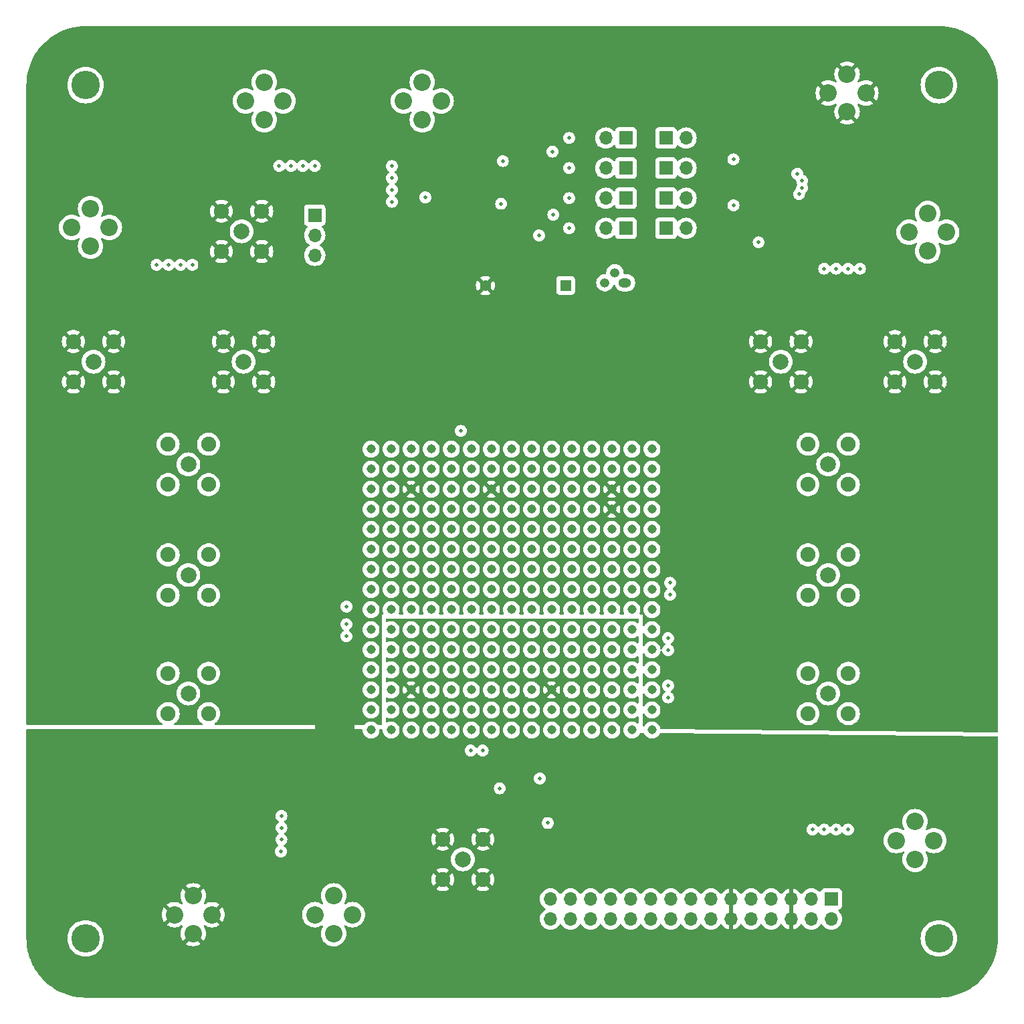
<source format=gbr>
%TF.GenerationSoftware,KiCad,Pcbnew,8.0.5*%
%TF.CreationDate,2024-10-22T16:07:44-04:00*%
%TF.ProjectId,huxley,6875786c-6579-42e6-9b69-6361645f7063,rev?*%
%TF.SameCoordinates,Original*%
%TF.FileFunction,Copper,L2,Inr*%
%TF.FilePolarity,Positive*%
%FSLAX46Y46*%
G04 Gerber Fmt 4.6, Leading zero omitted, Abs format (unit mm)*
G04 Created by KiCad (PCBNEW 8.0.5) date 2024-10-22 16:07:44*
%MOMM*%
%LPD*%
G01*
G04 APERTURE LIST*
%TA.AperFunction,ComponentPad*%
%ADD10C,2.006600*%
%TD*%
%TA.AperFunction,ComponentPad*%
%ADD11C,1.905000*%
%TD*%
%TA.AperFunction,ComponentPad*%
%ADD12C,3.600000*%
%TD*%
%TA.AperFunction,ComponentPad*%
%ADD13C,1.397000*%
%TD*%
%TA.AperFunction,ComponentPad*%
%ADD14R,1.397000X1.397000*%
%TD*%
%TA.AperFunction,ComponentPad*%
%ADD15C,2.209800*%
%TD*%
%TA.AperFunction,ComponentPad*%
%ADD16R,1.700000X1.700000*%
%TD*%
%TA.AperFunction,ComponentPad*%
%ADD17O,1.700000X1.700000*%
%TD*%
%TA.AperFunction,ComponentPad*%
%ADD18C,1.143000*%
%TD*%
%TA.AperFunction,ComponentPad*%
%ADD19O,1.600000X1.200000*%
%TD*%
%TA.AperFunction,ComponentPad*%
%ADD20O,1.200000X1.200000*%
%TD*%
%TA.AperFunction,ViaPad*%
%ADD21C,0.508000*%
%TD*%
G04 APERTURE END LIST*
D10*
%TO.N,vd1_dummy*%
%TO.C,J19*%
X71000000Y-88000000D03*
D11*
%TO.N,GND*%
X68447300Y-85447300D03*
X68447300Y-90552700D03*
X73552700Y-90552700D03*
X73552700Y-85447300D03*
%TD*%
D10*
%TO.N,CLK*%
%TO.C,J5*%
X98750000Y-151000000D03*
D11*
%TO.N,GND*%
X96197300Y-148447300D03*
X96197300Y-153552700D03*
X101302700Y-153552700D03*
X101302700Y-148447300D03*
%TD*%
D12*
%TO.N,N/C*%
%TO.C,H3*%
X51000000Y-161000000D03*
%TD*%
D13*
%TO.N,GND*%
%TO.C,D1*%
X101600000Y-78359000D03*
D14*
%TO.N,/ibias/ibias_m*%
X111760000Y-78359000D03*
%TD*%
D15*
%TO.N,vlvl*%
%TO.C,J24*%
X71224800Y-55000000D03*
X76000000Y-55000000D03*
X73612400Y-52612400D03*
X73612400Y-57387600D03*
%TD*%
%TO.N,vrbias*%
%TO.C,J39*%
X155224800Y-71612400D03*
X160000000Y-71612400D03*
X157612400Y-69224800D03*
X157612400Y-74000000D03*
%TD*%
%TO.N,GND*%
%TO.C,J34*%
X145000000Y-54000000D03*
X149775200Y-54000000D03*
X147387600Y-51612400D03*
X147387600Y-56387600D03*
%TD*%
D16*
%TO.N,unconnected-(J6B-Scope_Ch1+-Pad1)*%
%TO.C,J6*%
X145400000Y-156000000D03*
D17*
%TO.N,unconnected-(J6B-Scope_Ch1--Pad2)*%
X145400000Y-158540000D03*
%TO.N,unconnected-(J6B-Scope_Ch2+-Pad3)*%
X142860000Y-156000000D03*
%TO.N,unconnected-(J6B-Scope_Ch2--Pad4)*%
X142860000Y-158540000D03*
%TO.N,GND*%
X140320000Y-156000000D03*
X140320000Y-158540000D03*
%TO.N,PP_AD2_3V3*%
X137780000Y-156000000D03*
%TO.N,unconnected-(J6D-V-Power-Pad8)*%
X137780000Y-158540000D03*
%TO.N,unconnected-(J6C-WaveformGen1-Pad9)*%
X135240000Y-156000000D03*
%TO.N,unconnected-(J6C-WaveformGen2-Pad10)*%
X135240000Y-158540000D03*
%TO.N,GND*%
X132700000Y-156000000D03*
X132700000Y-158540000D03*
%TO.N,unconnected-(J6B-Trigger1-Pad13)*%
X130160000Y-156000000D03*
%TO.N,unconnected-(J6B-Trigger2-Pad14)*%
X130160000Y-158540000D03*
%TO.N,unconnected-(J6A-DIO0-Pad15)*%
X127620000Y-156000000D03*
%TO.N,unconnected-(J6A-DIO8-Pad16)*%
X127620000Y-158540000D03*
%TO.N,IBIAS_SEL2*%
X125080000Y-156000000D03*
%TO.N,IBIAS_SEL1*%
X125080000Y-158540000D03*
%TO.N,IBIAS_SEL4*%
X122540000Y-156000000D03*
%TO.N,IBIAS_SEL3*%
X122540000Y-158540000D03*
%TO.N,SCAN_EN_3V3*%
X120000000Y-156000000D03*
%TO.N,RST_L_3V3*%
X120000000Y-158540000D03*
%TO.N,SPI_CLK_3V3*%
X117460000Y-156000000D03*
%TO.N,SPI_CS_L_3V3*%
X117460000Y-158540000D03*
%TO.N,SPI_COPI_3V3*%
X114920000Y-156000000D03*
%TO.N,SPI_CIPO_3V3*%
X114920000Y-158540000D03*
%TO.N,TSCAN_EN_3V3*%
X112380000Y-156000000D03*
%TO.N,IO_UCLK_3V3*%
X112380000Y-158540000D03*
%TO.N,LVLS_EN*%
X109840000Y-156000000D03*
%TO.N,TSCAN_OUT_3V3*%
X109840000Y-158540000D03*
%TD*%
D15*
%TO.N,GND*%
%TO.C,J37*%
X62224800Y-158000000D03*
X67000000Y-158000000D03*
X64612400Y-155612400D03*
X64612400Y-160387600D03*
%TD*%
D16*
%TO.N,/ibias/ibias_rset*%
%TO.C,J27*%
X119380000Y-71120000D03*
D17*
%TO.N,/ibias/R1_4*%
X116840000Y-71120000D03*
%TD*%
D10*
%TO.N,output_4+*%
%TO.C,J13*%
X64000000Y-115000000D03*
D11*
%TO.N,output_4-*%
X61447300Y-112447300D03*
X61447300Y-117552700D03*
X66552700Y-117552700D03*
X66552700Y-112447300D03*
%TD*%
D10*
%TO.N,output_3+*%
%TO.C,J11*%
X64000000Y-101000000D03*
D11*
%TO.N,output_3-*%
X61447300Y-98447300D03*
X61447300Y-103552700D03*
X66552700Y-103552700D03*
X66552700Y-98447300D03*
%TD*%
D10*
%TO.N,vbias0*%
%TO.C,J17*%
X139000000Y-88000000D03*
D11*
%TO.N,GND*%
X136447300Y-85447300D03*
X136447300Y-90552700D03*
X141552700Y-90552700D03*
X141552700Y-85447300D03*
%TD*%
D15*
%TO.N,PP_TAVDD_1V8*%
%TO.C,J2*%
X51612400Y-68612400D03*
X51612400Y-73387600D03*
X54000000Y-71000000D03*
X49224800Y-71000000D03*
%TD*%
D18*
%TO.N,*%
%TO.C,U1*%
X87122000Y-99060000D03*
X87122000Y-101600000D03*
X87122000Y-104140000D03*
X87122000Y-106680000D03*
X87122000Y-109220000D03*
X87122000Y-111760000D03*
X87122000Y-114300000D03*
X87122000Y-116840000D03*
X87122000Y-119380000D03*
X87122000Y-121920000D03*
X87122000Y-124460000D03*
X87122000Y-127000000D03*
X87122000Y-129540000D03*
X87122000Y-132080000D03*
X87122000Y-134620000D03*
X89662000Y-99060000D03*
X89662000Y-101600000D03*
X89662000Y-104140000D03*
X89662000Y-106680000D03*
X89662000Y-109220000D03*
X89662000Y-111760000D03*
X89662000Y-114300000D03*
X89662000Y-116840000D03*
X89662000Y-119380000D03*
X89662000Y-121920000D03*
X89662000Y-124460000D03*
X89662000Y-127000000D03*
X89662000Y-129540000D03*
X89662000Y-132080000D03*
X89662000Y-134620000D03*
X92202000Y-99060000D03*
X92202000Y-101600000D03*
X92202000Y-132080000D03*
X92202000Y-134620000D03*
X94742000Y-99060000D03*
X94742000Y-101600000D03*
X94742000Y-132080000D03*
X94742000Y-134620000D03*
X97282000Y-99060000D03*
X97282000Y-101600000D03*
X97282000Y-109220000D03*
X97282000Y-111760000D03*
X97282000Y-121920000D03*
X97282000Y-124460000D03*
X97282000Y-132080000D03*
X97282000Y-134620000D03*
X99822000Y-99060000D03*
X99822000Y-101600000D03*
X99822000Y-109220000D03*
X99822000Y-111760000D03*
X99822000Y-114300000D03*
X99822000Y-116840000D03*
X99822000Y-119380000D03*
X99822000Y-121920000D03*
X99822000Y-124460000D03*
X99822000Y-132080000D03*
X99822000Y-134620000D03*
X102362000Y-99060000D03*
X102362000Y-101600000D03*
X102362000Y-111760000D03*
X102362000Y-114300000D03*
X102362000Y-116840000D03*
X102362000Y-119380000D03*
X102362000Y-121920000D03*
X102362000Y-132080000D03*
X102362000Y-134620000D03*
X104902000Y-99060000D03*
X104902000Y-101600000D03*
X104902000Y-111760000D03*
X104902000Y-114300000D03*
X104902000Y-116840000D03*
X104902000Y-119380000D03*
X104902000Y-121920000D03*
X104902000Y-132080000D03*
X104902000Y-134620000D03*
X107442000Y-99060000D03*
X107442000Y-101600000D03*
X107442000Y-111760000D03*
X107442000Y-114300000D03*
X107442000Y-116840000D03*
X107442000Y-119380000D03*
X107442000Y-121920000D03*
X107442000Y-132080000D03*
X107442000Y-134620000D03*
X109982000Y-99060000D03*
X109982000Y-101600000D03*
X109982000Y-109220000D03*
X109982000Y-111760000D03*
X109982000Y-114300000D03*
X109982000Y-116840000D03*
X109982000Y-119380000D03*
X109982000Y-121920000D03*
X109982000Y-124460000D03*
X109982000Y-132080000D03*
X109982000Y-134620000D03*
X112522000Y-99060000D03*
X112522000Y-101600000D03*
X112522000Y-109220000D03*
X112522000Y-111760000D03*
X112522000Y-121920000D03*
X112522000Y-124460000D03*
X112522000Y-132080000D03*
X112522000Y-134620000D03*
X115062000Y-99060000D03*
X115062000Y-101600000D03*
X115062000Y-132080000D03*
X115062000Y-134620000D03*
X117602000Y-99060000D03*
X117602000Y-101600000D03*
X117602000Y-132080000D03*
X117602000Y-134620000D03*
X120142000Y-99060000D03*
X120142000Y-101600000D03*
X120142000Y-104140000D03*
X120142000Y-106680000D03*
X120142000Y-109220000D03*
X120142000Y-111760000D03*
X120142000Y-114300000D03*
X120142000Y-116840000D03*
X120142000Y-119380000D03*
X120142000Y-121920000D03*
X120142000Y-124460000D03*
X120142000Y-127000000D03*
X120142000Y-129540000D03*
X120142000Y-132080000D03*
X120142000Y-134620000D03*
X122682000Y-99060000D03*
X122682000Y-101600000D03*
X122682000Y-104140000D03*
X122682000Y-106680000D03*
X122682000Y-109220000D03*
X122682000Y-111760000D03*
X122682000Y-114300000D03*
X122682000Y-116840000D03*
X122682000Y-119380000D03*
X122682000Y-121920000D03*
X122682000Y-124460000D03*
X122682000Y-127000000D03*
X122682000Y-129540000D03*
X122682000Y-132080000D03*
X122682000Y-134620000D03*
%TO.N,PP_VDDIO_1V8*%
X117602000Y-129540000D03*
%TO.N,N/C*%
X115062000Y-129540000D03*
%TO.N,SPI_CS_L*%
X112522000Y-129540000D03*
%TO.N,GND*%
X109982000Y-129540000D03*
%TO.N,PP_VDD_0V9*%
X107442000Y-129540000D03*
%TO.N,SPI_COPI*%
X104902000Y-129540000D03*
%TO.N,PP_VDDIO_1V8*%
X102362000Y-129540000D03*
%TO.N,CLK*%
X99822000Y-129540000D03*
%TO.N,N/C*%
X97282000Y-129540000D03*
X94742000Y-129540000D03*
%TO.N,GND*%
X92202000Y-129540000D03*
%TO.N,N/C*%
X117602000Y-127000000D03*
X115062000Y-127000000D03*
X112522000Y-127000000D03*
%TO.N,SPI_CLK*%
X109982000Y-127000000D03*
%TO.N,SPI_CIPO*%
X107442000Y-127000000D03*
%TO.N,N/C*%
X104902000Y-127000000D03*
%TO.N,IO_UCLK*%
X102362000Y-127000000D03*
%TO.N,N/C*%
X99822000Y-127000000D03*
X97282000Y-127000000D03*
X94742000Y-127000000D03*
X92202000Y-127000000D03*
%TO.N,RST_L*%
X117602000Y-124460000D03*
%TO.N,N/C*%
X115062000Y-124460000D03*
X107442000Y-124460000D03*
X104902000Y-124460000D03*
X102362000Y-124460000D03*
X94742000Y-124460000D03*
%TO.N,TSCAN_OUT*%
X92202000Y-124460000D03*
%TO.N,PP_VDD_0V9*%
X117602000Y-121920000D03*
%TO.N,SCAN_EN*%
X115062000Y-121920000D03*
%TO.N,TSCAN_EN*%
X94742000Y-121920000D03*
%TO.N,PP_VDD_0V9*%
X92202000Y-121920000D03*
%TO.N,output_0-*%
X117602000Y-119380000D03*
%TO.N,output_0+*%
X115062000Y-119380000D03*
%TO.N,N/C*%
X112522000Y-119380000D03*
X97282000Y-119380000D03*
%TO.N,output_5-*%
X94742000Y-119380000D03*
%TO.N,PP_TAVDD_1V8*%
X92202000Y-119380000D03*
%TO.N,N/C*%
X117602000Y-116840000D03*
X115062000Y-116840000D03*
X112522000Y-116840000D03*
X97282000Y-116840000D03*
%TO.N,output_4+*%
X94742000Y-116840000D03*
%TO.N,output_5+*%
X92202000Y-116840000D03*
%TO.N,PP_TAVDD_1V8*%
X117602000Y-114300000D03*
%TO.N,output_1+*%
X115062000Y-114300000D03*
%TO.N,N/C*%
X112522000Y-114300000D03*
X97282000Y-114300000D03*
%TO.N,output_3+*%
X94742000Y-114300000D03*
%TO.N,output_4-*%
X92202000Y-114300000D03*
%TO.N,output_1-*%
X117602000Y-111760000D03*
%TO.N,output_2+*%
X115062000Y-111760000D03*
%TO.N,N/C*%
X94742000Y-111760000D03*
%TO.N,output_3-*%
X92202000Y-111760000D03*
%TO.N,output_2-*%
X117602000Y-109220000D03*
%TO.N,N/C*%
X115062000Y-109220000D03*
X107442000Y-109220000D03*
X104902000Y-109220000D03*
X102362000Y-109220000D03*
X94742000Y-109220000D03*
X92202000Y-109220000D03*
%TO.N,GND*%
X117602000Y-106680000D03*
%TO.N,N/C*%
X115062000Y-106680000D03*
X112522000Y-106680000D03*
X109982000Y-106680000D03*
%TO.N,vrbias*%
X107442000Y-106680000D03*
%TO.N,vbias0*%
X104902000Y-106680000D03*
%TO.N,N/C*%
X102362000Y-106680000D03*
X99822000Y-106680000D03*
%TO.N,vd1_dummy*%
X97282000Y-106680000D03*
%TO.N,N/C*%
X94742000Y-106680000D03*
X92202000Y-106680000D03*
%TO.N,GND*%
X117602000Y-104140000D03*
%TO.N,N/C*%
X115062000Y-104140000D03*
X112522000Y-104140000D03*
%TO.N,vbias2*%
X109982000Y-104140000D03*
%TO.N,vbias1*%
X107442000Y-104140000D03*
%TO.N,vlvl*%
X104902000Y-104140000D03*
%TO.N,GND*%
X102362000Y-104140000D03*
%TO.N,PP_TAVDD_1V8*%
X99822000Y-104140000D03*
%TO.N,iout_dummy*%
X97282000Y-104140000D03*
%TO.N,vlvl_p_dummy*%
X94742000Y-104140000D03*
%TO.N,GND*%
X92202000Y-104140000D03*
%TD*%
D16*
%TO.N,/ibias/ibias_rset*%
%TO.C,J30*%
X124460000Y-67310000D03*
D17*
%TO.N,/ibias/R2_3*%
X127000000Y-67310000D03*
%TD*%
D16*
%TO.N,/ibias/ibias_rset*%
%TO.C,J31*%
X124460000Y-71120000D03*
D17*
%TO.N,/ibias/R2_4*%
X127000000Y-71120000D03*
%TD*%
D16*
%TO.N,/ibias/ibias_rset*%
%TO.C,J28*%
X124460000Y-59690000D03*
D17*
%TO.N,/ibias/R2_1*%
X127000000Y-59690000D03*
%TD*%
D10*
%TO.N,vbias2*%
%TO.C,J18*%
X156000000Y-88000000D03*
D11*
%TO.N,GND*%
X153447300Y-85447300D03*
X153447300Y-90552700D03*
X158552700Y-90552700D03*
X158552700Y-85447300D03*
%TD*%
D16*
%TO.N,/ibias/ibias_rset*%
%TO.C,J26*%
X119380000Y-67310000D03*
D17*
%TO.N,/ibias/R1_3*%
X116840000Y-67310000D03*
%TD*%
D10*
%TO.N,output_5+*%
%TO.C,J15*%
X64000000Y-130000000D03*
D11*
%TO.N,output_5-*%
X61447300Y-127447300D03*
X61447300Y-132552700D03*
X66552700Y-132552700D03*
X66552700Y-127447300D03*
%TD*%
D16*
%TO.N,iout_dummy_amp*%
%TO.C,J32*%
X80000000Y-69450000D03*
D17*
%TO.N,iout_dummy_amp_conn*%
X80000000Y-71990000D03*
%TO.N,iout_dummy*%
X80000000Y-74530000D03*
%TD*%
D15*
%TO.N,PP_SYS_3V3*%
%TO.C,J35*%
X91224800Y-55000000D03*
X96000000Y-55000000D03*
X93612400Y-52612400D03*
X93612400Y-57387600D03*
%TD*%
D16*
%TO.N,/ibias/ibias_rset*%
%TO.C,J29*%
X124460000Y-63500000D03*
D17*
%TO.N,/ibias/R2_2*%
X127000000Y-63500000D03*
%TD*%
D12*
%TO.N,N/C*%
%TO.C,H1*%
X159000000Y-53000000D03*
%TD*%
%TO.N,N/C*%
%TO.C,H4*%
X51000000Y-53000000D03*
%TD*%
D10*
%TO.N,output_0+*%
%TO.C,J4*%
X145000000Y-130000000D03*
D11*
%TO.N,output_0-*%
X142447300Y-127447300D03*
X142447300Y-132552700D03*
X147552700Y-132552700D03*
X147552700Y-127447300D03*
%TD*%
D16*
%TO.N,/ibias/ibias_rset*%
%TO.C,J25*%
X119380000Y-63500000D03*
D17*
%TO.N,/ibias/R1_2*%
X116840000Y-63500000D03*
%TD*%
D10*
%TO.N,output_1+*%
%TO.C,J7*%
X145000000Y-115000000D03*
D11*
%TO.N,output_1-*%
X142447300Y-112447300D03*
X142447300Y-117552700D03*
X147552700Y-117552700D03*
X147552700Y-112447300D03*
%TD*%
D12*
%TO.N,N/C*%
%TO.C,H2*%
X159000000Y-161000000D03*
%TD*%
D10*
%TO.N,iout_dummy_amp_conn*%
%TO.C,J22*%
X70750000Y-71500000D03*
D11*
%TO.N,GND*%
X68197300Y-68947300D03*
X68197300Y-74052700D03*
X73302700Y-74052700D03*
X73302700Y-68947300D03*
%TD*%
D15*
%TO.N,PP_VDDIO_1V8*%
%TO.C,J1*%
X156000000Y-151000000D03*
X156000000Y-146224800D03*
X153612400Y-148612400D03*
X158387600Y-148612400D03*
%TD*%
D16*
%TO.N,/ibias/ibias_rset*%
%TO.C,J21*%
X119380000Y-59690000D03*
D17*
%TO.N,/ibias/R1_1*%
X116840000Y-59690000D03*
%TD*%
D19*
%TO.N,/ibias/ibias_rset*%
%TO.C,U2*%
X119270000Y-78000000D03*
D20*
%TO.N,vbias1*%
X118000000Y-76730000D03*
%TO.N,/ibias/ibias_m*%
X116730000Y-78000000D03*
%TD*%
D15*
%TO.N,PP_VDD_0V9*%
%TO.C,J3*%
X80000000Y-158000000D03*
X84775200Y-158000000D03*
X82387600Y-155612400D03*
X82387600Y-160387600D03*
%TD*%
D10*
%TO.N,vlvl_p_dummy*%
%TO.C,J20*%
X52000000Y-88000000D03*
D11*
%TO.N,GND*%
X49447300Y-85447300D03*
X49447300Y-90552700D03*
X54552700Y-90552700D03*
X54552700Y-85447300D03*
%TD*%
D10*
%TO.N,output_2+*%
%TO.C,J9*%
X145000000Y-101000000D03*
D11*
%TO.N,output_2-*%
X142447300Y-98447300D03*
X142447300Y-103552700D03*
X147552700Y-103552700D03*
X147552700Y-98447300D03*
%TD*%
D21*
%TO.N,GND*%
X147500000Y-148775000D03*
X135962000Y-103801000D03*
X74175000Y-150000000D03*
X61500000Y-77275000D03*
X133000000Y-98225000D03*
X134590000Y-70205000D03*
X63000000Y-77275000D03*
X105759000Y-70405000D03*
X88225000Y-67750000D03*
X144500000Y-148775000D03*
X147500000Y-77775000D03*
X133000000Y-131275000D03*
X49100000Y-98500000D03*
X64500000Y-77275000D03*
X76000000Y-131000000D03*
X126275000Y-124500000D03*
X74225000Y-147000000D03*
X131645000Y-67300000D03*
X76000000Y-104775000D03*
X88225000Y-63250000D03*
X79000000Y-125477000D03*
X136000000Y-112225000D03*
X76000000Y-117775000D03*
X126525000Y-116000000D03*
X88225000Y-64750000D03*
X96292000Y-79604000D03*
X106629200Y-61112400D03*
X82450000Y-121250000D03*
X96778000Y-72714000D03*
X126275000Y-123000000D03*
X73000000Y-104825000D03*
X126275000Y-130500000D03*
X82475000Y-119000000D03*
X79000000Y-104775000D03*
X133000000Y-112225000D03*
X152000000Y-161100000D03*
X98725000Y-93500000D03*
X80000000Y-64775000D03*
X139000000Y-131325000D03*
X98725000Y-92000000D03*
X136000000Y-131275000D03*
X105759000Y-72005000D03*
X73000000Y-99200000D03*
X95600000Y-71200000D03*
X75500000Y-64775000D03*
X76000000Y-112225000D03*
X133000000Y-117775000D03*
X79000000Y-112225000D03*
X139000000Y-98175000D03*
X73000000Y-112175000D03*
X133000000Y-103775000D03*
X98725000Y-90500000D03*
X98500000Y-95225000D03*
X139000000Y-112175000D03*
X126275000Y-129000000D03*
X78500000Y-64775000D03*
X79000000Y-99225000D03*
X73000000Y-117825000D03*
X60000000Y-77275000D03*
X144500000Y-77775000D03*
X88225000Y-66250000D03*
X139000000Y-117825000D03*
X146000000Y-148775000D03*
X131645000Y-71125000D03*
X135870000Y-61258800D03*
X136000000Y-125725000D03*
X133000000Y-125725000D03*
X95600000Y-69700000D03*
X134590000Y-71805000D03*
X73000000Y-131050000D03*
X156650000Y-100900000D03*
X139000000Y-103825000D03*
X82450000Y-122750000D03*
X131620000Y-63500000D03*
X94679600Y-78235600D03*
X101250000Y-138775000D03*
X76000000Y-125450000D03*
X74225000Y-148500000D03*
X76000000Y-99225000D03*
X149000000Y-77775000D03*
X79000000Y-117775000D03*
X146000000Y-77775000D03*
X73000000Y-125400000D03*
X143000000Y-148775000D03*
X98725000Y-89000000D03*
X79000000Y-131000000D03*
X139000000Y-125675000D03*
X77000000Y-64775000D03*
X131620000Y-59700000D03*
X105000000Y-51100000D03*
X95600000Y-68200000D03*
X74225000Y-145490000D03*
X136000000Y-117775000D03*
X108343401Y-149750000D03*
X136000000Y-98225000D03*
X99750000Y-138775000D03*
X126525000Y-117500000D03*
%TO.N,PP_SYS_3V3*%
X89775000Y-67750000D03*
X94000000Y-67200000D03*
X89775000Y-66250000D03*
X89775000Y-64750000D03*
X108400000Y-72000000D03*
X89775000Y-63250000D03*
X136200000Y-72900000D03*
%TO.N,PP_VDD_0V9*%
X84000000Y-121250000D03*
X75775000Y-147000000D03*
X124725000Y-123000000D03*
X124725000Y-124500000D03*
X75775000Y-145490000D03*
X75725000Y-150000000D03*
X75775000Y-148500000D03*
X84000000Y-122750000D03*
%TO.N,PP_TAVDD_1V8*%
X84025000Y-119000000D03*
X63000000Y-75725000D03*
X61500000Y-75725000D03*
X60000000Y-75725000D03*
X64500000Y-75725000D03*
X124975000Y-117500000D03*
X124975000Y-116000000D03*
X98500000Y-96775000D03*
%TO.N,PP_VDDIO_1V8*%
X101250000Y-137225000D03*
X147500000Y-147225000D03*
X144500000Y-147225000D03*
X99750000Y-137225000D03*
X124725000Y-129000000D03*
X146000000Y-147225000D03*
X143000000Y-147225000D03*
X124725000Y-130500000D03*
X108500000Y-140750000D03*
%TO.N,vlvl*%
X78500000Y-63225000D03*
X80000000Y-63225000D03*
X75500000Y-63225000D03*
X77000000Y-63225000D03*
%TO.N,vrbias*%
X149000000Y-76225000D03*
X144500000Y-76225000D03*
X147500000Y-76225000D03*
X146000000Y-76225000D03*
%TO.N,/ibias/ibias_m*%
X112205000Y-59690000D03*
X112205000Y-63500000D03*
X112205000Y-67310000D03*
X112205000Y-71120000D03*
%TO.N,IBIAS_SEL3*%
X141700000Y-66000000D03*
X103600000Y-68000000D03*
X133000000Y-68200000D03*
%TO.N,IBIAS_SEL4*%
X110200000Y-69400000D03*
X141300000Y-66800000D03*
%TO.N,IBIAS_SEL1*%
X110100000Y-61400000D03*
X141100000Y-64200000D03*
%TO.N,IBIAS_SEL2*%
X103800000Y-62600000D03*
X141700000Y-65100000D03*
X133000000Y-62400000D03*
%TO.N,PP_AD2_3V3*%
X109493001Y-146397250D03*
X103425000Y-142000000D03*
%TD*%
%TA.AperFunction,Conductor*%
%TO.N,GND*%
G36*
X85000000Y-136000000D02*
G01*
X80000000Y-136000000D01*
X80000000Y-133000000D01*
X85000000Y-133000000D01*
X85000000Y-136000000D01*
G37*
%TD.AperFunction*%
%TD*%
%TA.AperFunction,Conductor*%
%TO.N,GND*%
G36*
X132950000Y-158106988D02*
G01*
X132892993Y-158074075D01*
X132765826Y-158040000D01*
X132634174Y-158040000D01*
X132507007Y-158074075D01*
X132450000Y-158106988D01*
X132450000Y-156433012D01*
X132507007Y-156465925D01*
X132634174Y-156500000D01*
X132765826Y-156500000D01*
X132892993Y-156465925D01*
X132950000Y-156433012D01*
X132950000Y-158106988D01*
G37*
%TD.AperFunction*%
%TA.AperFunction,Conductor*%
G36*
X140570000Y-158106988D02*
G01*
X140512993Y-158074075D01*
X140385826Y-158040000D01*
X140254174Y-158040000D01*
X140127007Y-158074075D01*
X140070000Y-158106988D01*
X140070000Y-156433012D01*
X140127007Y-156465925D01*
X140254174Y-156500000D01*
X140385826Y-156500000D01*
X140512993Y-156465925D01*
X140570000Y-156433012D01*
X140570000Y-158106988D01*
G37*
%TD.AperFunction*%
%TA.AperFunction,Conductor*%
G36*
X120943039Y-120519685D02*
G01*
X120988794Y-120572489D01*
X121000000Y-120624000D01*
X121000000Y-120970745D01*
X120980315Y-121037784D01*
X120927511Y-121083539D01*
X120858353Y-121093483D01*
X120794797Y-121064458D01*
X120792462Y-121062382D01*
X120790793Y-121060861D01*
X120790792Y-121060860D01*
X120726467Y-121021031D01*
X120621880Y-120956273D01*
X120621878Y-120956272D01*
X120436627Y-120884506D01*
X120436626Y-120884505D01*
X120436624Y-120884505D01*
X120241335Y-120848000D01*
X120042665Y-120848000D01*
X119847376Y-120884505D01*
X119847374Y-120884505D01*
X119847372Y-120884506D01*
X119662121Y-120956272D01*
X119662119Y-120956273D01*
X119493206Y-121060861D01*
X119346389Y-121194701D01*
X119226662Y-121353246D01*
X119138107Y-121531088D01*
X119138104Y-121531094D01*
X119083738Y-121722174D01*
X119083737Y-121722177D01*
X119065407Y-121919999D01*
X119065407Y-121920000D01*
X119083737Y-122117822D01*
X119083738Y-122117825D01*
X119138104Y-122308905D01*
X119138107Y-122308911D01*
X119226662Y-122486753D01*
X119346389Y-122645298D01*
X119457954Y-122747002D01*
X119493208Y-122779140D01*
X119662121Y-122883727D01*
X119847376Y-122955495D01*
X120042665Y-122992000D01*
X120042668Y-122992000D01*
X120241332Y-122992000D01*
X120241335Y-122992000D01*
X120436624Y-122955495D01*
X120621879Y-122883727D01*
X120790792Y-122779140D01*
X120792456Y-122777622D01*
X120793429Y-122777148D01*
X120795366Y-122775686D01*
X120795651Y-122776064D01*
X120855255Y-122747002D01*
X120924643Y-122755193D01*
X120978587Y-122799598D01*
X120999960Y-122866118D01*
X121000000Y-122869254D01*
X121000000Y-123510745D01*
X120980315Y-123577784D01*
X120927511Y-123623539D01*
X120858353Y-123633483D01*
X120794797Y-123604458D01*
X120792462Y-123602382D01*
X120790793Y-123600861D01*
X120790792Y-123600860D01*
X120726467Y-123561031D01*
X120621880Y-123496273D01*
X120621878Y-123496272D01*
X120436627Y-123424506D01*
X120436626Y-123424505D01*
X120436624Y-123424505D01*
X120241335Y-123388000D01*
X120042665Y-123388000D01*
X119847376Y-123424505D01*
X119847374Y-123424505D01*
X119847372Y-123424506D01*
X119662121Y-123496272D01*
X119662119Y-123496273D01*
X119493206Y-123600861D01*
X119346389Y-123734701D01*
X119226662Y-123893246D01*
X119138107Y-124071088D01*
X119138104Y-124071094D01*
X119083738Y-124262174D01*
X119083737Y-124262177D01*
X119065407Y-124459999D01*
X119065407Y-124460000D01*
X119083737Y-124657822D01*
X119083738Y-124657825D01*
X119138104Y-124848905D01*
X119138107Y-124848911D01*
X119226662Y-125026753D01*
X119346389Y-125185298D01*
X119406655Y-125240237D01*
X119493208Y-125319140D01*
X119662121Y-125423727D01*
X119847376Y-125495495D01*
X120042665Y-125532000D01*
X120042668Y-125532000D01*
X120241332Y-125532000D01*
X120241335Y-125532000D01*
X120436624Y-125495495D01*
X120621879Y-125423727D01*
X120790792Y-125319140D01*
X120792456Y-125317622D01*
X120793429Y-125317148D01*
X120795366Y-125315686D01*
X120795651Y-125316064D01*
X120855255Y-125287002D01*
X120924643Y-125295193D01*
X120978587Y-125339598D01*
X120999960Y-125406118D01*
X121000000Y-125409254D01*
X121000000Y-126050745D01*
X120980315Y-126117784D01*
X120927511Y-126163539D01*
X120858353Y-126173483D01*
X120794797Y-126144458D01*
X120792462Y-126142382D01*
X120790793Y-126140861D01*
X120790792Y-126140860D01*
X120726467Y-126101031D01*
X120621880Y-126036273D01*
X120621878Y-126036272D01*
X120436627Y-125964506D01*
X120436626Y-125964505D01*
X120436624Y-125964505D01*
X120241335Y-125928000D01*
X120042665Y-125928000D01*
X119847376Y-125964505D01*
X119847374Y-125964505D01*
X119847372Y-125964506D01*
X119662121Y-126036272D01*
X119662119Y-126036273D01*
X119493206Y-126140861D01*
X119346389Y-126274701D01*
X119226662Y-126433246D01*
X119138107Y-126611088D01*
X119138104Y-126611094D01*
X119083738Y-126802174D01*
X119083737Y-126802177D01*
X119065407Y-126999999D01*
X119065407Y-127000000D01*
X119083737Y-127197822D01*
X119083738Y-127197825D01*
X119138104Y-127388905D01*
X119138107Y-127388911D01*
X119226662Y-127566753D01*
X119346389Y-127725298D01*
X119457954Y-127827002D01*
X119493208Y-127859140D01*
X119662121Y-127963727D01*
X119847376Y-128035495D01*
X120042665Y-128072000D01*
X120042668Y-128072000D01*
X120241332Y-128072000D01*
X120241335Y-128072000D01*
X120436624Y-128035495D01*
X120621879Y-127963727D01*
X120790792Y-127859140D01*
X120792456Y-127857622D01*
X120793429Y-127857148D01*
X120795366Y-127855686D01*
X120795651Y-127856064D01*
X120855255Y-127827002D01*
X120924643Y-127835193D01*
X120978587Y-127879598D01*
X120999960Y-127946118D01*
X121000000Y-127949254D01*
X121000000Y-128590745D01*
X120980315Y-128657784D01*
X120927511Y-128703539D01*
X120858353Y-128713483D01*
X120794797Y-128684458D01*
X120792462Y-128682382D01*
X120790793Y-128680861D01*
X120790792Y-128680860D01*
X120702935Y-128626461D01*
X120621880Y-128576273D01*
X120621878Y-128576272D01*
X120436627Y-128504506D01*
X120436626Y-128504505D01*
X120436624Y-128504505D01*
X120241335Y-128468000D01*
X120042665Y-128468000D01*
X119847376Y-128504505D01*
X119847374Y-128504505D01*
X119847372Y-128504506D01*
X119662121Y-128576272D01*
X119662119Y-128576273D01*
X119493206Y-128680861D01*
X119346389Y-128814701D01*
X119226662Y-128973246D01*
X119138107Y-129151088D01*
X119138104Y-129151094D01*
X119083738Y-129342174D01*
X119083737Y-129342177D01*
X119065407Y-129539999D01*
X119065407Y-129540000D01*
X119083737Y-129737822D01*
X119083738Y-129737825D01*
X119138104Y-129928905D01*
X119138107Y-129928911D01*
X119226662Y-130106753D01*
X119346389Y-130265298D01*
X119418512Y-130331046D01*
X119493208Y-130399140D01*
X119621858Y-130478797D01*
X119656101Y-130500000D01*
X119662121Y-130503727D01*
X119847376Y-130575495D01*
X120042665Y-130612000D01*
X120042668Y-130612000D01*
X120241332Y-130612000D01*
X120241335Y-130612000D01*
X120436624Y-130575495D01*
X120621879Y-130503727D01*
X120790792Y-130399140D01*
X120792456Y-130397622D01*
X120793429Y-130397148D01*
X120795366Y-130395686D01*
X120795651Y-130396064D01*
X120855255Y-130367002D01*
X120924643Y-130375193D01*
X120978587Y-130419598D01*
X120999960Y-130486118D01*
X121000000Y-130489254D01*
X121000000Y-131130745D01*
X120980315Y-131197784D01*
X120927511Y-131243539D01*
X120858353Y-131253483D01*
X120794797Y-131224458D01*
X120792462Y-131222382D01*
X120790793Y-131220861D01*
X120790792Y-131220860D01*
X120659124Y-131139334D01*
X120621880Y-131116273D01*
X120621878Y-131116272D01*
X120436627Y-131044506D01*
X120436626Y-131044505D01*
X120436624Y-131044505D01*
X120241335Y-131008000D01*
X120042665Y-131008000D01*
X119847376Y-131044505D01*
X119847374Y-131044505D01*
X119847372Y-131044506D01*
X119662121Y-131116272D01*
X119662119Y-131116273D01*
X119493206Y-131220861D01*
X119346389Y-131354701D01*
X119226662Y-131513246D01*
X119138107Y-131691088D01*
X119138104Y-131691094D01*
X119083738Y-131882174D01*
X119083737Y-131882177D01*
X119065407Y-132079999D01*
X119065407Y-132080000D01*
X119083737Y-132277822D01*
X119083738Y-132277825D01*
X119138104Y-132468905D01*
X119138107Y-132468911D01*
X119226662Y-132646753D01*
X119346389Y-132805298D01*
X119457954Y-132907002D01*
X119493208Y-132939140D01*
X119662121Y-133043727D01*
X119847376Y-133115495D01*
X120042665Y-133152000D01*
X120042668Y-133152000D01*
X120241332Y-133152000D01*
X120241335Y-133152000D01*
X120436624Y-133115495D01*
X120621879Y-133043727D01*
X120790792Y-132939140D01*
X120792456Y-132937622D01*
X120793429Y-132937148D01*
X120795366Y-132935686D01*
X120795651Y-132936064D01*
X120855255Y-132907002D01*
X120924643Y-132915193D01*
X120978587Y-132959598D01*
X120999960Y-133026118D01*
X121000000Y-133029254D01*
X121000000Y-133670745D01*
X120980315Y-133737784D01*
X120927511Y-133783539D01*
X120858353Y-133793483D01*
X120794797Y-133764458D01*
X120792462Y-133762382D01*
X120790793Y-133760861D01*
X120790792Y-133760860D01*
X120726467Y-133721031D01*
X120621880Y-133656273D01*
X120621878Y-133656272D01*
X120436627Y-133584506D01*
X120436626Y-133584505D01*
X120436624Y-133584505D01*
X120241335Y-133548000D01*
X120042665Y-133548000D01*
X119847376Y-133584505D01*
X119847374Y-133584505D01*
X119847372Y-133584506D01*
X119662121Y-133656272D01*
X119662119Y-133656273D01*
X119493206Y-133760861D01*
X119346389Y-133894701D01*
X119226662Y-134053246D01*
X119138107Y-134231088D01*
X119138104Y-134231094D01*
X119083738Y-134422174D01*
X119083737Y-134422177D01*
X119065407Y-134619999D01*
X119065407Y-134620000D01*
X119083737Y-134817822D01*
X119083738Y-134817825D01*
X119138104Y-135008905D01*
X119138107Y-135008911D01*
X119226662Y-135186753D01*
X119346389Y-135345298D01*
X119472693Y-135460438D01*
X119493208Y-135479140D01*
X119621858Y-135558797D01*
X119645227Y-135573267D01*
X119662121Y-135583727D01*
X119847376Y-135655495D01*
X120042665Y-135692000D01*
X120042668Y-135692000D01*
X120241332Y-135692000D01*
X120241335Y-135692000D01*
X120436624Y-135655495D01*
X120621879Y-135583727D01*
X120790792Y-135479140D01*
X120937612Y-135345296D01*
X121057338Y-135186753D01*
X121114990Y-135070972D01*
X121162492Y-135019735D01*
X121227214Y-135002249D01*
X121601083Y-135005951D01*
X121667921Y-135026297D01*
X121710852Y-135074672D01*
X121766662Y-135186753D01*
X121886389Y-135345298D01*
X122012693Y-135460438D01*
X122033208Y-135479140D01*
X122161858Y-135558797D01*
X122185227Y-135573267D01*
X122202121Y-135583727D01*
X122387376Y-135655495D01*
X122582665Y-135692000D01*
X122582668Y-135692000D01*
X122781332Y-135692000D01*
X122781335Y-135692000D01*
X122976624Y-135655495D01*
X123161879Y-135583727D01*
X123330792Y-135479140D01*
X123477612Y-135345296D01*
X123597338Y-135186753D01*
X123642530Y-135095994D01*
X123690029Y-135044760D01*
X123754753Y-135027274D01*
X166376731Y-135449274D01*
X166443569Y-135469620D01*
X166488799Y-135522875D01*
X166499500Y-135573267D01*
X166499500Y-160997874D01*
X166499428Y-161002108D01*
X166482161Y-161507553D01*
X166481583Y-161516000D01*
X166430082Y-162016969D01*
X166428929Y-162025357D01*
X166343359Y-162521648D01*
X166341636Y-162529938D01*
X166222402Y-163019220D01*
X166220118Y-163027373D01*
X166067764Y-163507400D01*
X166064929Y-163515378D01*
X165880174Y-163983882D01*
X165876808Y-163991631D01*
X165660517Y-164446426D01*
X165656622Y-164453944D01*
X165409794Y-164892926D01*
X165405395Y-164900160D01*
X165129186Y-165321276D01*
X165124303Y-165328193D01*
X164820003Y-165729473D01*
X164814659Y-165736041D01*
X164483689Y-166115612D01*
X164477910Y-166121800D01*
X164121800Y-166477910D01*
X164115612Y-166483689D01*
X163736041Y-166814659D01*
X163729473Y-166820003D01*
X163328193Y-167124303D01*
X163321276Y-167129186D01*
X162900160Y-167405395D01*
X162892926Y-167409794D01*
X162453944Y-167656622D01*
X162446426Y-167660517D01*
X161991631Y-167876808D01*
X161983882Y-167880174D01*
X161578583Y-168040004D01*
X161515378Y-168064929D01*
X161507400Y-168067764D01*
X161027373Y-168220118D01*
X161019220Y-168222402D01*
X160529938Y-168341636D01*
X160521648Y-168343359D01*
X160025357Y-168428929D01*
X160016969Y-168430082D01*
X159516000Y-168481583D01*
X159507553Y-168482161D01*
X159041606Y-168498078D01*
X159002106Y-168499428D01*
X158997875Y-168499500D01*
X51002125Y-168499500D01*
X50997893Y-168499428D01*
X50955922Y-168497994D01*
X50492446Y-168482161D01*
X50483999Y-168481583D01*
X49983030Y-168430082D01*
X49974642Y-168428929D01*
X49478351Y-168343359D01*
X49470061Y-168341636D01*
X48980779Y-168222402D01*
X48972626Y-168220118D01*
X48492599Y-168067764D01*
X48484628Y-168064931D01*
X48016107Y-167880170D01*
X48008368Y-167876808D01*
X47553573Y-167660517D01*
X47546055Y-167656622D01*
X47107073Y-167409794D01*
X47099839Y-167405395D01*
X46678723Y-167129186D01*
X46671806Y-167124303D01*
X46270517Y-166819996D01*
X46263966Y-166814666D01*
X45884387Y-166483689D01*
X45878199Y-166477910D01*
X45522089Y-166121800D01*
X45516310Y-166115612D01*
X45375395Y-165954004D01*
X45185330Y-165736029D01*
X45180006Y-165729485D01*
X44875690Y-165328185D01*
X44870813Y-165321276D01*
X44594604Y-164900160D01*
X44590205Y-164892926D01*
X44374950Y-164510096D01*
X44343370Y-164453931D01*
X44339489Y-164446439D01*
X44123183Y-163991614D01*
X44119835Y-163983906D01*
X43935061Y-163515355D01*
X43932235Y-163507400D01*
X43920012Y-163468887D01*
X43779875Y-163027354D01*
X43777602Y-163019240D01*
X43658362Y-162529937D01*
X43656640Y-162521648D01*
X43571066Y-162025332D01*
X43569920Y-162016994D01*
X43518415Y-161515987D01*
X43517838Y-161507552D01*
X43511952Y-161335256D01*
X43500572Y-161002107D01*
X43500536Y-161000000D01*
X48694564Y-161000000D01*
X48714287Y-161300918D01*
X48714288Y-161300930D01*
X48773118Y-161596683D01*
X48773122Y-161596698D01*
X48870053Y-161882247D01*
X48870062Y-161882268D01*
X49003431Y-162152713D01*
X49003435Y-162152720D01*
X49170973Y-162403459D01*
X49369810Y-162630189D01*
X49596540Y-162829026D01*
X49847279Y-162996564D01*
X49847286Y-162996568D01*
X50117731Y-163129937D01*
X50117736Y-163129939D01*
X50117748Y-163129945D01*
X50403309Y-163226880D01*
X50603251Y-163266651D01*
X50699069Y-163285711D01*
X50699070Y-163285711D01*
X50699080Y-163285713D01*
X51000000Y-163305436D01*
X51300920Y-163285713D01*
X51596691Y-163226880D01*
X51882252Y-163129945D01*
X52152718Y-162996566D01*
X52403461Y-162829025D01*
X52630189Y-162630189D01*
X52829025Y-162403461D01*
X52996566Y-162152718D01*
X53129945Y-161882252D01*
X53226880Y-161596691D01*
X53285713Y-161300920D01*
X53305436Y-161000000D01*
X53285713Y-160699080D01*
X53226880Y-160403309D01*
X53129945Y-160117748D01*
X52996566Y-159847282D01*
X52996564Y-159847279D01*
X52829026Y-159596540D01*
X52630189Y-159369810D01*
X52403459Y-159170973D01*
X52152720Y-159003435D01*
X52152713Y-159003431D01*
X51882268Y-158870062D01*
X51882247Y-158870053D01*
X51596698Y-158773122D01*
X51596692Y-158773120D01*
X51596691Y-158773120D01*
X51596689Y-158773119D01*
X51596683Y-158773118D01*
X51300930Y-158714288D01*
X51300921Y-158714287D01*
X51300920Y-158714287D01*
X51000000Y-158694564D01*
X50699080Y-158714287D01*
X50699079Y-158714287D01*
X50699069Y-158714288D01*
X50403316Y-158773118D01*
X50403301Y-158773122D01*
X50117752Y-158870053D01*
X50117731Y-158870062D01*
X49847286Y-159003431D01*
X49847279Y-159003435D01*
X49596540Y-159170973D01*
X49369810Y-159369810D01*
X49170973Y-159596540D01*
X49003435Y-159847279D01*
X49003431Y-159847286D01*
X48870062Y-160117731D01*
X48870053Y-160117752D01*
X48773122Y-160403301D01*
X48773118Y-160403316D01*
X48714288Y-160699069D01*
X48714287Y-160699081D01*
X48694564Y-161000000D01*
X43500536Y-161000000D01*
X43500500Y-160997874D01*
X43500500Y-158000000D01*
X60614937Y-158000000D01*
X60634756Y-158251835D01*
X60693727Y-158497470D01*
X60790399Y-158730858D01*
X60922392Y-158946252D01*
X60923590Y-158947655D01*
X61469995Y-158401250D01*
X61470742Y-158403052D01*
X61563863Y-158542417D01*
X61682383Y-158660937D01*
X61821748Y-158754058D01*
X61823547Y-158754803D01*
X61277143Y-159301208D01*
X61277143Y-159301209D01*
X61278543Y-159302405D01*
X61278550Y-159302410D01*
X61493938Y-159434399D01*
X61727329Y-159531072D01*
X61972965Y-159590043D01*
X61972964Y-159590043D01*
X62224800Y-159609862D01*
X62476635Y-159590043D01*
X62722270Y-159531072D01*
X62955663Y-159434398D01*
X63089498Y-159352384D01*
X63156944Y-159334139D01*
X63223546Y-159355255D01*
X63268160Y-159409027D01*
X63276620Y-159478383D01*
X63260016Y-159522900D01*
X63178001Y-159656738D01*
X63081327Y-159890129D01*
X63022356Y-160135764D01*
X63002537Y-160387600D01*
X63022356Y-160639435D01*
X63081327Y-160885070D01*
X63177999Y-161118458D01*
X63309992Y-161333852D01*
X63311190Y-161335255D01*
X63857595Y-160788849D01*
X63858342Y-160790652D01*
X63951463Y-160930017D01*
X64069983Y-161048537D01*
X64209348Y-161141658D01*
X64211148Y-161142403D01*
X63664743Y-161688808D01*
X63664743Y-161688809D01*
X63666143Y-161690005D01*
X63666150Y-161690010D01*
X63881538Y-161821999D01*
X64114929Y-161918672D01*
X64360565Y-161977643D01*
X64360564Y-161977643D01*
X64612400Y-161997462D01*
X64864235Y-161977643D01*
X65109870Y-161918672D01*
X65343258Y-161822000D01*
X65558656Y-161690004D01*
X65560055Y-161688808D01*
X65560056Y-161688808D01*
X65013651Y-161142403D01*
X65015452Y-161141658D01*
X65154817Y-161048537D01*
X65273337Y-160930017D01*
X65366458Y-160790652D01*
X65367203Y-160788851D01*
X65913608Y-161335256D01*
X65913608Y-161335255D01*
X65914804Y-161333856D01*
X66046800Y-161118458D01*
X66143472Y-160885070D01*
X66202443Y-160639435D01*
X66222262Y-160387600D01*
X66202443Y-160135764D01*
X66143472Y-159890129D01*
X66046800Y-159656741D01*
X65964783Y-159522901D01*
X65946539Y-159455455D01*
X65967656Y-159388852D01*
X66021427Y-159344239D01*
X66090783Y-159335779D01*
X66135301Y-159352383D01*
X66269141Y-159434400D01*
X66502529Y-159531072D01*
X66748165Y-159590043D01*
X66748164Y-159590043D01*
X67000000Y-159609862D01*
X67251835Y-159590043D01*
X67497470Y-159531072D01*
X67730858Y-159434400D01*
X67946256Y-159302404D01*
X67947655Y-159301208D01*
X67947656Y-159301208D01*
X67401251Y-158754803D01*
X67403052Y-158754058D01*
X67542417Y-158660937D01*
X67660937Y-158542417D01*
X67754058Y-158403052D01*
X67754803Y-158401251D01*
X68301208Y-158947656D01*
X68301208Y-158947655D01*
X68302404Y-158946256D01*
X68434400Y-158730858D01*
X68531072Y-158497470D01*
X68590043Y-158251835D01*
X68609862Y-158000000D01*
X78389636Y-158000000D01*
X78409461Y-158251912D01*
X78468452Y-158497630D01*
X78565154Y-158731090D01*
X78697184Y-158946542D01*
X78697185Y-158946544D01*
X78697186Y-158946546D01*
X78697188Y-158946548D01*
X78861301Y-159138699D01*
X79053452Y-159302812D01*
X79053454Y-159302813D01*
X79053455Y-159302814D01*
X79053457Y-159302815D01*
X79268909Y-159434845D01*
X79502369Y-159531547D01*
X79563798Y-159546294D01*
X79748084Y-159590538D01*
X80000000Y-159610364D01*
X80251916Y-159590538D01*
X80497630Y-159531547D01*
X80731090Y-159434845D01*
X80863187Y-159353895D01*
X80930631Y-159335651D01*
X80997234Y-159356767D01*
X81041848Y-159410539D01*
X81050308Y-159479894D01*
X81033704Y-159524412D01*
X80952753Y-159656511D01*
X80856052Y-159889969D01*
X80797061Y-160135687D01*
X80777236Y-160387600D01*
X80797061Y-160639512D01*
X80856052Y-160885230D01*
X80952754Y-161118690D01*
X81084784Y-161334142D01*
X81084785Y-161334144D01*
X81084786Y-161334146D01*
X81084788Y-161334148D01*
X81248901Y-161526299D01*
X81441052Y-161690412D01*
X81441054Y-161690413D01*
X81441055Y-161690414D01*
X81441057Y-161690415D01*
X81656509Y-161822445D01*
X81889969Y-161919147D01*
X81951398Y-161933894D01*
X82135684Y-161978138D01*
X82387600Y-161997964D01*
X82639516Y-161978138D01*
X82885230Y-161919147D01*
X83118690Y-161822445D01*
X83334148Y-161690412D01*
X83526299Y-161526299D01*
X83690412Y-161334148D01*
X83822445Y-161118690D01*
X83871608Y-161000000D01*
X156694564Y-161000000D01*
X156714287Y-161300918D01*
X156714288Y-161300930D01*
X156773118Y-161596683D01*
X156773122Y-161596698D01*
X156870053Y-161882247D01*
X156870062Y-161882268D01*
X157003431Y-162152713D01*
X157003435Y-162152720D01*
X157170973Y-162403459D01*
X157369810Y-162630189D01*
X157596540Y-162829026D01*
X157847279Y-162996564D01*
X157847286Y-162996568D01*
X158117731Y-163129937D01*
X158117736Y-163129939D01*
X158117748Y-163129945D01*
X158403309Y-163226880D01*
X158603251Y-163266651D01*
X158699069Y-163285711D01*
X158699070Y-163285711D01*
X158699080Y-163285713D01*
X159000000Y-163305436D01*
X159300920Y-163285713D01*
X159596691Y-163226880D01*
X159882252Y-163129945D01*
X160152718Y-162996566D01*
X160403461Y-162829025D01*
X160630189Y-162630189D01*
X160829025Y-162403461D01*
X160996566Y-162152718D01*
X161129945Y-161882252D01*
X161226880Y-161596691D01*
X161285713Y-161300920D01*
X161305436Y-161000000D01*
X161285713Y-160699080D01*
X161226880Y-160403309D01*
X161129945Y-160117748D01*
X160996566Y-159847282D01*
X160996564Y-159847279D01*
X160829026Y-159596540D01*
X160630189Y-159369810D01*
X160403459Y-159170973D01*
X160152720Y-159003435D01*
X160152713Y-159003431D01*
X159882268Y-158870062D01*
X159882247Y-158870053D01*
X159596698Y-158773122D01*
X159596692Y-158773120D01*
X159596691Y-158773120D01*
X159596689Y-158773119D01*
X159596683Y-158773118D01*
X159300930Y-158714288D01*
X159300921Y-158714287D01*
X159300920Y-158714287D01*
X159000000Y-158694564D01*
X158699080Y-158714287D01*
X158699079Y-158714287D01*
X158699069Y-158714288D01*
X158403316Y-158773118D01*
X158403301Y-158773122D01*
X158117752Y-158870053D01*
X158117731Y-158870062D01*
X157847286Y-159003431D01*
X157847279Y-159003435D01*
X157596540Y-159170973D01*
X157369810Y-159369810D01*
X157170973Y-159596540D01*
X157003435Y-159847279D01*
X157003431Y-159847286D01*
X156870062Y-160117731D01*
X156870053Y-160117752D01*
X156773122Y-160403301D01*
X156773118Y-160403316D01*
X156714288Y-160699069D01*
X156714287Y-160699081D01*
X156694564Y-161000000D01*
X83871608Y-161000000D01*
X83919147Y-160885230D01*
X83978138Y-160639516D01*
X83997964Y-160387600D01*
X83978138Y-160135684D01*
X83919147Y-159889970D01*
X83912973Y-159875063D01*
X83822445Y-159656509D01*
X83741496Y-159524413D01*
X83723251Y-159456967D01*
X83744367Y-159390365D01*
X83798139Y-159345751D01*
X83867495Y-159337291D01*
X83912013Y-159353896D01*
X84044109Y-159434845D01*
X84277569Y-159531547D01*
X84338998Y-159546294D01*
X84523284Y-159590538D01*
X84775200Y-159610364D01*
X85027116Y-159590538D01*
X85272830Y-159531547D01*
X85506290Y-159434845D01*
X85721748Y-159302812D01*
X85913899Y-159138699D01*
X86078012Y-158946548D01*
X86210045Y-158731090D01*
X86306747Y-158497630D01*
X86365738Y-158251916D01*
X86385564Y-158000000D01*
X86365738Y-157748084D01*
X86306747Y-157502370D01*
X86306549Y-157501890D01*
X86210045Y-157268909D01*
X86078015Y-157053457D01*
X86078014Y-157053455D01*
X86078013Y-157053454D01*
X86078012Y-157053452D01*
X85913899Y-156861301D01*
X85721748Y-156697188D01*
X85721746Y-156697186D01*
X85721744Y-156697185D01*
X85721742Y-156697184D01*
X85506290Y-156565154D01*
X85272830Y-156468452D01*
X85027112Y-156409461D01*
X85027113Y-156409461D01*
X84775200Y-156389636D01*
X84523287Y-156409461D01*
X84277569Y-156468452D01*
X84044111Y-156565153D01*
X83912012Y-156646104D01*
X83844567Y-156664348D01*
X83777964Y-156643231D01*
X83733351Y-156589459D01*
X83724891Y-156520104D01*
X83741496Y-156475586D01*
X83747417Y-156465925D01*
X83822445Y-156343490D01*
X83919147Y-156110030D01*
X83945563Y-155999999D01*
X108484341Y-155999999D01*
X108484341Y-156000000D01*
X108504936Y-156235403D01*
X108504938Y-156235413D01*
X108566094Y-156463655D01*
X108566096Y-156463659D01*
X108566097Y-156463663D01*
X108659619Y-156664220D01*
X108665965Y-156677830D01*
X108665967Y-156677834D01*
X108774281Y-156832521D01*
X108801504Y-156871400D01*
X108801506Y-156871402D01*
X108968597Y-157038493D01*
X108968603Y-157038498D01*
X109154158Y-157168425D01*
X109197783Y-157223002D01*
X109204977Y-157292500D01*
X109173454Y-157354855D01*
X109154158Y-157371575D01*
X108968597Y-157501505D01*
X108801505Y-157668597D01*
X108665965Y-157862169D01*
X108665964Y-157862171D01*
X108566098Y-158076335D01*
X108566094Y-158076344D01*
X108504938Y-158304586D01*
X108504936Y-158304596D01*
X108484341Y-158539999D01*
X108484341Y-158540000D01*
X108504936Y-158775403D01*
X108504938Y-158775413D01*
X108566094Y-159003655D01*
X108566096Y-159003659D01*
X108566097Y-159003663D01*
X108645801Y-159174588D01*
X108665965Y-159217830D01*
X108665967Y-159217834D01*
X108762191Y-159355255D01*
X108801505Y-159411401D01*
X108968599Y-159578495D01*
X109014113Y-159610364D01*
X109162165Y-159714032D01*
X109162167Y-159714033D01*
X109162170Y-159714035D01*
X109376337Y-159813903D01*
X109604592Y-159875063D01*
X109792918Y-159891539D01*
X109839999Y-159895659D01*
X109840000Y-159895659D01*
X109840001Y-159895659D01*
X109879234Y-159892226D01*
X110075408Y-159875063D01*
X110303663Y-159813903D01*
X110517830Y-159714035D01*
X110711401Y-159578495D01*
X110878495Y-159411401D01*
X111008425Y-159225842D01*
X111063002Y-159182217D01*
X111132500Y-159175023D01*
X111194855Y-159206546D01*
X111211575Y-159225842D01*
X111341500Y-159411395D01*
X111341505Y-159411401D01*
X111508599Y-159578495D01*
X111554113Y-159610364D01*
X111702165Y-159714032D01*
X111702167Y-159714033D01*
X111702170Y-159714035D01*
X111916337Y-159813903D01*
X112144592Y-159875063D01*
X112332918Y-159891539D01*
X112379999Y-159895659D01*
X112380000Y-159895659D01*
X112380001Y-159895659D01*
X112419234Y-159892226D01*
X112615408Y-159875063D01*
X112843663Y-159813903D01*
X113057830Y-159714035D01*
X113251401Y-159578495D01*
X113418495Y-159411401D01*
X113548425Y-159225842D01*
X113603002Y-159182217D01*
X113672500Y-159175023D01*
X113734855Y-159206546D01*
X113751575Y-159225842D01*
X113881500Y-159411395D01*
X113881505Y-159411401D01*
X114048599Y-159578495D01*
X114094113Y-159610364D01*
X114242165Y-159714032D01*
X114242167Y-159714033D01*
X114242170Y-159714035D01*
X114456337Y-159813903D01*
X114684592Y-159875063D01*
X114872918Y-159891539D01*
X114919999Y-159895659D01*
X114920000Y-159895659D01*
X114920001Y-159895659D01*
X114959234Y-159892226D01*
X115155408Y-159875063D01*
X115383663Y-159813903D01*
X115597830Y-159714035D01*
X115791401Y-159578495D01*
X115958495Y-159411401D01*
X116088425Y-159225842D01*
X116143002Y-159182217D01*
X116212500Y-159175023D01*
X116274855Y-159206546D01*
X116291575Y-159225842D01*
X116421500Y-159411395D01*
X116421505Y-159411401D01*
X116588599Y-159578495D01*
X116634113Y-159610364D01*
X116782165Y-159714032D01*
X116782167Y-159714033D01*
X116782170Y-159714035D01*
X116996337Y-159813903D01*
X117224592Y-159875063D01*
X117412918Y-159891539D01*
X117459999Y-159895659D01*
X117460000Y-159895659D01*
X117460001Y-159895659D01*
X117499234Y-159892226D01*
X117695408Y-159875063D01*
X117923663Y-159813903D01*
X118137830Y-159714035D01*
X118331401Y-159578495D01*
X118498495Y-159411401D01*
X118628425Y-159225842D01*
X118683002Y-159182217D01*
X118752500Y-159175023D01*
X118814855Y-159206546D01*
X118831575Y-159225842D01*
X118961500Y-159411395D01*
X118961505Y-159411401D01*
X119128599Y-159578495D01*
X119174113Y-159610364D01*
X119322165Y-159714032D01*
X119322167Y-159714033D01*
X119322170Y-159714035D01*
X119536337Y-159813903D01*
X119764592Y-159875063D01*
X119952918Y-159891539D01*
X119999999Y-159895659D01*
X120000000Y-159895659D01*
X120000001Y-159895659D01*
X120039234Y-159892226D01*
X120235408Y-159875063D01*
X120463663Y-159813903D01*
X120677830Y-159714035D01*
X120871401Y-159578495D01*
X121038495Y-159411401D01*
X121168425Y-159225842D01*
X121223002Y-159182217D01*
X121292500Y-159175023D01*
X121354855Y-159206546D01*
X121371575Y-159225842D01*
X121501500Y-159411395D01*
X121501505Y-159411401D01*
X121668599Y-159578495D01*
X121714113Y-159610364D01*
X121862165Y-159714032D01*
X121862167Y-159714033D01*
X121862170Y-159714035D01*
X122076337Y-159813903D01*
X122304592Y-159875063D01*
X122492918Y-159891539D01*
X122539999Y-159895659D01*
X122540000Y-159895659D01*
X122540001Y-159895659D01*
X122579234Y-159892226D01*
X122775408Y-159875063D01*
X123003663Y-159813903D01*
X123217830Y-159714035D01*
X123411401Y-159578495D01*
X123578495Y-159411401D01*
X123708425Y-159225842D01*
X123763002Y-159182217D01*
X123832500Y-159175023D01*
X123894855Y-159206546D01*
X123911575Y-159225842D01*
X124041500Y-159411395D01*
X124041505Y-159411401D01*
X124208599Y-159578495D01*
X124254113Y-159610364D01*
X124402165Y-159714032D01*
X124402167Y-159714033D01*
X124402170Y-159714035D01*
X124616337Y-159813903D01*
X124844592Y-159875063D01*
X125032918Y-159891539D01*
X125079999Y-159895659D01*
X125080000Y-159895659D01*
X125080001Y-159895659D01*
X125119234Y-159892226D01*
X125315408Y-159875063D01*
X125543663Y-159813903D01*
X125757830Y-159714035D01*
X125951401Y-159578495D01*
X126118495Y-159411401D01*
X126248425Y-159225842D01*
X126303002Y-159182217D01*
X126372500Y-159175023D01*
X126434855Y-159206546D01*
X126451575Y-159225842D01*
X126581500Y-159411395D01*
X126581505Y-159411401D01*
X126748599Y-159578495D01*
X126794113Y-159610364D01*
X126942165Y-159714032D01*
X126942167Y-159714033D01*
X126942170Y-159714035D01*
X127156337Y-159813903D01*
X127384592Y-159875063D01*
X127572918Y-159891539D01*
X127619999Y-159895659D01*
X127620000Y-159895659D01*
X127620001Y-159895659D01*
X127659234Y-159892226D01*
X127855408Y-159875063D01*
X128083663Y-159813903D01*
X128297830Y-159714035D01*
X128491401Y-159578495D01*
X128658495Y-159411401D01*
X128788425Y-159225842D01*
X128843002Y-159182217D01*
X128912500Y-159175023D01*
X128974855Y-159206546D01*
X128991575Y-159225842D01*
X129121500Y-159411395D01*
X129121505Y-159411401D01*
X129288599Y-159578495D01*
X129334113Y-159610364D01*
X129482165Y-159714032D01*
X129482167Y-159714033D01*
X129482170Y-159714035D01*
X129696337Y-159813903D01*
X129924592Y-159875063D01*
X130112918Y-159891539D01*
X130159999Y-159895659D01*
X130160000Y-159895659D01*
X130160001Y-159895659D01*
X130199234Y-159892226D01*
X130395408Y-159875063D01*
X130623663Y-159813903D01*
X130837830Y-159714035D01*
X131031401Y-159578495D01*
X131198495Y-159411401D01*
X131328730Y-159225405D01*
X131383307Y-159181781D01*
X131452805Y-159174587D01*
X131515160Y-159206110D01*
X131531879Y-159225405D01*
X131661890Y-159411078D01*
X131828917Y-159578105D01*
X132022421Y-159713600D01*
X132236507Y-159813429D01*
X132236516Y-159813433D01*
X132450000Y-159870634D01*
X132450000Y-158973012D01*
X132507007Y-159005925D01*
X132634174Y-159040000D01*
X132765826Y-159040000D01*
X132892993Y-159005925D01*
X132950000Y-158973012D01*
X132950000Y-159870633D01*
X133163483Y-159813433D01*
X133163492Y-159813429D01*
X133377578Y-159713600D01*
X133571082Y-159578105D01*
X133738105Y-159411082D01*
X133868119Y-159225405D01*
X133922696Y-159181781D01*
X133992195Y-159174588D01*
X134054549Y-159206110D01*
X134071269Y-159225405D01*
X134201505Y-159411401D01*
X134368599Y-159578495D01*
X134414113Y-159610364D01*
X134562165Y-159714032D01*
X134562167Y-159714033D01*
X134562170Y-159714035D01*
X134776337Y-159813903D01*
X135004592Y-159875063D01*
X135192918Y-159891539D01*
X135239999Y-159895659D01*
X135240000Y-159895659D01*
X135240001Y-159895659D01*
X135279234Y-159892226D01*
X135475408Y-159875063D01*
X135703663Y-159813903D01*
X135917830Y-159714035D01*
X136111401Y-159578495D01*
X136278495Y-159411401D01*
X136408425Y-159225842D01*
X136463002Y-159182217D01*
X136532500Y-159175023D01*
X136594855Y-159206546D01*
X136611575Y-159225842D01*
X136741500Y-159411395D01*
X136741505Y-159411401D01*
X136908599Y-159578495D01*
X136954113Y-159610364D01*
X137102165Y-159714032D01*
X137102167Y-159714033D01*
X137102170Y-159714035D01*
X137316337Y-159813903D01*
X137544592Y-159875063D01*
X137732918Y-159891539D01*
X137779999Y-159895659D01*
X137780000Y-159895659D01*
X137780001Y-159895659D01*
X137819234Y-159892226D01*
X138015408Y-159875063D01*
X138243663Y-159813903D01*
X138457830Y-159714035D01*
X138651401Y-159578495D01*
X138818495Y-159411401D01*
X138948730Y-159225405D01*
X139003307Y-159181781D01*
X139072805Y-159174587D01*
X139135160Y-159206110D01*
X139151879Y-159225405D01*
X139281890Y-159411078D01*
X139448917Y-159578105D01*
X139642421Y-159713600D01*
X139856507Y-159813429D01*
X139856516Y-159813433D01*
X140070000Y-159870634D01*
X140070000Y-158973012D01*
X140127007Y-159005925D01*
X140254174Y-159040000D01*
X140385826Y-159040000D01*
X140512993Y-159005925D01*
X140570000Y-158973012D01*
X140570000Y-159870633D01*
X140783483Y-159813433D01*
X140783492Y-159813429D01*
X140997578Y-159713600D01*
X141191082Y-159578105D01*
X141358105Y-159411082D01*
X141488119Y-159225405D01*
X141542696Y-159181781D01*
X141612195Y-159174588D01*
X141674549Y-159206110D01*
X141691269Y-159225405D01*
X141821505Y-159411401D01*
X141988599Y-159578495D01*
X142034113Y-159610364D01*
X142182165Y-159714032D01*
X142182167Y-159714033D01*
X142182170Y-159714035D01*
X142396337Y-159813903D01*
X142624592Y-159875063D01*
X142812918Y-159891539D01*
X142859999Y-159895659D01*
X142860000Y-159895659D01*
X142860001Y-159895659D01*
X142899234Y-159892226D01*
X143095408Y-159875063D01*
X143323663Y-159813903D01*
X143537830Y-159714035D01*
X143731401Y-159578495D01*
X143898495Y-159411401D01*
X144028425Y-159225842D01*
X144083002Y-159182217D01*
X144152500Y-159175023D01*
X144214855Y-159206546D01*
X144231575Y-159225842D01*
X144361500Y-159411395D01*
X144361505Y-159411401D01*
X144528599Y-159578495D01*
X144574113Y-159610364D01*
X144722165Y-159714032D01*
X144722167Y-159714033D01*
X144722170Y-159714035D01*
X144936337Y-159813903D01*
X145164592Y-159875063D01*
X145352918Y-159891539D01*
X145399999Y-159895659D01*
X145400000Y-159895659D01*
X145400001Y-159895659D01*
X145439234Y-159892226D01*
X145635408Y-159875063D01*
X145863663Y-159813903D01*
X146077830Y-159714035D01*
X146271401Y-159578495D01*
X146438495Y-159411401D01*
X146574035Y-159217830D01*
X146673903Y-159003663D01*
X146735063Y-158775408D01*
X146755659Y-158540000D01*
X146735063Y-158304592D01*
X146673903Y-158076337D01*
X146574035Y-157862171D01*
X146568730Y-157854595D01*
X146438496Y-157668600D01*
X146416343Y-157646447D01*
X146316567Y-157546671D01*
X146283084Y-157485351D01*
X146288068Y-157415659D01*
X146329939Y-157359725D01*
X146360915Y-157342810D01*
X146492331Y-157293796D01*
X146607546Y-157207546D01*
X146693796Y-157092331D01*
X146744091Y-156957483D01*
X146750500Y-156897873D01*
X146750499Y-155102128D01*
X146744091Y-155042517D01*
X146742810Y-155039083D01*
X146693797Y-154907671D01*
X146693793Y-154907664D01*
X146607547Y-154792455D01*
X146607544Y-154792452D01*
X146492335Y-154706206D01*
X146492328Y-154706202D01*
X146357482Y-154655908D01*
X146357483Y-154655908D01*
X146297883Y-154649501D01*
X146297881Y-154649500D01*
X146297873Y-154649500D01*
X146297864Y-154649500D01*
X144502129Y-154649500D01*
X144502123Y-154649501D01*
X144442516Y-154655908D01*
X144307671Y-154706202D01*
X144307664Y-154706206D01*
X144192455Y-154792452D01*
X144192452Y-154792455D01*
X144106206Y-154907664D01*
X144106203Y-154907669D01*
X144057189Y-155039083D01*
X144015317Y-155095016D01*
X143949853Y-155119433D01*
X143881580Y-155104581D01*
X143853326Y-155083430D01*
X143731402Y-154961506D01*
X143731395Y-154961501D01*
X143717059Y-154951463D01*
X143654518Y-154907671D01*
X143537834Y-154825967D01*
X143537830Y-154825965D01*
X143469710Y-154794200D01*
X143323663Y-154726097D01*
X143323659Y-154726096D01*
X143323655Y-154726094D01*
X143095413Y-154664938D01*
X143095403Y-154664936D01*
X142860001Y-154644341D01*
X142859999Y-154644341D01*
X142624596Y-154664936D01*
X142624586Y-154664938D01*
X142396344Y-154726094D01*
X142396335Y-154726098D01*
X142182171Y-154825964D01*
X142182169Y-154825965D01*
X141988597Y-154961505D01*
X141821508Y-155128594D01*
X141691269Y-155314595D01*
X141636692Y-155358219D01*
X141567193Y-155365412D01*
X141504839Y-155333890D01*
X141488119Y-155314594D01*
X141358113Y-155128926D01*
X141358108Y-155128920D01*
X141191082Y-154961894D01*
X140997578Y-154826399D01*
X140783492Y-154726570D01*
X140783486Y-154726567D01*
X140570000Y-154669364D01*
X140570000Y-155566988D01*
X140512993Y-155534075D01*
X140385826Y-155500000D01*
X140254174Y-155500000D01*
X140127007Y-155534075D01*
X140070000Y-155566988D01*
X140070000Y-154669364D01*
X140069999Y-154669364D01*
X139856513Y-154726567D01*
X139856507Y-154726570D01*
X139642422Y-154826399D01*
X139642420Y-154826400D01*
X139448926Y-154961886D01*
X139448920Y-154961891D01*
X139281891Y-155128920D01*
X139281890Y-155128922D01*
X139151880Y-155314595D01*
X139097303Y-155358219D01*
X139027804Y-155365412D01*
X138965450Y-155333890D01*
X138948730Y-155314594D01*
X138818494Y-155128597D01*
X138651402Y-154961506D01*
X138651395Y-154961501D01*
X138637059Y-154951463D01*
X138574518Y-154907671D01*
X138457834Y-154825967D01*
X138457830Y-154825965D01*
X138389710Y-154794200D01*
X138243663Y-154726097D01*
X138243659Y-154726096D01*
X138243655Y-154726094D01*
X138015413Y-154664938D01*
X138015403Y-154664936D01*
X137780001Y-154644341D01*
X137779999Y-154644341D01*
X137544596Y-154664936D01*
X137544586Y-154664938D01*
X137316344Y-154726094D01*
X137316335Y-154726098D01*
X137102171Y-154825964D01*
X137102169Y-154825965D01*
X136908597Y-154961505D01*
X136741505Y-155128597D01*
X136611575Y-155314158D01*
X136556998Y-155357783D01*
X136487500Y-155364977D01*
X136425145Y-155333454D01*
X136408425Y-155314158D01*
X136278494Y-155128597D01*
X136111402Y-154961506D01*
X136111395Y-154961501D01*
X136097059Y-154951463D01*
X136034518Y-154907671D01*
X135917834Y-154825967D01*
X135917830Y-154825965D01*
X135849710Y-154794200D01*
X135703663Y-154726097D01*
X135703659Y-154726096D01*
X135703655Y-154726094D01*
X135475413Y-154664938D01*
X135475403Y-154664936D01*
X135240001Y-154644341D01*
X135239999Y-154644341D01*
X135004596Y-154664936D01*
X135004586Y-154664938D01*
X134776344Y-154726094D01*
X134776335Y-154726098D01*
X134562171Y-154825964D01*
X134562169Y-154825965D01*
X134368597Y-154961505D01*
X134201508Y-155128594D01*
X134071269Y-155314595D01*
X134016692Y-155358219D01*
X133947193Y-155365412D01*
X133884839Y-155333890D01*
X133868119Y-155314594D01*
X133738113Y-155128926D01*
X133738108Y-155128920D01*
X133571082Y-154961894D01*
X133377578Y-154826399D01*
X133163492Y-154726570D01*
X133163486Y-154726567D01*
X132950000Y-154669364D01*
X132950000Y-155566988D01*
X132892993Y-155534075D01*
X132765826Y-155500000D01*
X132634174Y-155500000D01*
X132507007Y-155534075D01*
X132450000Y-155566988D01*
X132450000Y-154669364D01*
X132449999Y-154669364D01*
X132236513Y-154726567D01*
X132236507Y-154726570D01*
X132022422Y-154826399D01*
X132022420Y-154826400D01*
X131828926Y-154961886D01*
X131828920Y-154961891D01*
X131661891Y-155128920D01*
X131661890Y-155128922D01*
X131531880Y-155314595D01*
X131477303Y-155358219D01*
X131407804Y-155365412D01*
X131345450Y-155333890D01*
X131328730Y-155314594D01*
X131198494Y-155128597D01*
X131031402Y-154961506D01*
X131031395Y-154961501D01*
X131017059Y-154951463D01*
X130954518Y-154907671D01*
X130837834Y-154825967D01*
X130837830Y-154825965D01*
X130769710Y-154794200D01*
X130623663Y-154726097D01*
X130623659Y-154726096D01*
X130623655Y-154726094D01*
X130395413Y-154664938D01*
X130395403Y-154664936D01*
X130160001Y-154644341D01*
X130159999Y-154644341D01*
X129924596Y-154664936D01*
X129924586Y-154664938D01*
X129696344Y-154726094D01*
X129696335Y-154726098D01*
X129482171Y-154825964D01*
X129482169Y-154825965D01*
X129288597Y-154961505D01*
X129121505Y-155128597D01*
X128991575Y-155314158D01*
X128936998Y-155357783D01*
X128867500Y-155364977D01*
X128805145Y-155333454D01*
X128788425Y-155314158D01*
X128658494Y-155128597D01*
X128491402Y-154961506D01*
X128491395Y-154961501D01*
X128477059Y-154951463D01*
X128414518Y-154907671D01*
X128297834Y-154825967D01*
X128297830Y-154825965D01*
X128229710Y-154794200D01*
X128083663Y-154726097D01*
X128083659Y-154726096D01*
X128083655Y-154726094D01*
X127855413Y-154664938D01*
X127855403Y-154664936D01*
X127620001Y-154644341D01*
X127619999Y-154644341D01*
X127384596Y-154664936D01*
X127384586Y-154664938D01*
X127156344Y-154726094D01*
X127156335Y-154726098D01*
X126942171Y-154825964D01*
X126942169Y-154825965D01*
X126748597Y-154961505D01*
X126581505Y-155128597D01*
X126451575Y-155314158D01*
X126396998Y-155357783D01*
X126327500Y-155364977D01*
X126265145Y-155333454D01*
X126248425Y-155314158D01*
X126118494Y-155128597D01*
X125951402Y-154961506D01*
X125951395Y-154961501D01*
X125937059Y-154951463D01*
X125874518Y-154907671D01*
X125757834Y-154825967D01*
X125757830Y-154825965D01*
X125689710Y-154794200D01*
X125543663Y-154726097D01*
X125543659Y-154726096D01*
X125543655Y-154726094D01*
X125315413Y-154664938D01*
X125315403Y-154664936D01*
X125080001Y-154644341D01*
X125079999Y-154644341D01*
X124844596Y-154664936D01*
X124844586Y-154664938D01*
X124616344Y-154726094D01*
X124616335Y-154726098D01*
X124402171Y-154825964D01*
X124402169Y-154825965D01*
X124208597Y-154961505D01*
X124041505Y-155128597D01*
X123911575Y-155314158D01*
X123856998Y-155357783D01*
X123787500Y-155364977D01*
X123725145Y-155333454D01*
X123708425Y-155314158D01*
X123578494Y-155128597D01*
X123411402Y-154961506D01*
X123411395Y-154961501D01*
X123397059Y-154951463D01*
X123334518Y-154907671D01*
X123217834Y-154825967D01*
X123217830Y-154825965D01*
X123149710Y-154794200D01*
X123003663Y-154726097D01*
X123003659Y-154726096D01*
X123003655Y-154726094D01*
X122775413Y-154664938D01*
X122775403Y-154664936D01*
X122540001Y-154644341D01*
X122539999Y-154644341D01*
X122304596Y-154664936D01*
X122304586Y-154664938D01*
X122076344Y-154726094D01*
X122076335Y-154726098D01*
X121862171Y-154825964D01*
X121862169Y-154825965D01*
X121668597Y-154961505D01*
X121501505Y-155128597D01*
X121371575Y-155314158D01*
X121316998Y-155357783D01*
X121247500Y-155364977D01*
X121185145Y-155333454D01*
X121168425Y-155314158D01*
X121038494Y-155128597D01*
X120871402Y-154961506D01*
X120871395Y-154961501D01*
X120857059Y-154951463D01*
X120794518Y-154907671D01*
X120677834Y-154825967D01*
X120677830Y-154825965D01*
X120609710Y-154794200D01*
X120463663Y-154726097D01*
X120463659Y-154726096D01*
X120463655Y-154726094D01*
X120235413Y-154664938D01*
X120235403Y-154664936D01*
X120000001Y-154644341D01*
X119999999Y-154644341D01*
X119764596Y-154664936D01*
X119764586Y-154664938D01*
X119536344Y-154726094D01*
X119536335Y-154726098D01*
X119322171Y-154825964D01*
X119322169Y-154825965D01*
X119128597Y-154961505D01*
X118961505Y-155128597D01*
X118831575Y-155314158D01*
X118776998Y-155357783D01*
X118707500Y-155364977D01*
X118645145Y-155333454D01*
X118628425Y-155314158D01*
X118498494Y-155128597D01*
X118331402Y-154961506D01*
X118331395Y-154961501D01*
X118317059Y-154951463D01*
X118254518Y-154907671D01*
X118137834Y-154825967D01*
X118137830Y-154825965D01*
X118069710Y-154794200D01*
X117923663Y-154726097D01*
X117923659Y-154726096D01*
X117923655Y-154726094D01*
X117695413Y-154664938D01*
X117695403Y-154664936D01*
X117460001Y-154644341D01*
X117459999Y-154644341D01*
X117224596Y-154664936D01*
X117224586Y-154664938D01*
X116996344Y-154726094D01*
X116996335Y-154726098D01*
X116782171Y-154825964D01*
X116782169Y-154825965D01*
X116588597Y-154961505D01*
X116421505Y-155128597D01*
X116291575Y-155314158D01*
X116236998Y-155357783D01*
X116167500Y-155364977D01*
X116105145Y-155333454D01*
X116088425Y-155314158D01*
X115958494Y-155128597D01*
X115791402Y-154961506D01*
X115791395Y-154961501D01*
X115777059Y-154951463D01*
X115714518Y-154907671D01*
X115597834Y-154825967D01*
X115597830Y-154825965D01*
X115529710Y-154794200D01*
X115383663Y-154726097D01*
X115383659Y-154726096D01*
X115383655Y-154726094D01*
X115155413Y-154664938D01*
X115155403Y-154664936D01*
X114920001Y-154644341D01*
X114919999Y-154644341D01*
X114684596Y-154664936D01*
X114684586Y-154664938D01*
X114456344Y-154726094D01*
X114456335Y-154726098D01*
X114242171Y-154825964D01*
X114242169Y-154825965D01*
X114048597Y-154961505D01*
X113881505Y-155128597D01*
X113751575Y-155314158D01*
X113696998Y-155357783D01*
X113627500Y-155364977D01*
X113565145Y-155333454D01*
X113548425Y-155314158D01*
X113418494Y-155128597D01*
X113251402Y-154961506D01*
X113251395Y-154961501D01*
X113237059Y-154951463D01*
X113174518Y-154907671D01*
X113057834Y-154825967D01*
X113057830Y-154825965D01*
X112989710Y-154794200D01*
X112843663Y-154726097D01*
X112843659Y-154726096D01*
X112843655Y-154726094D01*
X112615413Y-154664938D01*
X112615403Y-154664936D01*
X112380001Y-154644341D01*
X112379999Y-154644341D01*
X112144596Y-154664936D01*
X112144586Y-154664938D01*
X111916344Y-154726094D01*
X111916335Y-154726098D01*
X111702171Y-154825964D01*
X111702169Y-154825965D01*
X111508597Y-154961505D01*
X111341505Y-155128597D01*
X111211575Y-155314158D01*
X111156998Y-155357783D01*
X111087500Y-155364977D01*
X111025145Y-155333454D01*
X111008425Y-155314158D01*
X110878494Y-155128597D01*
X110711402Y-154961506D01*
X110711395Y-154961501D01*
X110697059Y-154951463D01*
X110634518Y-154907671D01*
X110517834Y-154825967D01*
X110517830Y-154825965D01*
X110449710Y-154794200D01*
X110303663Y-154726097D01*
X110303659Y-154726096D01*
X110303655Y-154726094D01*
X110075413Y-154664938D01*
X110075403Y-154664936D01*
X109840001Y-154644341D01*
X109839999Y-154644341D01*
X109604596Y-154664936D01*
X109604586Y-154664938D01*
X109376344Y-154726094D01*
X109376335Y-154726098D01*
X109162171Y-154825964D01*
X109162169Y-154825965D01*
X108968597Y-154961505D01*
X108801505Y-155128597D01*
X108665965Y-155322169D01*
X108665964Y-155322171D01*
X108566098Y-155536335D01*
X108566094Y-155536344D01*
X108504938Y-155764586D01*
X108504936Y-155764596D01*
X108484341Y-155999999D01*
X83945563Y-155999999D01*
X83978138Y-155864316D01*
X83997964Y-155612400D01*
X83978138Y-155360484D01*
X83922466Y-155128594D01*
X83919147Y-155114769D01*
X83822445Y-154881309D01*
X83690415Y-154665857D01*
X83690414Y-154665855D01*
X83690413Y-154665854D01*
X83690412Y-154665852D01*
X83526299Y-154473701D01*
X83334148Y-154309588D01*
X83334146Y-154309586D01*
X83334144Y-154309585D01*
X83334142Y-154309584D01*
X83118690Y-154177554D01*
X82885230Y-154080852D01*
X82639512Y-154021861D01*
X82639513Y-154021861D01*
X82387600Y-154002036D01*
X82135687Y-154021861D01*
X81889969Y-154080852D01*
X81656509Y-154177554D01*
X81441057Y-154309584D01*
X81441055Y-154309585D01*
X81248901Y-154473701D01*
X81084785Y-154665855D01*
X81084784Y-154665857D01*
X80952754Y-154881309D01*
X80856052Y-155114769D01*
X80797061Y-155360487D01*
X80777236Y-155612400D01*
X80797061Y-155864312D01*
X80856052Y-156110030D01*
X80952754Y-156343490D01*
X81033703Y-156475586D01*
X81051948Y-156543032D01*
X81030832Y-156609634D01*
X80977060Y-156654248D01*
X80907704Y-156662708D01*
X80863186Y-156646103D01*
X80731090Y-156565154D01*
X80497630Y-156468452D01*
X80251912Y-156409461D01*
X80251913Y-156409461D01*
X80000000Y-156389636D01*
X79748087Y-156409461D01*
X79502369Y-156468452D01*
X79268909Y-156565154D01*
X79053457Y-156697184D01*
X79053455Y-156697185D01*
X78861301Y-156861301D01*
X78697185Y-157053455D01*
X78697184Y-157053457D01*
X78565154Y-157268909D01*
X78468452Y-157502369D01*
X78409461Y-157748087D01*
X78389636Y-158000000D01*
X68609862Y-158000000D01*
X68590043Y-157748164D01*
X68531072Y-157502529D01*
X68434399Y-157269138D01*
X68302410Y-157053750D01*
X68302405Y-157053743D01*
X68301209Y-157052343D01*
X68301208Y-157052343D01*
X67754803Y-157598747D01*
X67754058Y-157596948D01*
X67660937Y-157457583D01*
X67542417Y-157339063D01*
X67403052Y-157245942D01*
X67401250Y-157245195D01*
X67947655Y-156698790D01*
X67946252Y-156697592D01*
X67730858Y-156565599D01*
X67497470Y-156468927D01*
X67251834Y-156409956D01*
X67251835Y-156409956D01*
X67000000Y-156390137D01*
X66748164Y-156409956D01*
X66502529Y-156468927D01*
X66269138Y-156565601D01*
X66135300Y-156647616D01*
X66067854Y-156665860D01*
X66001252Y-156644743D01*
X65956639Y-156590971D01*
X65948179Y-156521615D01*
X65964784Y-156477098D01*
X66046798Y-156343263D01*
X66143472Y-156109870D01*
X66202443Y-155864235D01*
X66222262Y-155612400D01*
X66202443Y-155360564D01*
X66143472Y-155114929D01*
X66046799Y-154881538D01*
X65914810Y-154666150D01*
X65914805Y-154666143D01*
X65913609Y-154664743D01*
X65913608Y-154664743D01*
X65367203Y-155211147D01*
X65366458Y-155209348D01*
X65273337Y-155069983D01*
X65154817Y-154951463D01*
X65015452Y-154858342D01*
X65013651Y-154857596D01*
X65560056Y-154311190D01*
X65558652Y-154309992D01*
X65343258Y-154177999D01*
X65109870Y-154081327D01*
X64864234Y-154022356D01*
X64864235Y-154022356D01*
X64612400Y-154002537D01*
X64360564Y-154022356D01*
X64114929Y-154081327D01*
X63881536Y-154178001D01*
X63666148Y-154309991D01*
X63664742Y-154311190D01*
X64211148Y-154857596D01*
X64209348Y-154858342D01*
X64069983Y-154951463D01*
X63951463Y-155069983D01*
X63858342Y-155209348D01*
X63857596Y-155211148D01*
X63311190Y-154664742D01*
X63309991Y-154666148D01*
X63178001Y-154881536D01*
X63081327Y-155114929D01*
X63022356Y-155360564D01*
X63002537Y-155612400D01*
X63022356Y-155864235D01*
X63081327Y-156109870D01*
X63178000Y-156343261D01*
X63260016Y-156477099D01*
X63278260Y-156544544D01*
X63257143Y-156611147D01*
X63203371Y-156655760D01*
X63134016Y-156664220D01*
X63089499Y-156647616D01*
X62955661Y-156565600D01*
X62722270Y-156468927D01*
X62476634Y-156409956D01*
X62476635Y-156409956D01*
X62224800Y-156390137D01*
X61972964Y-156409956D01*
X61727329Y-156468927D01*
X61493936Y-156565601D01*
X61278548Y-156697591D01*
X61277142Y-156698790D01*
X61823548Y-157245196D01*
X61821748Y-157245942D01*
X61682383Y-157339063D01*
X61563863Y-157457583D01*
X61470742Y-157596948D01*
X61469996Y-157598748D01*
X60923590Y-157052342D01*
X60922391Y-157053748D01*
X60790401Y-157269136D01*
X60693727Y-157502529D01*
X60634756Y-157748164D01*
X60614937Y-158000000D01*
X43500500Y-158000000D01*
X43500500Y-153552694D01*
X94739822Y-153552694D01*
X94739822Y-153552705D01*
X94759699Y-153792589D01*
X94818791Y-154025940D01*
X94915485Y-154246382D01*
X95008180Y-154388263D01*
X95559137Y-153837307D01*
X95578297Y-153883564D01*
X95654739Y-153997968D01*
X95752032Y-154095261D01*
X95866436Y-154171703D01*
X95912690Y-154190862D01*
X95361090Y-154742461D01*
X95361091Y-154742462D01*
X95400132Y-154772849D01*
X95400138Y-154772853D01*
X95611831Y-154887415D01*
X95611845Y-154887421D01*
X95839507Y-154965579D01*
X96076942Y-155005200D01*
X96317658Y-155005200D01*
X96555092Y-154965579D01*
X96782754Y-154887421D01*
X96782768Y-154887415D01*
X96994460Y-154772854D01*
X96994468Y-154772849D01*
X97033507Y-154742462D01*
X97033508Y-154742460D01*
X96481909Y-154190861D01*
X96528164Y-154171703D01*
X96642568Y-154095261D01*
X96739861Y-153997968D01*
X96816303Y-153883564D01*
X96835462Y-153837309D01*
X97386417Y-154388264D01*
X97479115Y-154246379D01*
X97575808Y-154025940D01*
X97634900Y-153792589D01*
X97654778Y-153552705D01*
X97654778Y-153552694D01*
X99845222Y-153552694D01*
X99845222Y-153552705D01*
X99865099Y-153792589D01*
X99924191Y-154025940D01*
X100020885Y-154246382D01*
X100113580Y-154388263D01*
X100664537Y-153837307D01*
X100683697Y-153883564D01*
X100760139Y-153997968D01*
X100857432Y-154095261D01*
X100971836Y-154171703D01*
X101018090Y-154190862D01*
X100466490Y-154742461D01*
X100466491Y-154742462D01*
X100505532Y-154772849D01*
X100505538Y-154772853D01*
X100717231Y-154887415D01*
X100717245Y-154887421D01*
X100944907Y-154965579D01*
X101182342Y-155005200D01*
X101423058Y-155005200D01*
X101660492Y-154965579D01*
X101888154Y-154887421D01*
X101888168Y-154887415D01*
X102099860Y-154772854D01*
X102099868Y-154772849D01*
X102138907Y-154742462D01*
X102138908Y-154742460D01*
X101587309Y-154190861D01*
X101633564Y-154171703D01*
X101747968Y-154095261D01*
X101845261Y-153997968D01*
X101921703Y-153883564D01*
X101940862Y-153837309D01*
X102491817Y-154388264D01*
X102584515Y-154246379D01*
X102681208Y-154025940D01*
X102740300Y-153792589D01*
X102760178Y-153552705D01*
X102760178Y-153552694D01*
X102740300Y-153312810D01*
X102681208Y-153079459D01*
X102584515Y-152859020D01*
X102491817Y-152717134D01*
X101940861Y-153268089D01*
X101921703Y-153221836D01*
X101845261Y-153107432D01*
X101747968Y-153010139D01*
X101633564Y-152933697D01*
X101587308Y-152914537D01*
X102138908Y-152362937D01*
X102138908Y-152362936D01*
X102099866Y-152332549D01*
X102099861Y-152332546D01*
X101888168Y-152217984D01*
X101888154Y-152217978D01*
X101660492Y-152139820D01*
X101423058Y-152100200D01*
X101182342Y-152100200D01*
X100944907Y-152139820D01*
X100717245Y-152217978D01*
X100717231Y-152217984D01*
X100505537Y-152332546D01*
X100505526Y-152332553D01*
X100466491Y-152362935D01*
X100466491Y-152362937D01*
X101018091Y-152914537D01*
X100971836Y-152933697D01*
X100857432Y-153010139D01*
X100760139Y-153107432D01*
X100683697Y-153221836D01*
X100664537Y-153268091D01*
X100113581Y-152717135D01*
X100020885Y-152859017D01*
X99924191Y-153079459D01*
X99865099Y-153312810D01*
X99845222Y-153552694D01*
X97654778Y-153552694D01*
X97634900Y-153312810D01*
X97575808Y-153079459D01*
X97479115Y-152859020D01*
X97386417Y-152717134D01*
X96835461Y-153268089D01*
X96816303Y-153221836D01*
X96739861Y-153107432D01*
X96642568Y-153010139D01*
X96528164Y-152933697D01*
X96481908Y-152914537D01*
X97033508Y-152362937D01*
X97033508Y-152362936D01*
X96994466Y-152332549D01*
X96994461Y-152332546D01*
X96782768Y-152217984D01*
X96782754Y-152217978D01*
X96555092Y-152139820D01*
X96317658Y-152100200D01*
X96076942Y-152100200D01*
X95839507Y-152139820D01*
X95611845Y-152217978D01*
X95611831Y-152217984D01*
X95400137Y-152332546D01*
X95400126Y-152332553D01*
X95361091Y-152362935D01*
X95361091Y-152362937D01*
X95912691Y-152914537D01*
X95866436Y-152933697D01*
X95752032Y-153010139D01*
X95654739Y-153107432D01*
X95578297Y-153221836D01*
X95559137Y-153268091D01*
X95008181Y-152717135D01*
X94915485Y-152859017D01*
X94818791Y-153079459D01*
X94759699Y-153312810D01*
X94739822Y-153552694D01*
X43500500Y-153552694D01*
X43500500Y-151000000D01*
X97241550Y-151000000D01*
X97260122Y-151235977D01*
X97315378Y-151466136D01*
X97405960Y-151684822D01*
X97529634Y-151886640D01*
X97529635Y-151886641D01*
X97529636Y-151886643D01*
X97529638Y-151886645D01*
X97683365Y-152066635D01*
X97863355Y-152220362D01*
X97863357Y-152220363D01*
X97863358Y-152220364D01*
X97863359Y-152220365D01*
X98065177Y-152344039D01*
X98283863Y-152434621D01*
X98514026Y-152489878D01*
X98750000Y-152508450D01*
X98985974Y-152489878D01*
X99216137Y-152434621D01*
X99434822Y-152344039D01*
X99636645Y-152220362D01*
X99816635Y-152066635D01*
X99970362Y-151886645D01*
X100094039Y-151684822D01*
X100184621Y-151466137D01*
X100239878Y-151235974D01*
X100258450Y-151000000D01*
X100239878Y-150764026D01*
X100184621Y-150533863D01*
X100171576Y-150502369D01*
X100094039Y-150315177D01*
X99970365Y-150113359D01*
X99970364Y-150113358D01*
X99970363Y-150113357D01*
X99970362Y-150113355D01*
X99816635Y-149933365D01*
X99636645Y-149779638D01*
X99636643Y-149779636D01*
X99636641Y-149779635D01*
X99636640Y-149779634D01*
X99434822Y-149655960D01*
X99216136Y-149565378D01*
X98985977Y-149510122D01*
X98750000Y-149491550D01*
X98514022Y-149510122D01*
X98283863Y-149565378D01*
X98065177Y-149655960D01*
X97863359Y-149779634D01*
X97863358Y-149779635D01*
X97683365Y-149933365D01*
X97529635Y-150113358D01*
X97529634Y-150113359D01*
X97405960Y-150315177D01*
X97315378Y-150533863D01*
X97260122Y-150764022D01*
X97241550Y-151000000D01*
X43500500Y-151000000D01*
X43500500Y-149999997D01*
X74965726Y-149999997D01*
X74965726Y-150000002D01*
X74984761Y-150168951D01*
X75019738Y-150268909D01*
X75040918Y-150329437D01*
X75131376Y-150473400D01*
X75251600Y-150593624D01*
X75395563Y-150684082D01*
X75517521Y-150726756D01*
X75556048Y-150740238D01*
X75724997Y-150759274D01*
X75725000Y-150759274D01*
X75725003Y-150759274D01*
X75893951Y-150740238D01*
X75893954Y-150740237D01*
X76054437Y-150684082D01*
X76198400Y-150593624D01*
X76318624Y-150473400D01*
X76409082Y-150329437D01*
X76465237Y-150168954D01*
X76465237Y-150168953D01*
X76465238Y-150168951D01*
X76484274Y-150000002D01*
X76484274Y-149999997D01*
X76465238Y-149831048D01*
X76451756Y-149792521D01*
X76409082Y-149670563D01*
X76318624Y-149526600D01*
X76198400Y-149406376D01*
X76198397Y-149406374D01*
X76141625Y-149370701D01*
X76095334Y-149318366D01*
X76084687Y-149249313D01*
X76113062Y-149185464D01*
X76141623Y-149160716D01*
X76248400Y-149093624D01*
X76368624Y-148973400D01*
X76459082Y-148829437D01*
X76515237Y-148668954D01*
X76515237Y-148668953D01*
X76515238Y-148668951D01*
X76534274Y-148500002D01*
X76534274Y-148499997D01*
X76528336Y-148447294D01*
X94739822Y-148447294D01*
X94739822Y-148447305D01*
X94759699Y-148687189D01*
X94818791Y-148920540D01*
X94915485Y-149140982D01*
X95008180Y-149282863D01*
X95559137Y-148731907D01*
X95578297Y-148778164D01*
X95654739Y-148892568D01*
X95752032Y-148989861D01*
X95866436Y-149066303D01*
X95912690Y-149085462D01*
X95361090Y-149637061D01*
X95361091Y-149637062D01*
X95400132Y-149667449D01*
X95400138Y-149667453D01*
X95611831Y-149782015D01*
X95611845Y-149782021D01*
X95839507Y-149860179D01*
X96076942Y-149899800D01*
X96317658Y-149899800D01*
X96555092Y-149860179D01*
X96782754Y-149782021D01*
X96782768Y-149782015D01*
X96994460Y-149667454D01*
X96994468Y-149667449D01*
X97033507Y-149637062D01*
X97033508Y-149637060D01*
X96481909Y-149085461D01*
X96528164Y-149066303D01*
X96642568Y-148989861D01*
X96739861Y-148892568D01*
X96816303Y-148778164D01*
X96835462Y-148731909D01*
X97386417Y-149282864D01*
X97479115Y-149140979D01*
X97575808Y-148920540D01*
X97634900Y-148687189D01*
X97654778Y-148447305D01*
X97654778Y-148447294D01*
X99845222Y-148447294D01*
X99845222Y-148447305D01*
X99865099Y-148687189D01*
X99924191Y-148920540D01*
X100020885Y-149140982D01*
X100113580Y-149282863D01*
X100664537Y-148731907D01*
X100683697Y-148778164D01*
X100760139Y-148892568D01*
X100857432Y-148989861D01*
X100971836Y-149066303D01*
X101018090Y-149085462D01*
X100466490Y-149637061D01*
X100466491Y-149637062D01*
X100505532Y-149667449D01*
X100505538Y-149667453D01*
X100717231Y-149782015D01*
X100717245Y-149782021D01*
X100944907Y-149860179D01*
X101182342Y-149899800D01*
X101423058Y-149899800D01*
X101660492Y-149860179D01*
X101888154Y-149782021D01*
X101888168Y-149782015D01*
X102099860Y-149667454D01*
X102099868Y-149667449D01*
X102138907Y-149637062D01*
X102138908Y-149637060D01*
X101587309Y-149085461D01*
X101633564Y-149066303D01*
X101747968Y-148989861D01*
X101845261Y-148892568D01*
X101921703Y-148778164D01*
X101940862Y-148731909D01*
X102491817Y-149282864D01*
X102584515Y-149140979D01*
X102681208Y-148920540D01*
X102740300Y-148687189D01*
X102746497Y-148612400D01*
X152002036Y-148612400D01*
X152021861Y-148864312D01*
X152080852Y-149110030D01*
X152177554Y-149343490D01*
X152309584Y-149558942D01*
X152309585Y-149558944D01*
X152309586Y-149558946D01*
X152309588Y-149558948D01*
X152473701Y-149751099D01*
X152665852Y-149915212D01*
X152665854Y-149915213D01*
X152665855Y-149915214D01*
X152665857Y-149915215D01*
X152881309Y-150047245D01*
X153114769Y-150143947D01*
X153176198Y-150158694D01*
X153360484Y-150202938D01*
X153612400Y-150222764D01*
X153864316Y-150202938D01*
X154110030Y-150143947D01*
X154343490Y-150047245D01*
X154475587Y-149966295D01*
X154543031Y-149948051D01*
X154609634Y-149969167D01*
X154654248Y-150022939D01*
X154662708Y-150092294D01*
X154646104Y-150136812D01*
X154565153Y-150268911D01*
X154468452Y-150502369D01*
X154409461Y-150748087D01*
X154389636Y-151000000D01*
X154409461Y-151251912D01*
X154468452Y-151497630D01*
X154565154Y-151731090D01*
X154697184Y-151946542D01*
X154697185Y-151946544D01*
X154697186Y-151946546D01*
X154697188Y-151946548D01*
X154861301Y-152138699D01*
X155053452Y-152302812D01*
X155053454Y-152302813D01*
X155053455Y-152302814D01*
X155053457Y-152302815D01*
X155268909Y-152434845D01*
X155502369Y-152531547D01*
X155563798Y-152546294D01*
X155748084Y-152590538D01*
X156000000Y-152610364D01*
X156251916Y-152590538D01*
X156497630Y-152531547D01*
X156731090Y-152434845D01*
X156946548Y-152302812D01*
X157138699Y-152138699D01*
X157302812Y-151946548D01*
X157434845Y-151731090D01*
X157531547Y-151497630D01*
X157590538Y-151251916D01*
X157610364Y-151000000D01*
X157590538Y-150748084D01*
X157531547Y-150502370D01*
X157519548Y-150473400D01*
X157434845Y-150268909D01*
X157353896Y-150136813D01*
X157335651Y-150069367D01*
X157356767Y-150002765D01*
X157410539Y-149958151D01*
X157479895Y-149949691D01*
X157524413Y-149966296D01*
X157656509Y-150047245D01*
X157889969Y-150143947D01*
X157951398Y-150158694D01*
X158135684Y-150202938D01*
X158387600Y-150222764D01*
X158639516Y-150202938D01*
X158885230Y-150143947D01*
X159118690Y-150047245D01*
X159334148Y-149915212D01*
X159526299Y-149751099D01*
X159690412Y-149558948D01*
X159822445Y-149343490D01*
X159919147Y-149110030D01*
X159978138Y-148864316D01*
X159997964Y-148612400D01*
X159978138Y-148360484D01*
X159919147Y-148114770D01*
X159882626Y-148026599D01*
X159822445Y-147881309D01*
X159690415Y-147665857D01*
X159690414Y-147665855D01*
X159690413Y-147665854D01*
X159690412Y-147665852D01*
X159526299Y-147473701D01*
X159334148Y-147309588D01*
X159334146Y-147309586D01*
X159334144Y-147309585D01*
X159334142Y-147309584D01*
X159118690Y-147177554D01*
X158885230Y-147080852D01*
X158639512Y-147021861D01*
X158639513Y-147021861D01*
X158387600Y-147002036D01*
X158135687Y-147021861D01*
X157889969Y-147080852D01*
X157656511Y-147177553D01*
X157524412Y-147258504D01*
X157456967Y-147276748D01*
X157390364Y-147255631D01*
X157345751Y-147201859D01*
X157337291Y-147132504D01*
X157353896Y-147087986D01*
X157386722Y-147034420D01*
X157434845Y-146955890D01*
X157531547Y-146722430D01*
X157590538Y-146476716D01*
X157610364Y-146224800D01*
X157590538Y-145972884D01*
X157531547Y-145727170D01*
X157525748Y-145713168D01*
X157434845Y-145493709D01*
X157302815Y-145278257D01*
X157302814Y-145278255D01*
X157302813Y-145278254D01*
X157302812Y-145278252D01*
X157138699Y-145086101D01*
X156946548Y-144921988D01*
X156946546Y-144921986D01*
X156946544Y-144921985D01*
X156946542Y-144921984D01*
X156731090Y-144789954D01*
X156497630Y-144693252D01*
X156251912Y-144634261D01*
X156251913Y-144634261D01*
X156000000Y-144614436D01*
X155748087Y-144634261D01*
X155502369Y-144693252D01*
X155268909Y-144789954D01*
X155053457Y-144921984D01*
X155053455Y-144921985D01*
X154861301Y-145086101D01*
X154697185Y-145278255D01*
X154697184Y-145278257D01*
X154565154Y-145493709D01*
X154468452Y-145727169D01*
X154409461Y-145972887D01*
X154389636Y-146224800D01*
X154409461Y-146476712D01*
X154468452Y-146722430D01*
X154565154Y-146955890D01*
X154646103Y-147087986D01*
X154664348Y-147155432D01*
X154643232Y-147222034D01*
X154589460Y-147266648D01*
X154520104Y-147275108D01*
X154475586Y-147258503D01*
X154343490Y-147177554D01*
X154110030Y-147080852D01*
X153864312Y-147021861D01*
X153864313Y-147021861D01*
X153612400Y-147002036D01*
X153360487Y-147021861D01*
X153114769Y-147080852D01*
X152881309Y-147177554D01*
X152665857Y-147309584D01*
X152665855Y-147309585D01*
X152473701Y-147473701D01*
X152309585Y-147665855D01*
X152309584Y-147665857D01*
X152177554Y-147881309D01*
X152080852Y-148114769D01*
X152021861Y-148360487D01*
X152002036Y-148612400D01*
X102746497Y-148612400D01*
X102760178Y-148447305D01*
X102760178Y-148447294D01*
X102740300Y-148207410D01*
X102681208Y-147974059D01*
X102584515Y-147753620D01*
X102491817Y-147611734D01*
X101940861Y-148162689D01*
X101921703Y-148116436D01*
X101845261Y-148002032D01*
X101747968Y-147904739D01*
X101633564Y-147828297D01*
X101587308Y-147809137D01*
X102138908Y-147257537D01*
X102138908Y-147257536D01*
X102099866Y-147227149D01*
X102099861Y-147227146D01*
X102095890Y-147224997D01*
X142240726Y-147224997D01*
X142240726Y-147225002D01*
X142259761Y-147393951D01*
X142287562Y-147473400D01*
X142315918Y-147554437D01*
X142406376Y-147698400D01*
X142526600Y-147818624D01*
X142670563Y-147909082D01*
X142792521Y-147951756D01*
X142831048Y-147965238D01*
X142999997Y-147984274D01*
X143000000Y-147984274D01*
X143000003Y-147984274D01*
X143168951Y-147965238D01*
X143168954Y-147965237D01*
X143329437Y-147909082D01*
X143473400Y-147818624D01*
X143593624Y-147698400D01*
X143645006Y-147616625D01*
X143697341Y-147570335D01*
X143766395Y-147559687D01*
X143830243Y-147588062D01*
X143854993Y-147616625D01*
X143906376Y-147698400D01*
X144026600Y-147818624D01*
X144170563Y-147909082D01*
X144292521Y-147951756D01*
X144331048Y-147965238D01*
X144499997Y-147984274D01*
X144500000Y-147984274D01*
X144500003Y-147984274D01*
X144668951Y-147965238D01*
X144668954Y-147965237D01*
X144829437Y-147909082D01*
X144973400Y-147818624D01*
X145093624Y-147698400D01*
X145145006Y-147616625D01*
X145197341Y-147570335D01*
X145266395Y-147559687D01*
X145330243Y-147588062D01*
X145354993Y-147616625D01*
X145406376Y-147698400D01*
X145526600Y-147818624D01*
X145670563Y-147909082D01*
X145792521Y-147951756D01*
X145831048Y-147965238D01*
X145999997Y-147984274D01*
X146000000Y-147984274D01*
X146000003Y-147984274D01*
X146168951Y-147965238D01*
X146168954Y-147965237D01*
X146329437Y-147909082D01*
X146473400Y-147818624D01*
X146593624Y-147698400D01*
X146645006Y-147616625D01*
X146697341Y-147570335D01*
X146766395Y-147559687D01*
X146830243Y-147588062D01*
X146854993Y-147616625D01*
X146906376Y-147698400D01*
X147026600Y-147818624D01*
X147170563Y-147909082D01*
X147292521Y-147951756D01*
X147331048Y-147965238D01*
X147499997Y-147984274D01*
X147500000Y-147984274D01*
X147500003Y-147984274D01*
X147668951Y-147965238D01*
X147668954Y-147965237D01*
X147829437Y-147909082D01*
X147973400Y-147818624D01*
X148093624Y-147698400D01*
X148184082Y-147554437D01*
X148240237Y-147393954D01*
X148240237Y-147393953D01*
X148240238Y-147393951D01*
X148259274Y-147225002D01*
X148259274Y-147224997D01*
X148240238Y-147056048D01*
X148221338Y-147002036D01*
X148184082Y-146895563D01*
X148093624Y-146751600D01*
X147973400Y-146631376D01*
X147829439Y-146540919D01*
X147829438Y-146540918D01*
X147829437Y-146540918D01*
X147788515Y-146526599D01*
X147668951Y-146484761D01*
X147500003Y-146465726D01*
X147499997Y-146465726D01*
X147331048Y-146484761D01*
X147170560Y-146540919D01*
X147026599Y-146631376D01*
X146906374Y-146751601D01*
X146854993Y-146833374D01*
X146802658Y-146879664D01*
X146733605Y-146890312D01*
X146669757Y-146861937D01*
X146645007Y-146833374D01*
X146593625Y-146751601D01*
X146473400Y-146631376D01*
X146329439Y-146540919D01*
X146329438Y-146540918D01*
X146329437Y-146540918D01*
X146288515Y-146526599D01*
X146168951Y-146484761D01*
X146000003Y-146465726D01*
X145999997Y-146465726D01*
X145831048Y-146484761D01*
X145670560Y-146540919D01*
X145526599Y-146631376D01*
X145406374Y-146751601D01*
X145354993Y-146833374D01*
X145302658Y-146879664D01*
X145233605Y-146890312D01*
X145169757Y-146861937D01*
X145145007Y-146833374D01*
X145093625Y-146751601D01*
X144973400Y-146631376D01*
X144829439Y-146540919D01*
X144829438Y-146540918D01*
X144829437Y-146540918D01*
X144788515Y-146526599D01*
X144668951Y-146484761D01*
X144500003Y-146465726D01*
X144499997Y-146465726D01*
X144331048Y-146484761D01*
X144170560Y-146540919D01*
X144026599Y-146631376D01*
X143906374Y-146751601D01*
X143854993Y-146833374D01*
X143802658Y-146879664D01*
X143733605Y-146890312D01*
X143669757Y-146861937D01*
X143645007Y-146833374D01*
X143593625Y-146751601D01*
X143473400Y-146631376D01*
X143329439Y-146540919D01*
X143329438Y-146540918D01*
X143329437Y-146540918D01*
X143288515Y-146526599D01*
X143168951Y-146484761D01*
X143000003Y-146465726D01*
X142999997Y-146465726D01*
X142831048Y-146484761D01*
X142670560Y-146540919D01*
X142526599Y-146631376D01*
X142406376Y-146751599D01*
X142315919Y-146895560D01*
X142259761Y-147056048D01*
X142240726Y-147224997D01*
X102095890Y-147224997D01*
X101888168Y-147112584D01*
X101888154Y-147112578D01*
X101660492Y-147034420D01*
X101423058Y-146994800D01*
X101182342Y-146994800D01*
X100944907Y-147034420D01*
X100717245Y-147112578D01*
X100717231Y-147112584D01*
X100505537Y-147227146D01*
X100505526Y-147227153D01*
X100466491Y-147257535D01*
X100466491Y-147257537D01*
X101018091Y-147809137D01*
X100971836Y-147828297D01*
X100857432Y-147904739D01*
X100760139Y-148002032D01*
X100683697Y-148116436D01*
X100664537Y-148162691D01*
X100113581Y-147611735D01*
X100020885Y-147753617D01*
X99924191Y-147974059D01*
X99865099Y-148207410D01*
X99845222Y-148447294D01*
X97654778Y-148447294D01*
X97634900Y-148207410D01*
X97575808Y-147974059D01*
X97479115Y-147753620D01*
X97386417Y-147611734D01*
X96835461Y-148162689D01*
X96816303Y-148116436D01*
X96739861Y-148002032D01*
X96642568Y-147904739D01*
X96528164Y-147828297D01*
X96481908Y-147809137D01*
X97033508Y-147257537D01*
X97033508Y-147257536D01*
X96994466Y-147227149D01*
X96994461Y-147227146D01*
X96782768Y-147112584D01*
X96782754Y-147112578D01*
X96555092Y-147034420D01*
X96317658Y-146994800D01*
X96076942Y-146994800D01*
X95839507Y-147034420D01*
X95611845Y-147112578D01*
X95611831Y-147112584D01*
X95400137Y-147227146D01*
X95400126Y-147227153D01*
X95361091Y-147257535D01*
X95361091Y-147257537D01*
X95912691Y-147809137D01*
X95866436Y-147828297D01*
X95752032Y-147904739D01*
X95654739Y-148002032D01*
X95578297Y-148116436D01*
X95559137Y-148162691D01*
X95008181Y-147611735D01*
X94915485Y-147753617D01*
X94818791Y-147974059D01*
X94759699Y-148207410D01*
X94739822Y-148447294D01*
X76528336Y-148447294D01*
X76515238Y-148331048D01*
X76501756Y-148292521D01*
X76459082Y-148170563D01*
X76368624Y-148026600D01*
X76248400Y-147906376D01*
X76166625Y-147854993D01*
X76120335Y-147802659D01*
X76109687Y-147733605D01*
X76138062Y-147669757D01*
X76166626Y-147645006D01*
X76182011Y-147635339D01*
X76248400Y-147593624D01*
X76368624Y-147473400D01*
X76459082Y-147329437D01*
X76515237Y-147168954D01*
X76515237Y-147168953D01*
X76515238Y-147168951D01*
X76534274Y-147000002D01*
X76534274Y-146999997D01*
X76515238Y-146831048D01*
X76487438Y-146751600D01*
X76459082Y-146670563D01*
X76368624Y-146526600D01*
X76248400Y-146406376D01*
X76233871Y-146397247D01*
X108733727Y-146397247D01*
X108733727Y-146397252D01*
X108752762Y-146566201D01*
X108795438Y-146688162D01*
X108807429Y-146722430D01*
X108808920Y-146726689D01*
X108874492Y-146831046D01*
X108899377Y-146870650D01*
X109019601Y-146990874D01*
X109163564Y-147081332D01*
X109252861Y-147112578D01*
X109324049Y-147137488D01*
X109492998Y-147156524D01*
X109493001Y-147156524D01*
X109493004Y-147156524D01*
X109661952Y-147137488D01*
X109661955Y-147137487D01*
X109822438Y-147081332D01*
X109966401Y-146990874D01*
X110086625Y-146870650D01*
X110177083Y-146726687D01*
X110233238Y-146566204D01*
X110233238Y-146566203D01*
X110233239Y-146566201D01*
X110252275Y-146397252D01*
X110252275Y-146397247D01*
X110233239Y-146228298D01*
X110182615Y-146083624D01*
X110177083Y-146067813D01*
X110086625Y-145923850D01*
X109966401Y-145803626D01*
X109844722Y-145727170D01*
X109822440Y-145713169D01*
X109822439Y-145713168D01*
X109822438Y-145713168D01*
X109783913Y-145699687D01*
X109661952Y-145657011D01*
X109493004Y-145637976D01*
X109492998Y-145637976D01*
X109324049Y-145657011D01*
X109163561Y-145713169D01*
X109019600Y-145803626D01*
X108899377Y-145923849D01*
X108808920Y-146067810D01*
X108752762Y-146228298D01*
X108733727Y-146397247D01*
X76233871Y-146397247D01*
X76158667Y-146349993D01*
X76112377Y-146297659D01*
X76101729Y-146228606D01*
X76130104Y-146164757D01*
X76158666Y-146140007D01*
X76248400Y-146083624D01*
X76368624Y-145963400D01*
X76459082Y-145819437D01*
X76515237Y-145658954D01*
X76515237Y-145658953D01*
X76515238Y-145658951D01*
X76534274Y-145490002D01*
X76534274Y-145489997D01*
X76515238Y-145321048D01*
X76500263Y-145278252D01*
X76459082Y-145160563D01*
X76368624Y-145016600D01*
X76248400Y-144896376D01*
X76104437Y-144805918D01*
X76058814Y-144789954D01*
X75943951Y-144749761D01*
X75775003Y-144730726D01*
X75774997Y-144730726D01*
X75606048Y-144749761D01*
X75445560Y-144805919D01*
X75301599Y-144896376D01*
X75181376Y-145016599D01*
X75090919Y-145160560D01*
X75034761Y-145321048D01*
X75015726Y-145489997D01*
X75015726Y-145490002D01*
X75034761Y-145658951D01*
X75077437Y-145780912D01*
X75090918Y-145819437D01*
X75181376Y-145963400D01*
X75301600Y-146083624D01*
X75355804Y-146117682D01*
X75391331Y-146140006D01*
X75437622Y-146192341D01*
X75448270Y-146261395D01*
X75419895Y-146325243D01*
X75391331Y-146349994D01*
X75301599Y-146406376D01*
X75181376Y-146526599D01*
X75090919Y-146670560D01*
X75034761Y-146831048D01*
X75015726Y-146999997D01*
X75015726Y-147000002D01*
X75034761Y-147168951D01*
X75072481Y-147276748D01*
X75083174Y-147307307D01*
X75090919Y-147329439D01*
X75181376Y-147473400D01*
X75301601Y-147593625D01*
X75383374Y-147645007D01*
X75429664Y-147697342D01*
X75440312Y-147766395D01*
X75411937Y-147830243D01*
X75383374Y-147854993D01*
X75301601Y-147906374D01*
X75181376Y-148026599D01*
X75090919Y-148170560D01*
X75034761Y-148331048D01*
X75015726Y-148499997D01*
X75015726Y-148500002D01*
X75034761Y-148668951D01*
X75090919Y-148829439D01*
X75181376Y-148973400D01*
X75301601Y-149093625D01*
X75358374Y-149129298D01*
X75404664Y-149181632D01*
X75415312Y-149250686D01*
X75386937Y-149314534D01*
X75358374Y-149339284D01*
X75251602Y-149406374D01*
X75251599Y-149406376D01*
X75131376Y-149526599D01*
X75040919Y-149670560D01*
X74984761Y-149831048D01*
X74965726Y-149999997D01*
X43500500Y-149999997D01*
X43500500Y-141999997D01*
X102665726Y-141999997D01*
X102665726Y-142000002D01*
X102684761Y-142168951D01*
X102727437Y-142290912D01*
X102740918Y-142329437D01*
X102831376Y-142473400D01*
X102951600Y-142593624D01*
X103095563Y-142684082D01*
X103217521Y-142726756D01*
X103256048Y-142740238D01*
X103424997Y-142759274D01*
X103425000Y-142759274D01*
X103425003Y-142759274D01*
X103593951Y-142740238D01*
X103593954Y-142740237D01*
X103754437Y-142684082D01*
X103898400Y-142593624D01*
X104018624Y-142473400D01*
X104109082Y-142329437D01*
X104165237Y-142168954D01*
X104165237Y-142168953D01*
X104165238Y-142168951D01*
X104184274Y-142000002D01*
X104184274Y-141999997D01*
X104165238Y-141831048D01*
X104151756Y-141792521D01*
X104109082Y-141670563D01*
X104018624Y-141526600D01*
X103898400Y-141406376D01*
X103798531Y-141343624D01*
X103754439Y-141315919D01*
X103754438Y-141315918D01*
X103754437Y-141315918D01*
X103715912Y-141302437D01*
X103593951Y-141259761D01*
X103425003Y-141240726D01*
X103424997Y-141240726D01*
X103256048Y-141259761D01*
X103095560Y-141315919D01*
X102951599Y-141406376D01*
X102831376Y-141526599D01*
X102740919Y-141670560D01*
X102684761Y-141831048D01*
X102665726Y-141999997D01*
X43500500Y-141999997D01*
X43500500Y-140749997D01*
X107740726Y-140749997D01*
X107740726Y-140750002D01*
X107759761Y-140918951D01*
X107802437Y-141040912D01*
X107815918Y-141079437D01*
X107906376Y-141223400D01*
X108026600Y-141343624D01*
X108170563Y-141434082D01*
X108292521Y-141476756D01*
X108331048Y-141490238D01*
X108499997Y-141509274D01*
X108500000Y-141509274D01*
X108500003Y-141509274D01*
X108668951Y-141490238D01*
X108668954Y-141490237D01*
X108829437Y-141434082D01*
X108973400Y-141343624D01*
X109093624Y-141223400D01*
X109184082Y-141079437D01*
X109240237Y-140918954D01*
X109240237Y-140918953D01*
X109240238Y-140918951D01*
X109259274Y-140750002D01*
X109259274Y-140749997D01*
X109240238Y-140581048D01*
X109226756Y-140542521D01*
X109184082Y-140420563D01*
X109093624Y-140276600D01*
X108973400Y-140156376D01*
X108829437Y-140065918D01*
X108790912Y-140052437D01*
X108668951Y-140009761D01*
X108500003Y-139990726D01*
X108499997Y-139990726D01*
X108331048Y-140009761D01*
X108170560Y-140065919D01*
X108026599Y-140156376D01*
X107906376Y-140276599D01*
X107815919Y-140420560D01*
X107759761Y-140581048D01*
X107740726Y-140749997D01*
X43500500Y-140749997D01*
X43500500Y-137224997D01*
X98990726Y-137224997D01*
X98990726Y-137225002D01*
X99009761Y-137393951D01*
X99052437Y-137515912D01*
X99065918Y-137554437D01*
X99156376Y-137698400D01*
X99276600Y-137818624D01*
X99420563Y-137909082D01*
X99542521Y-137951756D01*
X99581048Y-137965238D01*
X99749997Y-137984274D01*
X99750000Y-137984274D01*
X99750003Y-137984274D01*
X99918951Y-137965238D01*
X99918954Y-137965237D01*
X100079437Y-137909082D01*
X100223400Y-137818624D01*
X100343624Y-137698400D01*
X100395006Y-137616625D01*
X100447341Y-137570335D01*
X100516395Y-137559687D01*
X100580243Y-137588062D01*
X100604993Y-137616625D01*
X100656376Y-137698400D01*
X100776600Y-137818624D01*
X100920563Y-137909082D01*
X101042521Y-137951756D01*
X101081048Y-137965238D01*
X101249997Y-137984274D01*
X101250000Y-137984274D01*
X101250003Y-137984274D01*
X101418951Y-137965238D01*
X101418954Y-137965237D01*
X101579437Y-137909082D01*
X101723400Y-137818624D01*
X101843624Y-137698400D01*
X101934082Y-137554437D01*
X101990237Y-137393954D01*
X101990237Y-137393953D01*
X101990238Y-137393951D01*
X102009274Y-137225002D01*
X102009274Y-137224997D01*
X101990238Y-137056048D01*
X101976756Y-137017521D01*
X101934082Y-136895563D01*
X101843624Y-136751600D01*
X101723400Y-136631376D01*
X101579437Y-136540918D01*
X101540912Y-136527437D01*
X101418951Y-136484761D01*
X101250003Y-136465726D01*
X101249997Y-136465726D01*
X101081048Y-136484761D01*
X100920560Y-136540919D01*
X100776599Y-136631376D01*
X100656374Y-136751601D01*
X100604993Y-136833374D01*
X100552658Y-136879664D01*
X100483605Y-136890312D01*
X100419757Y-136861937D01*
X100395007Y-136833374D01*
X100343625Y-136751601D01*
X100223400Y-136631376D01*
X100079439Y-136540919D01*
X100079438Y-136540918D01*
X100079437Y-136540918D01*
X100040912Y-136527437D01*
X99918951Y-136484761D01*
X99750003Y-136465726D01*
X99749997Y-136465726D01*
X99581048Y-136484761D01*
X99420560Y-136540919D01*
X99276599Y-136631376D01*
X99156376Y-136751599D01*
X99065919Y-136895560D01*
X99009761Y-137056048D01*
X98990726Y-137224997D01*
X43500500Y-137224997D01*
X43500500Y-134624000D01*
X43520185Y-134556961D01*
X43572989Y-134511206D01*
X43624500Y-134500000D01*
X80000000Y-134500000D01*
X80000000Y-136000000D01*
X85000000Y-136000000D01*
X85000000Y-134500000D01*
X85921407Y-134500000D01*
X85988446Y-134519685D01*
X86034201Y-134572489D01*
X86043326Y-134614435D01*
X86044878Y-134614292D01*
X86063737Y-134817822D01*
X86063738Y-134817825D01*
X86118104Y-135008905D01*
X86118107Y-135008911D01*
X86206662Y-135186753D01*
X86326389Y-135345298D01*
X86452693Y-135460438D01*
X86473208Y-135479140D01*
X86601858Y-135558797D01*
X86625227Y-135573267D01*
X86642121Y-135583727D01*
X86827376Y-135655495D01*
X87022665Y-135692000D01*
X87022668Y-135692000D01*
X87221332Y-135692000D01*
X87221335Y-135692000D01*
X87416624Y-135655495D01*
X87601879Y-135583727D01*
X87770792Y-135479140D01*
X87917612Y-135345296D01*
X88037338Y-135186753D01*
X88125893Y-135008910D01*
X88125893Y-135008907D01*
X88125895Y-135008905D01*
X88180261Y-134817825D01*
X88180262Y-134817822D01*
X88199122Y-134614292D01*
X88201382Y-134614501D01*
X88218278Y-134556961D01*
X88271082Y-134511206D01*
X88322593Y-134500000D01*
X88461407Y-134500000D01*
X88528446Y-134519685D01*
X88574201Y-134572489D01*
X88583326Y-134614435D01*
X88584878Y-134614292D01*
X88603737Y-134817822D01*
X88603738Y-134817825D01*
X88658104Y-135008905D01*
X88658107Y-135008911D01*
X88746662Y-135186753D01*
X88866389Y-135345298D01*
X88992693Y-135460438D01*
X89013208Y-135479140D01*
X89141858Y-135558797D01*
X89165227Y-135573267D01*
X89182121Y-135583727D01*
X89367376Y-135655495D01*
X89562665Y-135692000D01*
X89562668Y-135692000D01*
X89761332Y-135692000D01*
X89761335Y-135692000D01*
X89956624Y-135655495D01*
X90141879Y-135583727D01*
X90310792Y-135479140D01*
X90457612Y-135345296D01*
X90577338Y-135186753D01*
X90665893Y-135008910D01*
X90665893Y-135008907D01*
X90665895Y-135008905D01*
X90720261Y-134817825D01*
X90720262Y-134817822D01*
X90738593Y-134620000D01*
X90738593Y-134619999D01*
X91125407Y-134619999D01*
X91125407Y-134620000D01*
X91143737Y-134817822D01*
X91143738Y-134817825D01*
X91198104Y-135008905D01*
X91198107Y-135008911D01*
X91286662Y-135186753D01*
X91406389Y-135345298D01*
X91532693Y-135460438D01*
X91553208Y-135479140D01*
X91681858Y-135558797D01*
X91705227Y-135573267D01*
X91722121Y-135583727D01*
X91907376Y-135655495D01*
X92102665Y-135692000D01*
X92102668Y-135692000D01*
X92301332Y-135692000D01*
X92301335Y-135692000D01*
X92496624Y-135655495D01*
X92681879Y-135583727D01*
X92850792Y-135479140D01*
X92997612Y-135345296D01*
X93117338Y-135186753D01*
X93205893Y-135008910D01*
X93205893Y-135008907D01*
X93205895Y-135008905D01*
X93260261Y-134817825D01*
X93260262Y-134817822D01*
X93278593Y-134620000D01*
X93278593Y-134619999D01*
X93665407Y-134619999D01*
X93665407Y-134620000D01*
X93683737Y-134817822D01*
X93683738Y-134817825D01*
X93738104Y-135008905D01*
X93738107Y-135008911D01*
X93826662Y-135186753D01*
X93946389Y-135345298D01*
X94072693Y-135460438D01*
X94093208Y-135479140D01*
X94221858Y-135558797D01*
X94245227Y-135573267D01*
X94262121Y-135583727D01*
X94447376Y-135655495D01*
X94642665Y-135692000D01*
X94642668Y-135692000D01*
X94841332Y-135692000D01*
X94841335Y-135692000D01*
X95036624Y-135655495D01*
X95221879Y-135583727D01*
X95390792Y-135479140D01*
X95537612Y-135345296D01*
X95657338Y-135186753D01*
X95745893Y-135008910D01*
X95745893Y-135008907D01*
X95745895Y-135008905D01*
X95800261Y-134817825D01*
X95800262Y-134817822D01*
X95818593Y-134620000D01*
X95818593Y-134619999D01*
X96205407Y-134619999D01*
X96205407Y-134620000D01*
X96223737Y-134817822D01*
X96223738Y-134817825D01*
X96278104Y-135008905D01*
X96278107Y-135008911D01*
X96366662Y-135186753D01*
X96486389Y-135345298D01*
X96612693Y-135460438D01*
X96633208Y-135479140D01*
X96761858Y-135558797D01*
X96785227Y-135573267D01*
X96802121Y-135583727D01*
X96987376Y-135655495D01*
X97182665Y-135692000D01*
X97182668Y-135692000D01*
X97381332Y-135692000D01*
X97381335Y-135692000D01*
X97576624Y-135655495D01*
X97761879Y-135583727D01*
X97930792Y-135479140D01*
X98077612Y-135345296D01*
X98197338Y-135186753D01*
X98285893Y-135008910D01*
X98285893Y-135008907D01*
X98285895Y-135008905D01*
X98340261Y-134817825D01*
X98340262Y-134817822D01*
X98358593Y-134620000D01*
X98358593Y-134619999D01*
X98745407Y-134619999D01*
X98745407Y-134620000D01*
X98763737Y-134817822D01*
X98763738Y-134817825D01*
X98818104Y-135008905D01*
X98818107Y-135008911D01*
X98906662Y-135186753D01*
X99026389Y-135345298D01*
X99152693Y-135460438D01*
X99173208Y-135479140D01*
X99301858Y-135558797D01*
X99325227Y-135573267D01*
X99342121Y-135583727D01*
X99527376Y-135655495D01*
X99722665Y-135692000D01*
X99722668Y-135692000D01*
X99921332Y-135692000D01*
X99921335Y-135692000D01*
X100116624Y-135655495D01*
X100301879Y-135583727D01*
X100470792Y-135479140D01*
X100617612Y-135345296D01*
X100737338Y-135186753D01*
X100825893Y-135008910D01*
X100825893Y-135008907D01*
X100825895Y-135008905D01*
X100880261Y-134817825D01*
X100880262Y-134817822D01*
X100898593Y-134620000D01*
X100898593Y-134619999D01*
X101285407Y-134619999D01*
X101285407Y-134620000D01*
X101303737Y-134817822D01*
X101303738Y-134817825D01*
X101358104Y-135008905D01*
X101358107Y-135008911D01*
X101446662Y-135186753D01*
X101566389Y-135345298D01*
X101692693Y-135460438D01*
X101713208Y-135479140D01*
X101841858Y-135558797D01*
X101865227Y-135573267D01*
X101882121Y-135583727D01*
X102067376Y-135655495D01*
X102262665Y-135692000D01*
X102262668Y-135692000D01*
X102461332Y-135692000D01*
X102461335Y-135692000D01*
X102656624Y-135655495D01*
X102841879Y-135583727D01*
X103010792Y-135479140D01*
X103157612Y-135345296D01*
X103277338Y-135186753D01*
X103365893Y-135008910D01*
X103365893Y-135008907D01*
X103365895Y-135008905D01*
X103420261Y-134817825D01*
X103420262Y-134817822D01*
X103438593Y-134620000D01*
X103438593Y-134619999D01*
X103825407Y-134619999D01*
X103825407Y-134620000D01*
X103843737Y-134817822D01*
X103843738Y-134817825D01*
X103898104Y-135008905D01*
X103898107Y-135008911D01*
X103986662Y-135186753D01*
X104106389Y-135345298D01*
X104232693Y-135460438D01*
X104253208Y-135479140D01*
X104381858Y-135558797D01*
X104405227Y-135573267D01*
X104422121Y-135583727D01*
X104607376Y-135655495D01*
X104802665Y-135692000D01*
X104802668Y-135692000D01*
X105001332Y-135692000D01*
X105001335Y-135692000D01*
X105196624Y-135655495D01*
X105381879Y-135583727D01*
X105550792Y-135479140D01*
X105697612Y-135345296D01*
X105817338Y-135186753D01*
X105905893Y-135008910D01*
X105905893Y-135008907D01*
X105905895Y-135008905D01*
X105960261Y-134817825D01*
X105960262Y-134817822D01*
X105978593Y-134620000D01*
X105978593Y-134619999D01*
X106365407Y-134619999D01*
X106365407Y-134620000D01*
X106383737Y-134817822D01*
X106383738Y-134817825D01*
X106438104Y-135008905D01*
X106438107Y-135008911D01*
X106526662Y-135186753D01*
X106646389Y-135345298D01*
X106772693Y-135460438D01*
X106793208Y-135479140D01*
X106921858Y-135558797D01*
X106945227Y-135573267D01*
X106962121Y-135583727D01*
X107147376Y-135655495D01*
X107342665Y-135692000D01*
X107342668Y-135692000D01*
X107541332Y-135692000D01*
X107541335Y-135692000D01*
X107736624Y-135655495D01*
X107921879Y-135583727D01*
X108090792Y-135479140D01*
X108237612Y-135345296D01*
X108357338Y-135186753D01*
X108445893Y-135008910D01*
X108445893Y-135008907D01*
X108445895Y-135008905D01*
X108500261Y-134817825D01*
X108500262Y-134817822D01*
X108518593Y-134620000D01*
X108518593Y-134619999D01*
X108905407Y-134619999D01*
X108905407Y-134620000D01*
X108923737Y-134817822D01*
X108923738Y-134817825D01*
X108978104Y-135008905D01*
X108978107Y-135008911D01*
X109066662Y-135186753D01*
X109186389Y-135345298D01*
X109312693Y-135460438D01*
X109333208Y-135479140D01*
X109461858Y-135558797D01*
X109485227Y-135573267D01*
X109502121Y-135583727D01*
X109687376Y-135655495D01*
X109882665Y-135692000D01*
X109882668Y-135692000D01*
X110081332Y-135692000D01*
X110081335Y-135692000D01*
X110276624Y-135655495D01*
X110461879Y-135583727D01*
X110630792Y-135479140D01*
X110777612Y-135345296D01*
X110897338Y-135186753D01*
X110985893Y-135008910D01*
X110985893Y-135008907D01*
X110985895Y-135008905D01*
X111040261Y-134817825D01*
X111040262Y-134817822D01*
X111058593Y-134620000D01*
X111058593Y-134619999D01*
X111445407Y-134619999D01*
X111445407Y-134620000D01*
X111463737Y-134817822D01*
X111463738Y-134817825D01*
X111518104Y-135008905D01*
X111518107Y-135008911D01*
X111606662Y-135186753D01*
X111726389Y-135345298D01*
X111852693Y-135460438D01*
X111873208Y-135479140D01*
X112001858Y-135558797D01*
X112025227Y-135573267D01*
X112042121Y-135583727D01*
X112227376Y-135655495D01*
X112422665Y-135692000D01*
X112422668Y-135692000D01*
X112621332Y-135692000D01*
X112621335Y-135692000D01*
X112816624Y-135655495D01*
X113001879Y-135583727D01*
X113170792Y-135479140D01*
X113317612Y-135345296D01*
X113437338Y-135186753D01*
X113525893Y-135008910D01*
X113525893Y-135008907D01*
X113525895Y-135008905D01*
X113580261Y-134817825D01*
X113580262Y-134817822D01*
X113598593Y-134620000D01*
X113598593Y-134619999D01*
X113985407Y-134619999D01*
X113985407Y-134620000D01*
X114003737Y-134817822D01*
X114003738Y-134817825D01*
X114058104Y-135008905D01*
X114058107Y-135008911D01*
X114146662Y-135186753D01*
X114266389Y-135345298D01*
X114392693Y-135460438D01*
X114413208Y-135479140D01*
X114541858Y-135558797D01*
X114565227Y-135573267D01*
X114582121Y-135583727D01*
X114767376Y-135655495D01*
X114962665Y-135692000D01*
X114962668Y-135692000D01*
X115161332Y-135692000D01*
X115161335Y-135692000D01*
X115356624Y-135655495D01*
X115541879Y-135583727D01*
X115710792Y-135479140D01*
X115857612Y-135345296D01*
X115977338Y-135186753D01*
X116065893Y-135008910D01*
X116065893Y-135008907D01*
X116065895Y-135008905D01*
X116120261Y-134817825D01*
X116120262Y-134817822D01*
X116138593Y-134620000D01*
X116138593Y-134619999D01*
X116525407Y-134619999D01*
X116525407Y-134620000D01*
X116543737Y-134817822D01*
X116543738Y-134817825D01*
X116598104Y-135008905D01*
X116598107Y-135008911D01*
X116686662Y-135186753D01*
X116806389Y-135345298D01*
X116932693Y-135460438D01*
X116953208Y-135479140D01*
X117081858Y-135558797D01*
X117105227Y-135573267D01*
X117122121Y-135583727D01*
X117307376Y-135655495D01*
X117502665Y-135692000D01*
X117502668Y-135692000D01*
X117701332Y-135692000D01*
X117701335Y-135692000D01*
X117896624Y-135655495D01*
X118081879Y-135583727D01*
X118250792Y-135479140D01*
X118397612Y-135345296D01*
X118517338Y-135186753D01*
X118605893Y-135008910D01*
X118605893Y-135008907D01*
X118605895Y-135008905D01*
X118660261Y-134817825D01*
X118660262Y-134817822D01*
X118678593Y-134620000D01*
X118678593Y-134619999D01*
X118660262Y-134422177D01*
X118660261Y-134422174D01*
X118605895Y-134231094D01*
X118605892Y-134231088D01*
X118517338Y-134053247D01*
X118397612Y-133894704D01*
X118397610Y-133894701D01*
X118254739Y-133764458D01*
X118250792Y-133760860D01*
X118186467Y-133721031D01*
X118081880Y-133656273D01*
X118081878Y-133656272D01*
X117896627Y-133584506D01*
X117896626Y-133584505D01*
X117896624Y-133584505D01*
X117701335Y-133548000D01*
X117502665Y-133548000D01*
X117307376Y-133584505D01*
X117307374Y-133584505D01*
X117307372Y-133584506D01*
X117122121Y-133656272D01*
X117122119Y-133656273D01*
X116953206Y-133760861D01*
X116806389Y-133894701D01*
X116686662Y-134053246D01*
X116598107Y-134231088D01*
X116598104Y-134231094D01*
X116543738Y-134422174D01*
X116543737Y-134422177D01*
X116525407Y-134619999D01*
X116138593Y-134619999D01*
X116120262Y-134422177D01*
X116120261Y-134422174D01*
X116065895Y-134231094D01*
X116065892Y-134231088D01*
X115977338Y-134053247D01*
X115857612Y-133894704D01*
X115857610Y-133894701D01*
X115714739Y-133764458D01*
X115710792Y-133760860D01*
X115646467Y-133721031D01*
X115541880Y-133656273D01*
X115541878Y-133656272D01*
X115356627Y-133584506D01*
X115356626Y-133584505D01*
X115356624Y-133584505D01*
X115161335Y-133548000D01*
X114962665Y-133548000D01*
X114767376Y-133584505D01*
X114767374Y-133584505D01*
X114767372Y-133584506D01*
X114582121Y-133656272D01*
X114582119Y-133656273D01*
X114413206Y-133760861D01*
X114266389Y-133894701D01*
X114146662Y-134053246D01*
X114058107Y-134231088D01*
X114058104Y-134231094D01*
X114003738Y-134422174D01*
X114003737Y-134422177D01*
X113985407Y-134619999D01*
X113598593Y-134619999D01*
X113580262Y-134422177D01*
X113580261Y-134422174D01*
X113525895Y-134231094D01*
X113525892Y-134231088D01*
X113437338Y-134053247D01*
X113317612Y-133894704D01*
X113317610Y-133894701D01*
X113174739Y-133764458D01*
X113170792Y-133760860D01*
X113106467Y-133721031D01*
X113001880Y-133656273D01*
X113001878Y-133656272D01*
X112816627Y-133584506D01*
X112816626Y-133584505D01*
X112816624Y-133584505D01*
X112621335Y-133548000D01*
X112422665Y-133548000D01*
X112227376Y-133584505D01*
X112227374Y-133584505D01*
X112227372Y-133584506D01*
X112042121Y-133656272D01*
X112042119Y-133656273D01*
X111873206Y-133760861D01*
X111726389Y-133894701D01*
X111606662Y-134053246D01*
X111518107Y-134231088D01*
X111518104Y-134231094D01*
X111463738Y-134422174D01*
X111463737Y-134422177D01*
X111445407Y-134619999D01*
X111058593Y-134619999D01*
X111040262Y-134422177D01*
X111040261Y-134422174D01*
X110985895Y-134231094D01*
X110985892Y-134231088D01*
X110897338Y-134053247D01*
X110777612Y-133894704D01*
X110777610Y-133894701D01*
X110634739Y-133764458D01*
X110630792Y-133760860D01*
X110566467Y-133721031D01*
X110461880Y-133656273D01*
X110461878Y-133656272D01*
X110276627Y-133584506D01*
X110276626Y-133584505D01*
X110276624Y-133584505D01*
X110081335Y-133548000D01*
X109882665Y-133548000D01*
X109687376Y-133584505D01*
X109687374Y-133584505D01*
X109687372Y-133584506D01*
X109502121Y-133656272D01*
X109502119Y-133656273D01*
X109333206Y-133760861D01*
X109186389Y-133894701D01*
X109066662Y-134053246D01*
X108978107Y-134231088D01*
X108978104Y-134231094D01*
X108923738Y-134422174D01*
X108923737Y-134422177D01*
X108905407Y-134619999D01*
X108518593Y-134619999D01*
X108500262Y-134422177D01*
X108500261Y-134422174D01*
X108445895Y-134231094D01*
X108445892Y-134231088D01*
X108357338Y-134053247D01*
X108237612Y-133894704D01*
X108237610Y-133894701D01*
X108094739Y-133764458D01*
X108090792Y-133760860D01*
X108026467Y-133721031D01*
X107921880Y-133656273D01*
X107921878Y-133656272D01*
X107736627Y-133584506D01*
X107736626Y-133584505D01*
X107736624Y-133584505D01*
X107541335Y-133548000D01*
X107342665Y-133548000D01*
X107147376Y-133584505D01*
X107147374Y-133584505D01*
X107147372Y-133584506D01*
X106962121Y-133656272D01*
X106962119Y-133656273D01*
X106793206Y-133760861D01*
X106646389Y-133894701D01*
X106526662Y-134053246D01*
X106438107Y-134231088D01*
X106438104Y-134231094D01*
X106383738Y-134422174D01*
X106383737Y-134422177D01*
X106365407Y-134619999D01*
X105978593Y-134619999D01*
X105960262Y-134422177D01*
X105960261Y-134422174D01*
X105905895Y-134231094D01*
X105905892Y-134231088D01*
X105817338Y-134053247D01*
X105697612Y-133894704D01*
X105697610Y-133894701D01*
X105554739Y-133764458D01*
X105550792Y-133760860D01*
X105486467Y-133721031D01*
X105381880Y-133656273D01*
X105381878Y-133656272D01*
X105196627Y-133584506D01*
X105196626Y-133584505D01*
X105196624Y-133584505D01*
X105001335Y-133548000D01*
X104802665Y-133548000D01*
X104607376Y-133584505D01*
X104607374Y-133584505D01*
X104607372Y-133584506D01*
X104422121Y-133656272D01*
X104422119Y-133656273D01*
X104253206Y-133760861D01*
X104106389Y-133894701D01*
X103986662Y-134053246D01*
X103898107Y-134231088D01*
X103898104Y-134231094D01*
X103843738Y-134422174D01*
X103843737Y-134422177D01*
X103825407Y-134619999D01*
X103438593Y-134619999D01*
X103420262Y-134422177D01*
X103420261Y-134422174D01*
X103365895Y-134231094D01*
X103365892Y-134231088D01*
X103277338Y-134053247D01*
X103157612Y-133894704D01*
X103157610Y-133894701D01*
X103014739Y-133764458D01*
X103010792Y-133760860D01*
X102946467Y-133721031D01*
X102841880Y-133656273D01*
X102841878Y-133656272D01*
X102656627Y-133584506D01*
X102656626Y-133584505D01*
X102656624Y-133584505D01*
X102461335Y-133548000D01*
X102262665Y-133548000D01*
X102067376Y-133584505D01*
X102067374Y-133584505D01*
X102067372Y-133584506D01*
X101882121Y-133656272D01*
X101882119Y-133656273D01*
X101713206Y-133760861D01*
X101566389Y-133894701D01*
X101446662Y-134053246D01*
X101358107Y-134231088D01*
X101358104Y-134231094D01*
X101303738Y-134422174D01*
X101303737Y-134422177D01*
X101285407Y-134619999D01*
X100898593Y-134619999D01*
X100880262Y-134422177D01*
X100880261Y-134422174D01*
X100825895Y-134231094D01*
X100825892Y-134231088D01*
X100737338Y-134053247D01*
X100617612Y-133894704D01*
X100617610Y-133894701D01*
X100474739Y-133764458D01*
X100470792Y-133760860D01*
X100406467Y-133721031D01*
X100301880Y-133656273D01*
X100301878Y-133656272D01*
X100116627Y-133584506D01*
X100116626Y-133584505D01*
X100116624Y-133584505D01*
X99921335Y-133548000D01*
X99722665Y-133548000D01*
X99527376Y-133584505D01*
X99527374Y-133584505D01*
X99527372Y-133584506D01*
X99342121Y-133656272D01*
X99342119Y-133656273D01*
X99173206Y-133760861D01*
X99026389Y-133894701D01*
X98906662Y-134053246D01*
X98818107Y-134231088D01*
X98818104Y-134231094D01*
X98763738Y-134422174D01*
X98763737Y-134422177D01*
X98745407Y-134619999D01*
X98358593Y-134619999D01*
X98340262Y-134422177D01*
X98340261Y-134422174D01*
X98285895Y-134231094D01*
X98285892Y-134231088D01*
X98197338Y-134053247D01*
X98077612Y-133894704D01*
X98077610Y-133894701D01*
X97934739Y-133764458D01*
X97930792Y-133760860D01*
X97866467Y-133721031D01*
X97761880Y-133656273D01*
X97761878Y-133656272D01*
X97576627Y-133584506D01*
X97576626Y-133584505D01*
X97576624Y-133584505D01*
X97381335Y-133548000D01*
X97182665Y-133548000D01*
X96987376Y-133584505D01*
X96987374Y-133584505D01*
X96987372Y-133584506D01*
X96802121Y-133656272D01*
X96802119Y-133656273D01*
X96633206Y-133760861D01*
X96486389Y-133894701D01*
X96366662Y-134053246D01*
X96278107Y-134231088D01*
X96278104Y-134231094D01*
X96223738Y-134422174D01*
X96223737Y-134422177D01*
X96205407Y-134619999D01*
X95818593Y-134619999D01*
X95800262Y-134422177D01*
X95800261Y-134422174D01*
X95745895Y-134231094D01*
X95745892Y-134231088D01*
X95657338Y-134053247D01*
X95537612Y-133894704D01*
X95537610Y-133894701D01*
X95394739Y-133764458D01*
X95390792Y-133760860D01*
X95326467Y-133721031D01*
X95221880Y-133656273D01*
X95221878Y-133656272D01*
X95036627Y-133584506D01*
X95036626Y-133584505D01*
X95036624Y-133584505D01*
X94841335Y-133548000D01*
X94642665Y-133548000D01*
X94447376Y-133584505D01*
X94447374Y-133584505D01*
X94447372Y-133584506D01*
X94262121Y-133656272D01*
X94262119Y-133656273D01*
X94093206Y-133760861D01*
X93946389Y-133894701D01*
X93826662Y-134053246D01*
X93738107Y-134231088D01*
X93738104Y-134231094D01*
X93683738Y-134422174D01*
X93683737Y-134422177D01*
X93665407Y-134619999D01*
X93278593Y-134619999D01*
X93260262Y-134422177D01*
X93260261Y-134422174D01*
X93205895Y-134231094D01*
X93205892Y-134231088D01*
X93117338Y-134053247D01*
X92997612Y-133894704D01*
X92997610Y-133894701D01*
X92854739Y-133764458D01*
X92850792Y-133760860D01*
X92786467Y-133721031D01*
X92681880Y-133656273D01*
X92681878Y-133656272D01*
X92496627Y-133584506D01*
X92496626Y-133584505D01*
X92496624Y-133584505D01*
X92301335Y-133548000D01*
X92102665Y-133548000D01*
X91907376Y-133584505D01*
X91907374Y-133584505D01*
X91907372Y-133584506D01*
X91722121Y-133656272D01*
X91722119Y-133656273D01*
X91553206Y-133760861D01*
X91406389Y-133894701D01*
X91286662Y-134053246D01*
X91198107Y-134231088D01*
X91198104Y-134231094D01*
X91143738Y-134422174D01*
X91143737Y-134422177D01*
X91125407Y-134619999D01*
X90738593Y-134619999D01*
X90720262Y-134422177D01*
X90720261Y-134422174D01*
X90665895Y-134231094D01*
X90665892Y-134231088D01*
X90577338Y-134053247D01*
X90457612Y-133894704D01*
X90457610Y-133894701D01*
X90314739Y-133764458D01*
X90310792Y-133760860D01*
X90246467Y-133721031D01*
X90141880Y-133656273D01*
X90141878Y-133656272D01*
X89956627Y-133584506D01*
X89956626Y-133584505D01*
X89956624Y-133584505D01*
X89761335Y-133548000D01*
X89562665Y-133548000D01*
X89367376Y-133584505D01*
X89367374Y-133584505D01*
X89367372Y-133584506D01*
X89182120Y-133656273D01*
X89179271Y-133657692D01*
X89177765Y-133657960D01*
X89176775Y-133658344D01*
X89176699Y-133658150D01*
X89110485Y-133669952D01*
X89045991Y-133643078D01*
X89006263Y-133585602D01*
X89000000Y-133546691D01*
X89000000Y-133153308D01*
X89019685Y-133086269D01*
X89072489Y-133040514D01*
X89141647Y-133030570D01*
X89179282Y-133042313D01*
X89182119Y-133043726D01*
X89182121Y-133043727D01*
X89367376Y-133115495D01*
X89562665Y-133152000D01*
X89562668Y-133152000D01*
X89761332Y-133152000D01*
X89761335Y-133152000D01*
X89956624Y-133115495D01*
X90141879Y-133043727D01*
X90310792Y-132939140D01*
X90457612Y-132805296D01*
X90577338Y-132646753D01*
X90665893Y-132468910D01*
X90665893Y-132468907D01*
X90665895Y-132468905D01*
X90720261Y-132277825D01*
X90720262Y-132277822D01*
X90738593Y-132080000D01*
X90738593Y-132079999D01*
X91125407Y-132079999D01*
X91125407Y-132080000D01*
X91143737Y-132277822D01*
X91143738Y-132277825D01*
X91198104Y-132468905D01*
X91198107Y-132468911D01*
X91286662Y-132646753D01*
X91406389Y-132805298D01*
X91517954Y-132907002D01*
X91553208Y-132939140D01*
X91722121Y-133043727D01*
X91907376Y-133115495D01*
X92102665Y-133152000D01*
X92102668Y-133152000D01*
X92301332Y-133152000D01*
X92301335Y-133152000D01*
X92496624Y-133115495D01*
X92681879Y-133043727D01*
X92850792Y-132939140D01*
X92997612Y-132805296D01*
X93117338Y-132646753D01*
X93205893Y-132468910D01*
X93205893Y-132468907D01*
X93205895Y-132468905D01*
X93260261Y-132277825D01*
X93260262Y-132277822D01*
X93278593Y-132080000D01*
X93278593Y-132079999D01*
X93665407Y-132079999D01*
X93665407Y-132080000D01*
X93683737Y-132277822D01*
X93683738Y-132277825D01*
X93738104Y-132468905D01*
X93738107Y-132468911D01*
X93826662Y-132646753D01*
X93946389Y-132805298D01*
X94057954Y-132907002D01*
X94093208Y-132939140D01*
X94262121Y-133043727D01*
X94447376Y-133115495D01*
X94642665Y-133152000D01*
X94642668Y-133152000D01*
X94841332Y-133152000D01*
X94841335Y-133152000D01*
X95036624Y-133115495D01*
X95221879Y-133043727D01*
X95390792Y-132939140D01*
X95537612Y-132805296D01*
X95657338Y-132646753D01*
X95745893Y-132468910D01*
X95745893Y-132468907D01*
X95745895Y-132468905D01*
X95800261Y-132277825D01*
X95800262Y-132277822D01*
X95818593Y-132080000D01*
X95818593Y-132079999D01*
X96205407Y-132079999D01*
X96205407Y-132080000D01*
X96223737Y-132277822D01*
X96223738Y-132277825D01*
X96278104Y-132468905D01*
X96278107Y-132468911D01*
X96366662Y-132646753D01*
X96486389Y-132805298D01*
X96597954Y-132907002D01*
X96633208Y-132939140D01*
X96802121Y-133043727D01*
X96987376Y-133115495D01*
X97182665Y-133152000D01*
X97182668Y-133152000D01*
X97381332Y-133152000D01*
X97381335Y-133152000D01*
X97576624Y-133115495D01*
X97761879Y-133043727D01*
X97930792Y-132939140D01*
X98077612Y-132805296D01*
X98197338Y-132646753D01*
X98285893Y-132468910D01*
X98285893Y-132468907D01*
X98285895Y-132468905D01*
X98340261Y-132277825D01*
X98340262Y-132277822D01*
X98358593Y-132080000D01*
X98358593Y-132079999D01*
X98745407Y-132079999D01*
X98745407Y-132080000D01*
X98763737Y-132277822D01*
X98763738Y-132277825D01*
X98818104Y-132468905D01*
X98818107Y-132468911D01*
X98906662Y-132646753D01*
X99026389Y-132805298D01*
X99137954Y-132907002D01*
X99173208Y-132939140D01*
X99342121Y-133043727D01*
X99527376Y-133115495D01*
X99722665Y-133152000D01*
X99722668Y-133152000D01*
X99921332Y-133152000D01*
X99921335Y-133152000D01*
X100116624Y-133115495D01*
X100301879Y-133043727D01*
X100470792Y-132939140D01*
X100617612Y-132805296D01*
X100737338Y-132646753D01*
X100825893Y-132468910D01*
X100825893Y-132468907D01*
X100825895Y-132468905D01*
X100880261Y-132277825D01*
X100880262Y-132277822D01*
X100898593Y-132080000D01*
X100898593Y-132079999D01*
X101285407Y-132079999D01*
X101285407Y-132080000D01*
X101303737Y-132277822D01*
X101303738Y-132277825D01*
X101358104Y-132468905D01*
X101358107Y-132468911D01*
X101446662Y-132646753D01*
X101566389Y-132805298D01*
X101677954Y-132907002D01*
X101713208Y-132939140D01*
X101882121Y-133043727D01*
X102067376Y-133115495D01*
X102262665Y-133152000D01*
X102262668Y-133152000D01*
X102461332Y-133152000D01*
X102461335Y-133152000D01*
X102656624Y-133115495D01*
X102841879Y-133043727D01*
X103010792Y-132939140D01*
X103157612Y-132805296D01*
X103277338Y-132646753D01*
X103365893Y-132468910D01*
X103365893Y-132468907D01*
X103365895Y-132468905D01*
X103420261Y-132277825D01*
X103420262Y-132277822D01*
X103438593Y-132080000D01*
X103438593Y-132079999D01*
X103825407Y-132079999D01*
X103825407Y-132080000D01*
X103843737Y-132277822D01*
X103843738Y-132277825D01*
X103898104Y-132468905D01*
X103898107Y-132468911D01*
X103986662Y-132646753D01*
X104106389Y-132805298D01*
X104217954Y-132907002D01*
X104253208Y-132939140D01*
X104422121Y-133043727D01*
X104607376Y-133115495D01*
X104802665Y-133152000D01*
X104802668Y-133152000D01*
X105001332Y-133152000D01*
X105001335Y-133152000D01*
X105196624Y-133115495D01*
X105381879Y-133043727D01*
X105550792Y-132939140D01*
X105697612Y-132805296D01*
X105817338Y-132646753D01*
X105905893Y-132468910D01*
X105905893Y-132468907D01*
X105905895Y-132468905D01*
X105960261Y-132277825D01*
X105960262Y-132277822D01*
X105978593Y-132080000D01*
X105978593Y-132079999D01*
X106365407Y-132079999D01*
X106365407Y-132080000D01*
X106383737Y-132277822D01*
X106383738Y-132277825D01*
X106438104Y-132468905D01*
X106438107Y-132468911D01*
X106526662Y-132646753D01*
X106646389Y-132805298D01*
X106757954Y-132907002D01*
X106793208Y-132939140D01*
X106962121Y-133043727D01*
X107147376Y-133115495D01*
X107342665Y-133152000D01*
X107342668Y-133152000D01*
X107541332Y-133152000D01*
X107541335Y-133152000D01*
X107736624Y-133115495D01*
X107921879Y-133043727D01*
X108090792Y-132939140D01*
X108237612Y-132805296D01*
X108357338Y-132646753D01*
X108445893Y-132468910D01*
X108445893Y-132468907D01*
X108445895Y-132468905D01*
X108500261Y-132277825D01*
X108500262Y-132277822D01*
X108518593Y-132080000D01*
X108518593Y-132079999D01*
X108905407Y-132079999D01*
X108905407Y-132080000D01*
X108923737Y-132277822D01*
X108923738Y-132277825D01*
X108978104Y-132468905D01*
X108978107Y-132468911D01*
X109066662Y-132646753D01*
X109186389Y-132805298D01*
X109297954Y-132907002D01*
X109333208Y-132939140D01*
X109502121Y-133043727D01*
X109687376Y-133115495D01*
X109882665Y-133152000D01*
X109882668Y-133152000D01*
X110081332Y-133152000D01*
X110081335Y-133152000D01*
X110276624Y-133115495D01*
X110461879Y-133043727D01*
X110630792Y-132939140D01*
X110777612Y-132805296D01*
X110897338Y-132646753D01*
X110985893Y-132468910D01*
X110985893Y-132468907D01*
X110985895Y-132468905D01*
X111040261Y-132277825D01*
X111040262Y-132277822D01*
X111058593Y-132080000D01*
X111058593Y-132079999D01*
X111445407Y-132079999D01*
X111445407Y-132080000D01*
X111463737Y-132277822D01*
X111463738Y-132277825D01*
X111518104Y-132468905D01*
X111518107Y-132468911D01*
X111606662Y-132646753D01*
X111726389Y-132805298D01*
X111837954Y-132907002D01*
X111873208Y-132939140D01*
X112042121Y-133043727D01*
X112227376Y-133115495D01*
X112422665Y-133152000D01*
X112422668Y-133152000D01*
X112621332Y-133152000D01*
X112621335Y-133152000D01*
X112816624Y-133115495D01*
X113001879Y-133043727D01*
X113170792Y-132939140D01*
X113317612Y-132805296D01*
X113437338Y-132646753D01*
X113525893Y-132468910D01*
X113525893Y-132468907D01*
X113525895Y-132468905D01*
X113580261Y-132277825D01*
X113580262Y-132277822D01*
X113598593Y-132080000D01*
X113598593Y-132079999D01*
X113985407Y-132079999D01*
X113985407Y-132080000D01*
X114003737Y-132277822D01*
X114003738Y-132277825D01*
X114058104Y-132468905D01*
X114058107Y-132468911D01*
X114146662Y-132646753D01*
X114266389Y-132805298D01*
X114377954Y-132907002D01*
X114413208Y-132939140D01*
X114582121Y-133043727D01*
X114767376Y-133115495D01*
X114962665Y-133152000D01*
X114962668Y-133152000D01*
X115161332Y-133152000D01*
X115161335Y-133152000D01*
X115356624Y-133115495D01*
X115541879Y-133043727D01*
X115710792Y-132939140D01*
X115857612Y-132805296D01*
X115977338Y-132646753D01*
X116065893Y-132468910D01*
X116065893Y-132468907D01*
X116065895Y-132468905D01*
X116120261Y-132277825D01*
X116120262Y-132277822D01*
X116138593Y-132080000D01*
X116138593Y-132079999D01*
X116525407Y-132079999D01*
X116525407Y-132080000D01*
X116543737Y-132277822D01*
X116543738Y-132277825D01*
X116598104Y-132468905D01*
X116598107Y-132468911D01*
X116686662Y-132646753D01*
X116806389Y-132805298D01*
X116917954Y-132907002D01*
X116953208Y-132939140D01*
X117122121Y-133043727D01*
X117307376Y-133115495D01*
X117502665Y-133152000D01*
X117502668Y-133152000D01*
X117701332Y-133152000D01*
X117701335Y-133152000D01*
X117896624Y-133115495D01*
X118081879Y-133043727D01*
X118250792Y-132939140D01*
X118397612Y-132805296D01*
X118517338Y-132646753D01*
X118605893Y-132468910D01*
X118605893Y-132468907D01*
X118605895Y-132468905D01*
X118660261Y-132277825D01*
X118660262Y-132277822D01*
X118678593Y-132080000D01*
X118678593Y-132079999D01*
X118660262Y-131882177D01*
X118660261Y-131882174D01*
X118605895Y-131691094D01*
X118605892Y-131691088D01*
X118589013Y-131657190D01*
X118517338Y-131513247D01*
X118397612Y-131354704D01*
X118397610Y-131354701D01*
X118254739Y-131224458D01*
X118250792Y-131220860D01*
X118119124Y-131139334D01*
X118081880Y-131116273D01*
X118081878Y-131116272D01*
X117896627Y-131044506D01*
X117896626Y-131044505D01*
X117896624Y-131044505D01*
X117701335Y-131008000D01*
X117502665Y-131008000D01*
X117307376Y-131044505D01*
X117307374Y-131044505D01*
X117307372Y-131044506D01*
X117122121Y-131116272D01*
X117122119Y-131116273D01*
X116953206Y-131220861D01*
X116806389Y-131354701D01*
X116686662Y-131513246D01*
X116598107Y-131691088D01*
X116598104Y-131691094D01*
X116543738Y-131882174D01*
X116543737Y-131882177D01*
X116525407Y-132079999D01*
X116138593Y-132079999D01*
X116120262Y-131882177D01*
X116120261Y-131882174D01*
X116065895Y-131691094D01*
X116065892Y-131691088D01*
X116049013Y-131657190D01*
X115977338Y-131513247D01*
X115857612Y-131354704D01*
X115857610Y-131354701D01*
X115714739Y-131224458D01*
X115710792Y-131220860D01*
X115579124Y-131139334D01*
X115541880Y-131116273D01*
X115541878Y-131116272D01*
X115356627Y-131044506D01*
X115356626Y-131044505D01*
X115356624Y-131044505D01*
X115161335Y-131008000D01*
X114962665Y-131008000D01*
X114767376Y-131044505D01*
X114767374Y-131044505D01*
X114767372Y-131044506D01*
X114582121Y-131116272D01*
X114582119Y-131116273D01*
X114413206Y-131220861D01*
X114266389Y-131354701D01*
X114146662Y-131513246D01*
X114058107Y-131691088D01*
X114058104Y-131691094D01*
X114003738Y-131882174D01*
X114003737Y-131882177D01*
X113985407Y-132079999D01*
X113598593Y-132079999D01*
X113580262Y-131882177D01*
X113580261Y-131882174D01*
X113525895Y-131691094D01*
X113525892Y-131691088D01*
X113509013Y-131657190D01*
X113437338Y-131513247D01*
X113317612Y-131354704D01*
X113317610Y-131354701D01*
X113174739Y-131224458D01*
X113170792Y-131220860D01*
X113039124Y-131139334D01*
X113001880Y-131116273D01*
X113001878Y-131116272D01*
X112816627Y-131044506D01*
X112816626Y-131044505D01*
X112816624Y-131044505D01*
X112621335Y-131008000D01*
X112422665Y-131008000D01*
X112227376Y-131044505D01*
X112227374Y-131044505D01*
X112227372Y-131044506D01*
X112042121Y-131116272D01*
X112042119Y-131116273D01*
X111873206Y-131220861D01*
X111726389Y-131354701D01*
X111606662Y-131513246D01*
X111518107Y-131691088D01*
X111518104Y-131691094D01*
X111463738Y-131882174D01*
X111463737Y-131882177D01*
X111445407Y-132079999D01*
X111058593Y-132079999D01*
X111040262Y-131882177D01*
X111040261Y-131882174D01*
X110985895Y-131691094D01*
X110985892Y-131691088D01*
X110969013Y-131657190D01*
X110897338Y-131513247D01*
X110777612Y-131354704D01*
X110777610Y-131354701D01*
X110634739Y-131224458D01*
X110630792Y-131220860D01*
X110499124Y-131139334D01*
X110461880Y-131116273D01*
X110461878Y-131116272D01*
X110276627Y-131044506D01*
X110276626Y-131044505D01*
X110276624Y-131044505D01*
X110081335Y-131008000D01*
X109882665Y-131008000D01*
X109687376Y-131044505D01*
X109687374Y-131044505D01*
X109687372Y-131044506D01*
X109502121Y-131116272D01*
X109502119Y-131116273D01*
X109333206Y-131220861D01*
X109186389Y-131354701D01*
X109066662Y-131513246D01*
X108978107Y-131691088D01*
X108978104Y-131691094D01*
X108923738Y-131882174D01*
X108923737Y-131882177D01*
X108905407Y-132079999D01*
X108518593Y-132079999D01*
X108500262Y-131882177D01*
X108500261Y-131882174D01*
X108445895Y-131691094D01*
X108445892Y-131691088D01*
X108429013Y-131657190D01*
X108357338Y-131513247D01*
X108237612Y-131354704D01*
X108237610Y-131354701D01*
X108094739Y-131224458D01*
X108090792Y-131220860D01*
X107959124Y-131139334D01*
X107921880Y-131116273D01*
X107921878Y-131116272D01*
X107736627Y-131044506D01*
X107736626Y-131044505D01*
X107736624Y-131044505D01*
X107541335Y-131008000D01*
X107342665Y-131008000D01*
X107147376Y-131044505D01*
X107147374Y-131044505D01*
X107147372Y-131044506D01*
X106962121Y-131116272D01*
X106962119Y-131116273D01*
X106793206Y-131220861D01*
X106646389Y-131354701D01*
X106526662Y-131513246D01*
X106438107Y-131691088D01*
X106438104Y-131691094D01*
X106383738Y-131882174D01*
X106383737Y-131882177D01*
X106365407Y-132079999D01*
X105978593Y-132079999D01*
X105960262Y-131882177D01*
X105960261Y-131882174D01*
X105905895Y-131691094D01*
X105905892Y-131691088D01*
X105889013Y-131657190D01*
X105817338Y-131513247D01*
X105697612Y-131354704D01*
X105697610Y-131354701D01*
X105554739Y-131224458D01*
X105550792Y-131220860D01*
X105419124Y-131139334D01*
X105381880Y-131116273D01*
X105381878Y-131116272D01*
X105196627Y-131044506D01*
X105196626Y-131044505D01*
X105196624Y-131044505D01*
X105001335Y-131008000D01*
X104802665Y-131008000D01*
X104607376Y-131044505D01*
X104607374Y-131044505D01*
X104607372Y-131044506D01*
X104422121Y-131116272D01*
X104422119Y-131116273D01*
X104253206Y-131220861D01*
X104106389Y-131354701D01*
X103986662Y-131513246D01*
X103898107Y-131691088D01*
X103898104Y-131691094D01*
X103843738Y-131882174D01*
X103843737Y-131882177D01*
X103825407Y-132079999D01*
X103438593Y-132079999D01*
X103420262Y-131882177D01*
X103420261Y-131882174D01*
X103365895Y-131691094D01*
X103365892Y-131691088D01*
X103349013Y-131657190D01*
X103277338Y-131513247D01*
X103157612Y-131354704D01*
X103157610Y-131354701D01*
X103014739Y-131224458D01*
X103010792Y-131220860D01*
X102879124Y-131139334D01*
X102841880Y-131116273D01*
X102841878Y-131116272D01*
X102656627Y-131044506D01*
X102656626Y-131044505D01*
X102656624Y-131044505D01*
X102461335Y-131008000D01*
X102262665Y-131008000D01*
X102067376Y-131044505D01*
X102067374Y-131044505D01*
X102067372Y-131044506D01*
X101882121Y-131116272D01*
X101882119Y-131116273D01*
X101713206Y-131220861D01*
X101566389Y-131354701D01*
X101446662Y-131513246D01*
X101358107Y-131691088D01*
X101358104Y-131691094D01*
X101303738Y-131882174D01*
X101303737Y-131882177D01*
X101285407Y-132079999D01*
X100898593Y-132079999D01*
X100880262Y-131882177D01*
X100880261Y-131882174D01*
X100825895Y-131691094D01*
X100825892Y-131691088D01*
X100809013Y-131657190D01*
X100737338Y-131513247D01*
X100617612Y-131354704D01*
X100617610Y-131354701D01*
X100474739Y-131224458D01*
X100470792Y-131220860D01*
X100339124Y-131139334D01*
X100301880Y-131116273D01*
X100301878Y-131116272D01*
X100116627Y-131044506D01*
X100116626Y-131044505D01*
X100116624Y-131044505D01*
X99921335Y-131008000D01*
X99722665Y-131008000D01*
X99527376Y-131044505D01*
X99527374Y-131044505D01*
X99527372Y-131044506D01*
X99342121Y-131116272D01*
X99342119Y-131116273D01*
X99173206Y-131220861D01*
X99026389Y-131354701D01*
X98906662Y-131513246D01*
X98818107Y-131691088D01*
X98818104Y-131691094D01*
X98763738Y-131882174D01*
X98763737Y-131882177D01*
X98745407Y-132079999D01*
X98358593Y-132079999D01*
X98340262Y-131882177D01*
X98340261Y-131882174D01*
X98285895Y-131691094D01*
X98285892Y-131691088D01*
X98269013Y-131657190D01*
X98197338Y-131513247D01*
X98077612Y-131354704D01*
X98077610Y-131354701D01*
X97934739Y-131224458D01*
X97930792Y-131220860D01*
X97799124Y-131139334D01*
X97761880Y-131116273D01*
X97761878Y-131116272D01*
X97576627Y-131044506D01*
X97576626Y-131044505D01*
X97576624Y-131044505D01*
X97381335Y-131008000D01*
X97182665Y-131008000D01*
X96987376Y-131044505D01*
X96987374Y-131044505D01*
X96987372Y-131044506D01*
X96802121Y-131116272D01*
X96802119Y-131116273D01*
X96633206Y-131220861D01*
X96486389Y-131354701D01*
X96366662Y-131513246D01*
X96278107Y-131691088D01*
X96278104Y-131691094D01*
X96223738Y-131882174D01*
X96223737Y-131882177D01*
X96205407Y-132079999D01*
X95818593Y-132079999D01*
X95800262Y-131882177D01*
X95800261Y-131882174D01*
X95745895Y-131691094D01*
X95745892Y-131691088D01*
X95729013Y-131657190D01*
X95657338Y-131513247D01*
X95537612Y-131354704D01*
X95537610Y-131354701D01*
X95394739Y-131224458D01*
X95390792Y-131220860D01*
X95259124Y-131139334D01*
X95221880Y-131116273D01*
X95221878Y-131116272D01*
X95036627Y-131044506D01*
X95036626Y-131044505D01*
X95036624Y-131044505D01*
X94841335Y-131008000D01*
X94642665Y-131008000D01*
X94447376Y-131044505D01*
X94447374Y-131044505D01*
X94447372Y-131044506D01*
X94262121Y-131116272D01*
X94262119Y-131116273D01*
X94093206Y-131220861D01*
X93946389Y-131354701D01*
X93826662Y-131513246D01*
X93738107Y-131691088D01*
X93738104Y-131691094D01*
X93683738Y-131882174D01*
X93683737Y-131882177D01*
X93665407Y-132079999D01*
X93278593Y-132079999D01*
X93260262Y-131882177D01*
X93260261Y-131882174D01*
X93205895Y-131691094D01*
X93205892Y-131691088D01*
X93189013Y-131657190D01*
X93117338Y-131513247D01*
X92997612Y-131354704D01*
X92997610Y-131354701D01*
X92854739Y-131224458D01*
X92850792Y-131220860D01*
X92719124Y-131139334D01*
X92681880Y-131116273D01*
X92681878Y-131116272D01*
X92496627Y-131044506D01*
X92496626Y-131044505D01*
X92496624Y-131044505D01*
X92301335Y-131008000D01*
X92102665Y-131008000D01*
X91907376Y-131044505D01*
X91907374Y-131044505D01*
X91907372Y-131044506D01*
X91722121Y-131116272D01*
X91722119Y-131116273D01*
X91553206Y-131220861D01*
X91406389Y-131354701D01*
X91286662Y-131513246D01*
X91198107Y-131691088D01*
X91198104Y-131691094D01*
X91143738Y-131882174D01*
X91143737Y-131882177D01*
X91125407Y-132079999D01*
X90738593Y-132079999D01*
X90720262Y-131882177D01*
X90720261Y-131882174D01*
X90665895Y-131691094D01*
X90665892Y-131691088D01*
X90649013Y-131657190D01*
X90577338Y-131513247D01*
X90457612Y-131354704D01*
X90457610Y-131354701D01*
X90314739Y-131224458D01*
X90310792Y-131220860D01*
X90179124Y-131139334D01*
X90141880Y-131116273D01*
X90141878Y-131116272D01*
X89956627Y-131044506D01*
X89956626Y-131044505D01*
X89956624Y-131044505D01*
X89761335Y-131008000D01*
X89562665Y-131008000D01*
X89367376Y-131044505D01*
X89367374Y-131044505D01*
X89367372Y-131044506D01*
X89182120Y-131116273D01*
X89179271Y-131117692D01*
X89177765Y-131117960D01*
X89176775Y-131118344D01*
X89176699Y-131118150D01*
X89110485Y-131129952D01*
X89045991Y-131103078D01*
X89006263Y-131045602D01*
X89000000Y-131006691D01*
X89000000Y-130613308D01*
X89019685Y-130546269D01*
X89072489Y-130500514D01*
X89141647Y-130490570D01*
X89179282Y-130502313D01*
X89182119Y-130503726D01*
X89182121Y-130503727D01*
X89367376Y-130575495D01*
X89562665Y-130612000D01*
X89562668Y-130612000D01*
X89761332Y-130612000D01*
X89761335Y-130612000D01*
X89956624Y-130575495D01*
X90141879Y-130503727D01*
X90310792Y-130399140D01*
X90457612Y-130265296D01*
X90577338Y-130106753D01*
X90665893Y-129928910D01*
X90665893Y-129928907D01*
X90665895Y-129928905D01*
X90705548Y-129789536D01*
X90720262Y-129737823D01*
X90738593Y-129540000D01*
X90738593Y-129539999D01*
X91125910Y-129539999D01*
X91125910Y-129540000D01*
X91144231Y-129737730D01*
X91198575Y-129928726D01*
X91198580Y-129928739D01*
X91285383Y-130103062D01*
X91795600Y-129592846D01*
X91795600Y-129593504D01*
X91823295Y-129696865D01*
X91876799Y-129789536D01*
X91952464Y-129865201D01*
X92045135Y-129918705D01*
X92148496Y-129946400D01*
X92149153Y-129946400D01*
X91642015Y-130453536D01*
X91642015Y-130453537D01*
X91722341Y-130503274D01*
X91722348Y-130503277D01*
X91907511Y-130575009D01*
X91907516Y-130575010D01*
X92102713Y-130611500D01*
X92301287Y-130611500D01*
X92496483Y-130575010D01*
X92496484Y-130575010D01*
X92681654Y-130503275D01*
X92681664Y-130503270D01*
X92761983Y-130453537D01*
X92761984Y-130453536D01*
X92254848Y-129946400D01*
X92255504Y-129946400D01*
X92358865Y-129918705D01*
X92451536Y-129865201D01*
X92527201Y-129789536D01*
X92580705Y-129696865D01*
X92608400Y-129593504D01*
X92608400Y-129592847D01*
X93118614Y-130103061D01*
X93118615Y-130103061D01*
X93205421Y-129928733D01*
X93205427Y-129928718D01*
X93259767Y-129737732D01*
X93259768Y-129737730D01*
X93278090Y-129540000D01*
X93278090Y-129539999D01*
X93665407Y-129539999D01*
X93665407Y-129540000D01*
X93683737Y-129737822D01*
X93683738Y-129737825D01*
X93738104Y-129928905D01*
X93738107Y-129928911D01*
X93826662Y-130106753D01*
X93946389Y-130265298D01*
X94018512Y-130331046D01*
X94093208Y-130399140D01*
X94221858Y-130478797D01*
X94256101Y-130500000D01*
X94262121Y-130503727D01*
X94447376Y-130575495D01*
X94642665Y-130612000D01*
X94642668Y-130612000D01*
X94841332Y-130612000D01*
X94841335Y-130612000D01*
X95036624Y-130575495D01*
X95221879Y-130503727D01*
X95390792Y-130399140D01*
X95537612Y-130265296D01*
X95657338Y-130106753D01*
X95745893Y-129928910D01*
X95745893Y-129928907D01*
X95745895Y-129928905D01*
X95785548Y-129789536D01*
X95800262Y-129737823D01*
X95818593Y-129540000D01*
X95818593Y-129539999D01*
X96205407Y-129539999D01*
X96205407Y-129540000D01*
X96223737Y-129737822D01*
X96223738Y-129737825D01*
X96278104Y-129928905D01*
X96278107Y-129928911D01*
X96366662Y-130106753D01*
X96486389Y-130265298D01*
X96558512Y-130331046D01*
X96633208Y-130399140D01*
X96761858Y-130478797D01*
X96796101Y-130500000D01*
X96802121Y-130503727D01*
X96987376Y-130575495D01*
X97182665Y-130612000D01*
X97182668Y-130612000D01*
X97381332Y-130612000D01*
X97381335Y-130612000D01*
X97576624Y-130575495D01*
X97761879Y-130503727D01*
X97930792Y-130399140D01*
X98077612Y-130265296D01*
X98197338Y-130106753D01*
X98285893Y-129928910D01*
X98285893Y-129928907D01*
X98285895Y-129928905D01*
X98325548Y-129789536D01*
X98340262Y-129737823D01*
X98358593Y-129540000D01*
X98358593Y-129539999D01*
X98745407Y-129539999D01*
X98745407Y-129540000D01*
X98763737Y-129737822D01*
X98763738Y-129737825D01*
X98818104Y-129928905D01*
X98818107Y-129928911D01*
X98906662Y-130106753D01*
X99026389Y-130265298D01*
X99098512Y-130331046D01*
X99173208Y-130399140D01*
X99301858Y-130478797D01*
X99336101Y-130500000D01*
X99342121Y-130503727D01*
X99527376Y-130575495D01*
X99722665Y-130612000D01*
X99722668Y-130612000D01*
X99921332Y-130612000D01*
X99921335Y-130612000D01*
X100116624Y-130575495D01*
X100301879Y-130503727D01*
X100470792Y-130399140D01*
X100617612Y-130265296D01*
X100737338Y-130106753D01*
X100825893Y-129928910D01*
X100825893Y-129928907D01*
X100825895Y-129928905D01*
X100865548Y-129789536D01*
X100880262Y-129737823D01*
X100898593Y-129540000D01*
X100898593Y-129539999D01*
X101285407Y-129539999D01*
X101285407Y-129540000D01*
X101303737Y-129737822D01*
X101303738Y-129737825D01*
X101358104Y-129928905D01*
X101358107Y-129928911D01*
X101446662Y-130106753D01*
X101566389Y-130265298D01*
X101638512Y-130331046D01*
X101713208Y-130399140D01*
X101841858Y-130478797D01*
X101876101Y-130500000D01*
X101882121Y-130503727D01*
X102067376Y-130575495D01*
X102262665Y-130612000D01*
X102262668Y-130612000D01*
X102461332Y-130612000D01*
X102461335Y-130612000D01*
X102656624Y-130575495D01*
X102841879Y-130503727D01*
X103010792Y-130399140D01*
X103157612Y-130265296D01*
X103277338Y-130106753D01*
X103365893Y-129928910D01*
X103365893Y-129928907D01*
X103365895Y-129928905D01*
X103405548Y-129789536D01*
X103420262Y-129737823D01*
X103438593Y-129540000D01*
X103438593Y-129539999D01*
X103825407Y-129539999D01*
X103825407Y-129540000D01*
X103843737Y-129737822D01*
X103843738Y-129737825D01*
X103898104Y-129928905D01*
X103898107Y-129928911D01*
X103986662Y-130106753D01*
X104106389Y-130265298D01*
X104178512Y-130331046D01*
X104253208Y-130399140D01*
X104381858Y-130478797D01*
X104416101Y-130500000D01*
X104422121Y-130503727D01*
X104607376Y-130575495D01*
X104802665Y-130612000D01*
X104802668Y-130612000D01*
X105001332Y-130612000D01*
X105001335Y-130612000D01*
X105196624Y-130575495D01*
X105381879Y-130503727D01*
X105550792Y-130399140D01*
X105697612Y-130265296D01*
X105817338Y-130106753D01*
X105905893Y-129928910D01*
X105905893Y-129928907D01*
X105905895Y-129928905D01*
X105945548Y-129789536D01*
X105960262Y-129737823D01*
X105978593Y-129540000D01*
X105978593Y-129539999D01*
X106365407Y-129539999D01*
X106365407Y-129540000D01*
X106383737Y-129737822D01*
X106383738Y-129737825D01*
X106438104Y-129928905D01*
X106438107Y-129928911D01*
X106526662Y-130106753D01*
X106646389Y-130265298D01*
X106718512Y-130331046D01*
X106793208Y-130399140D01*
X106921858Y-130478797D01*
X106956101Y-130500000D01*
X106962121Y-130503727D01*
X107147376Y-130575495D01*
X107342665Y-130612000D01*
X107342668Y-130612000D01*
X107541332Y-130612000D01*
X107541335Y-130612000D01*
X107736624Y-130575495D01*
X107921879Y-130503727D01*
X108090792Y-130399140D01*
X108237612Y-130265296D01*
X108357338Y-130106753D01*
X108445893Y-129928910D01*
X108445893Y-129928907D01*
X108445895Y-129928905D01*
X108485548Y-129789536D01*
X108500262Y-129737823D01*
X108518593Y-129540000D01*
X108518593Y-129539999D01*
X108905910Y-129539999D01*
X108905910Y-129540000D01*
X108924231Y-129737730D01*
X108978575Y-129928726D01*
X108978580Y-129928739D01*
X109065383Y-130103062D01*
X109065384Y-130103062D01*
X109575600Y-129592846D01*
X109575600Y-129593504D01*
X109603295Y-129696865D01*
X109656799Y-129789536D01*
X109732464Y-129865201D01*
X109825135Y-129918705D01*
X109928496Y-129946400D01*
X109929153Y-129946400D01*
X109422015Y-130453536D01*
X109422015Y-130453537D01*
X109502341Y-130503274D01*
X109502348Y-130503277D01*
X109687511Y-130575009D01*
X109687516Y-130575010D01*
X109882713Y-130611500D01*
X110081287Y-130611500D01*
X110276483Y-130575010D01*
X110276484Y-130575010D01*
X110461654Y-130503275D01*
X110461664Y-130503270D01*
X110541983Y-130453537D01*
X110541984Y-130453536D01*
X110034848Y-129946400D01*
X110035504Y-129946400D01*
X110138865Y-129918705D01*
X110231536Y-129865201D01*
X110307201Y-129789536D01*
X110360705Y-129696865D01*
X110388400Y-129593504D01*
X110388400Y-129592847D01*
X110898614Y-130103061D01*
X110898615Y-130103061D01*
X110985421Y-129928733D01*
X110985427Y-129928718D01*
X111039767Y-129737732D01*
X111039768Y-129737730D01*
X111058090Y-129540000D01*
X111058090Y-129539999D01*
X111445407Y-129539999D01*
X111445407Y-129540000D01*
X111463737Y-129737822D01*
X111463738Y-129737825D01*
X111518104Y-129928905D01*
X111518107Y-129928911D01*
X111606662Y-130106753D01*
X111726389Y-130265298D01*
X111798512Y-130331046D01*
X111873208Y-130399140D01*
X112001858Y-130478797D01*
X112036101Y-130500000D01*
X112042121Y-130503727D01*
X112227376Y-130575495D01*
X112422665Y-130612000D01*
X112422668Y-130612000D01*
X112621332Y-130612000D01*
X112621335Y-130612000D01*
X112816624Y-130575495D01*
X113001879Y-130503727D01*
X113170792Y-130399140D01*
X113317612Y-130265296D01*
X113437338Y-130106753D01*
X113525893Y-129928910D01*
X113525893Y-129928907D01*
X113525895Y-129928905D01*
X113565548Y-129789536D01*
X113580262Y-129737823D01*
X113598593Y-129540000D01*
X113598593Y-129539999D01*
X113985407Y-129539999D01*
X113985407Y-129540000D01*
X114003737Y-129737822D01*
X114003738Y-129737825D01*
X114058104Y-129928905D01*
X114058107Y-129928911D01*
X114146662Y-130106753D01*
X114266389Y-130265298D01*
X114338512Y-130331046D01*
X114413208Y-130399140D01*
X114541858Y-130478797D01*
X114576101Y-130500000D01*
X114582121Y-130503727D01*
X114767376Y-130575495D01*
X114962665Y-130612000D01*
X114962668Y-130612000D01*
X115161332Y-130612000D01*
X115161335Y-130612000D01*
X115356624Y-130575495D01*
X115541879Y-130503727D01*
X115710792Y-130399140D01*
X115857612Y-130265296D01*
X115977338Y-130106753D01*
X116065893Y-129928910D01*
X116065893Y-129928907D01*
X116065895Y-129928905D01*
X116105548Y-129789536D01*
X116120262Y-129737823D01*
X116138593Y-129540000D01*
X116138593Y-129539999D01*
X116525407Y-129539999D01*
X116525407Y-129540000D01*
X116543737Y-129737822D01*
X116543738Y-129737825D01*
X116598104Y-129928905D01*
X116598107Y-129928911D01*
X116686662Y-130106753D01*
X116806389Y-130265298D01*
X116878512Y-130331046D01*
X116953208Y-130399140D01*
X117081858Y-130478797D01*
X117116101Y-130500000D01*
X117122121Y-130503727D01*
X117307376Y-130575495D01*
X117502665Y-130612000D01*
X117502668Y-130612000D01*
X117701332Y-130612000D01*
X117701335Y-130612000D01*
X117896624Y-130575495D01*
X118081879Y-130503727D01*
X118250792Y-130399140D01*
X118397612Y-130265296D01*
X118517338Y-130106753D01*
X118605893Y-129928910D01*
X118605893Y-129928907D01*
X118605895Y-129928905D01*
X118645548Y-129789536D01*
X118660262Y-129737823D01*
X118678593Y-129540000D01*
X118660262Y-129342177D01*
X118624020Y-129214799D01*
X118605895Y-129151094D01*
X118605892Y-129151088D01*
X118519175Y-128976937D01*
X118517338Y-128973247D01*
X118397612Y-128814704D01*
X118397610Y-128814701D01*
X118254739Y-128684458D01*
X118250792Y-128680860D01*
X118162935Y-128626461D01*
X118081880Y-128576273D01*
X118081878Y-128576272D01*
X117896627Y-128504506D01*
X117896626Y-128504505D01*
X117896624Y-128504505D01*
X117701335Y-128468000D01*
X117502665Y-128468000D01*
X117307376Y-128504505D01*
X117307374Y-128504505D01*
X117307372Y-128504506D01*
X117122121Y-128576272D01*
X117122119Y-128576273D01*
X116953206Y-128680861D01*
X116806389Y-128814701D01*
X116686662Y-128973246D01*
X116598107Y-129151088D01*
X116598104Y-129151094D01*
X116543738Y-129342174D01*
X116543737Y-129342177D01*
X116525407Y-129539999D01*
X116138593Y-129539999D01*
X116120262Y-129342177D01*
X116084020Y-129214799D01*
X116065895Y-129151094D01*
X116065892Y-129151088D01*
X115979175Y-128976937D01*
X115977338Y-128973247D01*
X115857612Y-128814704D01*
X115857610Y-128814701D01*
X115714739Y-128684458D01*
X115710792Y-128680860D01*
X115622935Y-128626461D01*
X115541880Y-128576273D01*
X115541878Y-128576272D01*
X115356627Y-128504506D01*
X115356626Y-128504505D01*
X115356624Y-128504505D01*
X115161335Y-128468000D01*
X114962665Y-128468000D01*
X114767376Y-128504505D01*
X114767374Y-128504505D01*
X114767372Y-128504506D01*
X114582121Y-128576272D01*
X114582119Y-128576273D01*
X114413206Y-128680861D01*
X114266389Y-128814701D01*
X114146662Y-128973246D01*
X114058107Y-129151088D01*
X114058104Y-129151094D01*
X114003738Y-129342174D01*
X114003737Y-129342177D01*
X113985407Y-129539999D01*
X113598593Y-129539999D01*
X113580262Y-129342177D01*
X113544020Y-129214799D01*
X113525895Y-129151094D01*
X113525892Y-129151088D01*
X113439175Y-128976937D01*
X113437338Y-128973247D01*
X113317612Y-128814704D01*
X113317610Y-128814701D01*
X113174739Y-128684458D01*
X113170792Y-128680860D01*
X113082935Y-128626461D01*
X113001880Y-128576273D01*
X113001878Y-128576272D01*
X112816627Y-128504506D01*
X112816626Y-128504505D01*
X112816624Y-128504505D01*
X112621335Y-128468000D01*
X112422665Y-128468000D01*
X112227376Y-128504505D01*
X112227374Y-128504505D01*
X112227372Y-128504506D01*
X112042121Y-128576272D01*
X112042119Y-128576273D01*
X111873206Y-128680861D01*
X111726389Y-128814701D01*
X111606662Y-128973246D01*
X111518107Y-129151088D01*
X111518104Y-129151094D01*
X111463738Y-129342174D01*
X111463737Y-129342177D01*
X111445407Y-129539999D01*
X111058090Y-129539999D01*
X111039768Y-129342269D01*
X111039767Y-129342267D01*
X110985427Y-129151281D01*
X110985421Y-129151266D01*
X110898615Y-128976937D01*
X110898614Y-128976937D01*
X110388400Y-129487151D01*
X110388400Y-129486496D01*
X110360705Y-129383135D01*
X110307201Y-129290464D01*
X110231536Y-129214799D01*
X110138865Y-129161295D01*
X110035504Y-129133600D01*
X110034848Y-129133600D01*
X110541984Y-128626462D01*
X110461655Y-128576724D01*
X110461651Y-128576722D01*
X110276488Y-128504990D01*
X110276483Y-128504989D01*
X110081287Y-128468500D01*
X109882713Y-128468500D01*
X109687516Y-128504989D01*
X109687511Y-128504990D01*
X109502350Y-128576721D01*
X109502341Y-128576725D01*
X109422015Y-128626461D01*
X109422014Y-128626462D01*
X109929153Y-129133600D01*
X109928496Y-129133600D01*
X109825135Y-129161295D01*
X109732464Y-129214799D01*
X109656799Y-129290464D01*
X109603295Y-129383135D01*
X109575600Y-129486496D01*
X109575600Y-129487153D01*
X109065383Y-128976936D01*
X108978580Y-129151260D01*
X108978575Y-129151273D01*
X108924231Y-129342269D01*
X108905910Y-129539999D01*
X108518593Y-129539999D01*
X108500262Y-129342177D01*
X108464020Y-129214799D01*
X108445895Y-129151094D01*
X108445892Y-129151088D01*
X108359175Y-128976937D01*
X108357338Y-128973247D01*
X108237612Y-128814704D01*
X108237610Y-128814701D01*
X108094739Y-128684458D01*
X108090792Y-128680860D01*
X108002935Y-128626461D01*
X107921880Y-128576273D01*
X107921878Y-128576272D01*
X107736627Y-128504506D01*
X107736626Y-128504505D01*
X107736624Y-128504505D01*
X107541335Y-128468000D01*
X107342665Y-128468000D01*
X107147376Y-128504505D01*
X107147374Y-128504505D01*
X107147372Y-128504506D01*
X106962121Y-128576272D01*
X106962119Y-128576273D01*
X106793206Y-128680861D01*
X106646389Y-128814701D01*
X106526662Y-128973246D01*
X106438107Y-129151088D01*
X106438104Y-129151094D01*
X106383738Y-129342174D01*
X106383737Y-129342177D01*
X106365407Y-129539999D01*
X105978593Y-129539999D01*
X105960262Y-129342177D01*
X105924020Y-129214799D01*
X105905895Y-129151094D01*
X105905892Y-129151088D01*
X105819175Y-128976937D01*
X105817338Y-128973247D01*
X105697612Y-128814704D01*
X105697610Y-128814701D01*
X105554739Y-128684458D01*
X105550792Y-128680860D01*
X105462935Y-128626461D01*
X105381880Y-128576273D01*
X105381878Y-128576272D01*
X105196627Y-128504506D01*
X105196626Y-128504505D01*
X105196624Y-128504505D01*
X105001335Y-128468000D01*
X104802665Y-128468000D01*
X104607376Y-128504505D01*
X104607374Y-128504505D01*
X104607372Y-128504506D01*
X104422121Y-128576272D01*
X104422119Y-128576273D01*
X104253206Y-128680861D01*
X104106389Y-128814701D01*
X103986662Y-128973246D01*
X103898107Y-129151088D01*
X103898104Y-129151094D01*
X103843738Y-129342174D01*
X103843737Y-129342177D01*
X103825407Y-129539999D01*
X103438593Y-129539999D01*
X103420262Y-129342177D01*
X103384020Y-129214799D01*
X103365895Y-129151094D01*
X103365892Y-129151088D01*
X103279175Y-128976937D01*
X103277338Y-128973247D01*
X103157612Y-128814704D01*
X103157610Y-128814701D01*
X103014739Y-128684458D01*
X103010792Y-128680860D01*
X102922935Y-128626461D01*
X102841880Y-128576273D01*
X102841878Y-128576272D01*
X102656627Y-128504506D01*
X102656626Y-128504505D01*
X102656624Y-128504505D01*
X102461335Y-128468000D01*
X102262665Y-128468000D01*
X102067376Y-128504505D01*
X102067374Y-128504505D01*
X102067372Y-128504506D01*
X101882121Y-128576272D01*
X101882119Y-128576273D01*
X101713206Y-128680861D01*
X101566389Y-128814701D01*
X101446662Y-128973246D01*
X101358107Y-129151088D01*
X101358104Y-129151094D01*
X101303738Y-129342174D01*
X101303737Y-129342177D01*
X101285407Y-129539999D01*
X100898593Y-129539999D01*
X100880262Y-129342177D01*
X100844020Y-129214799D01*
X100825895Y-129151094D01*
X100825892Y-129151088D01*
X100739175Y-128976937D01*
X100737338Y-128973247D01*
X100617612Y-128814704D01*
X100617610Y-128814701D01*
X100474739Y-128684458D01*
X100470792Y-128680860D01*
X100382935Y-128626461D01*
X100301880Y-128576273D01*
X100301878Y-128576272D01*
X100116627Y-128504506D01*
X100116626Y-128504505D01*
X100116624Y-128504505D01*
X99921335Y-128468000D01*
X99722665Y-128468000D01*
X99527376Y-128504505D01*
X99527374Y-128504505D01*
X99527372Y-128504506D01*
X99342121Y-128576272D01*
X99342119Y-128576273D01*
X99173206Y-128680861D01*
X99026389Y-128814701D01*
X98906662Y-128973246D01*
X98818107Y-129151088D01*
X98818104Y-129151094D01*
X98763738Y-129342174D01*
X98763737Y-129342177D01*
X98745407Y-129539999D01*
X98358593Y-129539999D01*
X98340262Y-129342177D01*
X98304020Y-129214799D01*
X98285895Y-129151094D01*
X98285892Y-129151088D01*
X98199175Y-128976937D01*
X98197338Y-128973247D01*
X98077612Y-128814704D01*
X98077610Y-128814701D01*
X97934739Y-128684458D01*
X97930792Y-128680860D01*
X97842935Y-128626461D01*
X97761880Y-128576273D01*
X97761878Y-128576272D01*
X97576627Y-128504506D01*
X97576626Y-128504505D01*
X97576624Y-128504505D01*
X97381335Y-128468000D01*
X97182665Y-128468000D01*
X96987376Y-128504505D01*
X96987374Y-128504505D01*
X96987372Y-128504506D01*
X96802121Y-128576272D01*
X96802119Y-128576273D01*
X96633206Y-128680861D01*
X96486389Y-128814701D01*
X96366662Y-128973246D01*
X96278107Y-129151088D01*
X96278104Y-129151094D01*
X96223738Y-129342174D01*
X96223737Y-129342177D01*
X96205407Y-129539999D01*
X95818593Y-129539999D01*
X95800262Y-129342177D01*
X95764020Y-129214799D01*
X95745895Y-129151094D01*
X95745892Y-129151088D01*
X95659175Y-128976937D01*
X95657338Y-128973247D01*
X95537612Y-128814704D01*
X95537610Y-128814701D01*
X95394739Y-128684458D01*
X95390792Y-128680860D01*
X95302935Y-128626461D01*
X95221880Y-128576273D01*
X95221878Y-128576272D01*
X95036627Y-128504506D01*
X95036626Y-128504505D01*
X95036624Y-128504505D01*
X94841335Y-128468000D01*
X94642665Y-128468000D01*
X94447376Y-128504505D01*
X94447374Y-128504505D01*
X94447372Y-128504506D01*
X94262121Y-128576272D01*
X94262119Y-128576273D01*
X94093206Y-128680861D01*
X93946389Y-128814701D01*
X93826662Y-128973246D01*
X93738107Y-129151088D01*
X93738104Y-129151094D01*
X93683738Y-129342174D01*
X93683737Y-129342177D01*
X93665407Y-129539999D01*
X93278090Y-129539999D01*
X93259768Y-129342269D01*
X93259767Y-129342267D01*
X93205427Y-129151281D01*
X93205421Y-129151266D01*
X93118615Y-128976937D01*
X93118614Y-128976937D01*
X92608400Y-129487151D01*
X92608400Y-129486496D01*
X92580705Y-129383135D01*
X92527201Y-129290464D01*
X92451536Y-129214799D01*
X92358865Y-129161295D01*
X92255504Y-129133600D01*
X92254848Y-129133600D01*
X92761984Y-128626462D01*
X92681655Y-128576724D01*
X92681651Y-128576722D01*
X92496488Y-128504990D01*
X92496483Y-128504989D01*
X92301287Y-128468500D01*
X92102713Y-128468500D01*
X91907516Y-128504989D01*
X91907511Y-128504990D01*
X91722350Y-128576721D01*
X91722341Y-128576725D01*
X91642015Y-128626461D01*
X91642014Y-128626462D01*
X92149153Y-129133600D01*
X92148496Y-129133600D01*
X92045135Y-129161295D01*
X91952464Y-129214799D01*
X91876799Y-129290464D01*
X91823295Y-129383135D01*
X91795600Y-129486496D01*
X91795600Y-129487153D01*
X91285383Y-128976936D01*
X91198580Y-129151260D01*
X91198575Y-129151273D01*
X91144231Y-129342269D01*
X91125910Y-129539999D01*
X90738593Y-129539999D01*
X90720262Y-129342177D01*
X90684020Y-129214799D01*
X90665895Y-129151094D01*
X90665892Y-129151088D01*
X90579175Y-128976937D01*
X90577338Y-128973247D01*
X90457612Y-128814704D01*
X90457610Y-128814701D01*
X90314739Y-128684458D01*
X90310792Y-128680860D01*
X90222935Y-128626461D01*
X90141880Y-128576273D01*
X90141878Y-128576272D01*
X89956627Y-128504506D01*
X89956626Y-128504505D01*
X89956624Y-128504505D01*
X89761335Y-128468000D01*
X89562665Y-128468000D01*
X89367376Y-128504505D01*
X89367374Y-128504505D01*
X89367372Y-128504506D01*
X89182120Y-128576273D01*
X89179271Y-128577692D01*
X89177765Y-128577960D01*
X89176775Y-128578344D01*
X89176699Y-128578150D01*
X89110485Y-128589952D01*
X89045991Y-128563078D01*
X89006263Y-128505602D01*
X89000000Y-128466691D01*
X89000000Y-128073308D01*
X89019685Y-128006269D01*
X89072489Y-127960514D01*
X89141647Y-127950570D01*
X89179282Y-127962313D01*
X89182119Y-127963726D01*
X89182121Y-127963727D01*
X89367376Y-128035495D01*
X89562665Y-128072000D01*
X89562668Y-128072000D01*
X89761332Y-128072000D01*
X89761335Y-128072000D01*
X89956624Y-128035495D01*
X90141879Y-127963727D01*
X90310792Y-127859140D01*
X90457612Y-127725296D01*
X90577338Y-127566753D01*
X90665893Y-127388910D01*
X90665893Y-127388907D01*
X90665895Y-127388905D01*
X90697025Y-127279491D01*
X90720262Y-127197823D01*
X90738593Y-127000000D01*
X90738593Y-126999999D01*
X91125407Y-126999999D01*
X91125407Y-127000000D01*
X91143737Y-127197822D01*
X91143738Y-127197825D01*
X91198104Y-127388905D01*
X91198107Y-127388911D01*
X91286662Y-127566753D01*
X91406389Y-127725298D01*
X91517954Y-127827002D01*
X91553208Y-127859140D01*
X91722121Y-127963727D01*
X91907376Y-128035495D01*
X92102665Y-128072000D01*
X92102668Y-128072000D01*
X92301332Y-128072000D01*
X92301335Y-128072000D01*
X92496624Y-128035495D01*
X92681879Y-127963727D01*
X92850792Y-127859140D01*
X92997612Y-127725296D01*
X93117338Y-127566753D01*
X93205893Y-127388910D01*
X93205893Y-127388907D01*
X93205895Y-127388905D01*
X93237025Y-127279491D01*
X93260262Y-127197823D01*
X93278593Y-127000000D01*
X93278593Y-126999999D01*
X93665407Y-126999999D01*
X93665407Y-127000000D01*
X93683737Y-127197822D01*
X93683738Y-127197825D01*
X93738104Y-127388905D01*
X93738107Y-127388911D01*
X93826662Y-127566753D01*
X93946389Y-127725298D01*
X94057954Y-127827002D01*
X94093208Y-127859140D01*
X94262121Y-127963727D01*
X94447376Y-128035495D01*
X94642665Y-128072000D01*
X94642668Y-128072000D01*
X94841332Y-128072000D01*
X94841335Y-128072000D01*
X95036624Y-128035495D01*
X95221879Y-127963727D01*
X95390792Y-127859140D01*
X95537612Y-127725296D01*
X95657338Y-127566753D01*
X95745893Y-127388910D01*
X95745893Y-127388907D01*
X95745895Y-127388905D01*
X95777025Y-127279491D01*
X95800262Y-127197823D01*
X95818593Y-127000000D01*
X95818593Y-126999999D01*
X96205407Y-126999999D01*
X96205407Y-127000000D01*
X96223737Y-127197822D01*
X96223738Y-127197825D01*
X96278104Y-127388905D01*
X96278107Y-127388911D01*
X96366662Y-127566753D01*
X96486389Y-127725298D01*
X96597954Y-127827002D01*
X96633208Y-127859140D01*
X96802121Y-127963727D01*
X96987376Y-128035495D01*
X97182665Y-128072000D01*
X97182668Y-128072000D01*
X97381332Y-128072000D01*
X97381335Y-128072000D01*
X97576624Y-128035495D01*
X97761879Y-127963727D01*
X97930792Y-127859140D01*
X98077612Y-127725296D01*
X98197338Y-127566753D01*
X98285893Y-127388910D01*
X98285893Y-127388907D01*
X98285895Y-127388905D01*
X98317025Y-127279491D01*
X98340262Y-127197823D01*
X98358593Y-127000000D01*
X98358593Y-126999999D01*
X98745407Y-126999999D01*
X98745407Y-127000000D01*
X98763737Y-127197822D01*
X98763738Y-127197825D01*
X98818104Y-127388905D01*
X98818107Y-127388911D01*
X98906662Y-127566753D01*
X99026389Y-127725298D01*
X99137954Y-127827002D01*
X99173208Y-127859140D01*
X99342121Y-127963727D01*
X99527376Y-128035495D01*
X99722665Y-128072000D01*
X99722668Y-128072000D01*
X99921332Y-128072000D01*
X99921335Y-128072000D01*
X100116624Y-128035495D01*
X100301879Y-127963727D01*
X100470792Y-127859140D01*
X100617612Y-127725296D01*
X100737338Y-127566753D01*
X100825893Y-127388910D01*
X100825893Y-127388907D01*
X100825895Y-127388905D01*
X100857025Y-127279491D01*
X100880262Y-127197823D01*
X100898593Y-127000000D01*
X100898593Y-126999999D01*
X101285407Y-126999999D01*
X101285407Y-127000000D01*
X101303737Y-127197822D01*
X101303738Y-127197825D01*
X101358104Y-127388905D01*
X101358107Y-127388911D01*
X101446662Y-127566753D01*
X101566389Y-127725298D01*
X101677954Y-127827002D01*
X101713208Y-127859140D01*
X101882121Y-127963727D01*
X102067376Y-128035495D01*
X102262665Y-128072000D01*
X102262668Y-128072000D01*
X102461332Y-128072000D01*
X102461335Y-128072000D01*
X102656624Y-128035495D01*
X102841879Y-127963727D01*
X103010792Y-127859140D01*
X103157612Y-127725296D01*
X103277338Y-127566753D01*
X103365893Y-127388910D01*
X103365893Y-127388907D01*
X103365895Y-127388905D01*
X103397025Y-127279491D01*
X103420262Y-127197823D01*
X103438593Y-127000000D01*
X103438593Y-126999999D01*
X103825407Y-126999999D01*
X103825407Y-127000000D01*
X103843737Y-127197822D01*
X103843738Y-127197825D01*
X103898104Y-127388905D01*
X103898107Y-127388911D01*
X103986662Y-127566753D01*
X104106389Y-127725298D01*
X104217954Y-127827002D01*
X104253208Y-127859140D01*
X104422121Y-127963727D01*
X104607376Y-128035495D01*
X104802665Y-128072000D01*
X104802668Y-128072000D01*
X105001332Y-128072000D01*
X105001335Y-128072000D01*
X105196624Y-128035495D01*
X105381879Y-127963727D01*
X105550792Y-127859140D01*
X105697612Y-127725296D01*
X105817338Y-127566753D01*
X105905893Y-127388910D01*
X105905893Y-127388907D01*
X105905895Y-127388905D01*
X105937025Y-127279491D01*
X105960262Y-127197823D01*
X105978593Y-127000000D01*
X105978593Y-126999999D01*
X106365407Y-126999999D01*
X106365407Y-127000000D01*
X106383737Y-127197822D01*
X106383738Y-127197825D01*
X106438104Y-127388905D01*
X106438107Y-127388911D01*
X106526662Y-127566753D01*
X106646389Y-127725298D01*
X106757954Y-127827002D01*
X106793208Y-127859140D01*
X106962121Y-127963727D01*
X107147376Y-128035495D01*
X107342665Y-128072000D01*
X107342668Y-128072000D01*
X107541332Y-128072000D01*
X107541335Y-128072000D01*
X107736624Y-128035495D01*
X107921879Y-127963727D01*
X108090792Y-127859140D01*
X108237612Y-127725296D01*
X108357338Y-127566753D01*
X108445893Y-127388910D01*
X108445893Y-127388907D01*
X108445895Y-127388905D01*
X108477025Y-127279491D01*
X108500262Y-127197823D01*
X108518593Y-127000000D01*
X108518593Y-126999999D01*
X108905407Y-126999999D01*
X108905407Y-127000000D01*
X108923737Y-127197822D01*
X108923738Y-127197825D01*
X108978104Y-127388905D01*
X108978107Y-127388911D01*
X109066662Y-127566753D01*
X109186389Y-127725298D01*
X109297954Y-127827002D01*
X109333208Y-127859140D01*
X109502121Y-127963727D01*
X109687376Y-128035495D01*
X109882665Y-128072000D01*
X109882668Y-128072000D01*
X110081332Y-128072000D01*
X110081335Y-128072000D01*
X110276624Y-128035495D01*
X110461879Y-127963727D01*
X110630792Y-127859140D01*
X110777612Y-127725296D01*
X110897338Y-127566753D01*
X110985893Y-127388910D01*
X110985893Y-127388907D01*
X110985895Y-127388905D01*
X111017025Y-127279491D01*
X111040262Y-127197823D01*
X111058593Y-127000000D01*
X111058593Y-126999999D01*
X111445407Y-126999999D01*
X111445407Y-127000000D01*
X111463737Y-127197822D01*
X111463738Y-127197825D01*
X111518104Y-127388905D01*
X111518107Y-127388911D01*
X111606662Y-127566753D01*
X111726389Y-127725298D01*
X111837954Y-127827002D01*
X111873208Y-127859140D01*
X112042121Y-127963727D01*
X112227376Y-128035495D01*
X112422665Y-128072000D01*
X112422668Y-128072000D01*
X112621332Y-128072000D01*
X112621335Y-128072000D01*
X112816624Y-128035495D01*
X113001879Y-127963727D01*
X113170792Y-127859140D01*
X113317612Y-127725296D01*
X113437338Y-127566753D01*
X113525893Y-127388910D01*
X113525893Y-127388907D01*
X113525895Y-127388905D01*
X113557025Y-127279491D01*
X113580262Y-127197823D01*
X113598593Y-127000000D01*
X113598593Y-126999999D01*
X113985407Y-126999999D01*
X113985407Y-127000000D01*
X114003737Y-127197822D01*
X114003738Y-127197825D01*
X114058104Y-127388905D01*
X114058107Y-127388911D01*
X114146662Y-127566753D01*
X114266389Y-127725298D01*
X114377954Y-127827002D01*
X114413208Y-127859140D01*
X114582121Y-127963727D01*
X114767376Y-128035495D01*
X114962665Y-128072000D01*
X114962668Y-128072000D01*
X115161332Y-128072000D01*
X115161335Y-128072000D01*
X115356624Y-128035495D01*
X115541879Y-127963727D01*
X115710792Y-127859140D01*
X115857612Y-127725296D01*
X115977338Y-127566753D01*
X116065893Y-127388910D01*
X116065893Y-127388907D01*
X116065895Y-127388905D01*
X116097025Y-127279491D01*
X116120262Y-127197823D01*
X116138593Y-127000000D01*
X116138593Y-126999999D01*
X116525407Y-126999999D01*
X116525407Y-127000000D01*
X116543737Y-127197822D01*
X116543738Y-127197825D01*
X116598104Y-127388905D01*
X116598107Y-127388911D01*
X116686662Y-127566753D01*
X116806389Y-127725298D01*
X116917954Y-127827002D01*
X116953208Y-127859140D01*
X117122121Y-127963727D01*
X117307376Y-128035495D01*
X117502665Y-128072000D01*
X117502668Y-128072000D01*
X117701332Y-128072000D01*
X117701335Y-128072000D01*
X117896624Y-128035495D01*
X118081879Y-127963727D01*
X118250792Y-127859140D01*
X118397612Y-127725296D01*
X118517338Y-127566753D01*
X118605893Y-127388910D01*
X118605893Y-127388907D01*
X118605895Y-127388905D01*
X118637025Y-127279491D01*
X118660262Y-127197823D01*
X118678593Y-127000000D01*
X118660262Y-126802177D01*
X118652366Y-126774426D01*
X118605895Y-126611094D01*
X118605892Y-126611088D01*
X118576365Y-126551790D01*
X118517338Y-126433247D01*
X118397612Y-126274704D01*
X118397610Y-126274701D01*
X118254739Y-126144458D01*
X118250792Y-126140860D01*
X118186467Y-126101031D01*
X118081880Y-126036273D01*
X118081878Y-126036272D01*
X117896627Y-125964506D01*
X117896626Y-125964505D01*
X117896624Y-125964505D01*
X117701335Y-125928000D01*
X117502665Y-125928000D01*
X117307376Y-125964505D01*
X117307374Y-125964505D01*
X117307372Y-125964506D01*
X117122121Y-126036272D01*
X117122119Y-126036273D01*
X116953206Y-126140861D01*
X116806389Y-126274701D01*
X116686662Y-126433246D01*
X116598107Y-126611088D01*
X116598104Y-126611094D01*
X116543738Y-126802174D01*
X116543737Y-126802177D01*
X116525407Y-126999999D01*
X116138593Y-126999999D01*
X116120262Y-126802177D01*
X116112366Y-126774426D01*
X116065895Y-126611094D01*
X116065892Y-126611088D01*
X116036365Y-126551790D01*
X115977338Y-126433247D01*
X115857612Y-126274704D01*
X115857610Y-126274701D01*
X115714739Y-126144458D01*
X115710792Y-126140860D01*
X115646467Y-126101031D01*
X115541880Y-126036273D01*
X115541878Y-126036272D01*
X115356627Y-125964506D01*
X115356626Y-125964505D01*
X115356624Y-125964505D01*
X115161335Y-125928000D01*
X114962665Y-125928000D01*
X114767376Y-125964505D01*
X114767374Y-125964505D01*
X114767372Y-125964506D01*
X114582121Y-126036272D01*
X114582119Y-126036273D01*
X114413206Y-126140861D01*
X114266389Y-126274701D01*
X114146662Y-126433246D01*
X114058107Y-126611088D01*
X114058104Y-126611094D01*
X114003738Y-126802174D01*
X114003737Y-126802177D01*
X113985407Y-126999999D01*
X113598593Y-126999999D01*
X113580262Y-126802177D01*
X113572366Y-126774426D01*
X113525895Y-126611094D01*
X113525892Y-126611088D01*
X113496365Y-126551790D01*
X113437338Y-126433247D01*
X113317612Y-126274704D01*
X113317610Y-126274701D01*
X113174739Y-126144458D01*
X113170792Y-126140860D01*
X113106467Y-126101031D01*
X113001880Y-126036273D01*
X113001878Y-126036272D01*
X112816627Y-125964506D01*
X112816626Y-125964505D01*
X112816624Y-125964505D01*
X112621335Y-125928000D01*
X112422665Y-125928000D01*
X112227376Y-125964505D01*
X112227374Y-125964505D01*
X112227372Y-125964506D01*
X112042121Y-126036272D01*
X112042119Y-126036273D01*
X111873206Y-126140861D01*
X111726389Y-126274701D01*
X111606662Y-126433246D01*
X111518107Y-126611088D01*
X111518104Y-126611094D01*
X111463738Y-126802174D01*
X111463737Y-126802177D01*
X111445407Y-126999999D01*
X111058593Y-126999999D01*
X111040262Y-126802177D01*
X111032366Y-126774426D01*
X110985895Y-126611094D01*
X110985892Y-126611088D01*
X110956365Y-126551790D01*
X110897338Y-126433247D01*
X110777612Y-126274704D01*
X110777610Y-126274701D01*
X110634739Y-126144458D01*
X110630792Y-126140860D01*
X110566467Y-126101031D01*
X110461880Y-126036273D01*
X110461878Y-126036272D01*
X110276627Y-125964506D01*
X110276626Y-125964505D01*
X110276624Y-125964505D01*
X110081335Y-125928000D01*
X109882665Y-125928000D01*
X109687376Y-125964505D01*
X109687374Y-125964505D01*
X109687372Y-125964506D01*
X109502121Y-126036272D01*
X109502119Y-126036273D01*
X109333206Y-126140861D01*
X109186389Y-126274701D01*
X109066662Y-126433246D01*
X108978107Y-126611088D01*
X108978104Y-126611094D01*
X108923738Y-126802174D01*
X108923737Y-126802177D01*
X108905407Y-126999999D01*
X108518593Y-126999999D01*
X108500262Y-126802177D01*
X108492366Y-126774426D01*
X108445895Y-126611094D01*
X108445892Y-126611088D01*
X108416365Y-126551790D01*
X108357338Y-126433247D01*
X108237612Y-126274704D01*
X108237610Y-126274701D01*
X108094739Y-126144458D01*
X108090792Y-126140860D01*
X108026467Y-126101031D01*
X107921880Y-126036273D01*
X107921878Y-126036272D01*
X107736627Y-125964506D01*
X107736626Y-125964505D01*
X107736624Y-125964505D01*
X107541335Y-125928000D01*
X107342665Y-125928000D01*
X107147376Y-125964505D01*
X107147374Y-125964505D01*
X107147372Y-125964506D01*
X106962121Y-126036272D01*
X106962119Y-126036273D01*
X106793206Y-126140861D01*
X106646389Y-126274701D01*
X106526662Y-126433246D01*
X106438107Y-126611088D01*
X106438104Y-126611094D01*
X106383738Y-126802174D01*
X106383737Y-126802177D01*
X106365407Y-126999999D01*
X105978593Y-126999999D01*
X105960262Y-126802177D01*
X105952366Y-126774426D01*
X105905895Y-126611094D01*
X105905892Y-126611088D01*
X105876365Y-126551790D01*
X105817338Y-126433247D01*
X105697612Y-126274704D01*
X105697610Y-126274701D01*
X105554739Y-126144458D01*
X105550792Y-126140860D01*
X105486467Y-126101031D01*
X105381880Y-126036273D01*
X105381878Y-126036272D01*
X105196627Y-125964506D01*
X105196626Y-125964505D01*
X105196624Y-125964505D01*
X105001335Y-125928000D01*
X104802665Y-125928000D01*
X104607376Y-125964505D01*
X104607374Y-125964505D01*
X104607372Y-125964506D01*
X104422121Y-126036272D01*
X104422119Y-126036273D01*
X104253206Y-126140861D01*
X104106389Y-126274701D01*
X103986662Y-126433246D01*
X103898107Y-126611088D01*
X103898104Y-126611094D01*
X103843738Y-126802174D01*
X103843737Y-126802177D01*
X103825407Y-126999999D01*
X103438593Y-126999999D01*
X103420262Y-126802177D01*
X103412366Y-126774426D01*
X103365895Y-126611094D01*
X103365892Y-126611088D01*
X103336365Y-126551790D01*
X103277338Y-126433247D01*
X103157612Y-126274704D01*
X103157610Y-126274701D01*
X103014739Y-126144458D01*
X103010792Y-126140860D01*
X102946467Y-126101031D01*
X102841880Y-126036273D01*
X102841878Y-126036272D01*
X102656627Y-125964506D01*
X102656626Y-125964505D01*
X102656624Y-125964505D01*
X102461335Y-125928000D01*
X102262665Y-125928000D01*
X102067376Y-125964505D01*
X102067374Y-125964505D01*
X102067372Y-125964506D01*
X101882121Y-126036272D01*
X101882119Y-126036273D01*
X101713206Y-126140861D01*
X101566389Y-126274701D01*
X101446662Y-126433246D01*
X101358107Y-126611088D01*
X101358104Y-126611094D01*
X101303738Y-126802174D01*
X101303737Y-126802177D01*
X101285407Y-126999999D01*
X100898593Y-126999999D01*
X100880262Y-126802177D01*
X100872366Y-126774426D01*
X100825895Y-126611094D01*
X100825892Y-126611088D01*
X100796365Y-126551790D01*
X100737338Y-126433247D01*
X100617612Y-126274704D01*
X100617610Y-126274701D01*
X100474739Y-126144458D01*
X100470792Y-126140860D01*
X100406467Y-126101031D01*
X100301880Y-126036273D01*
X100301878Y-126036272D01*
X100116627Y-125964506D01*
X100116626Y-125964505D01*
X100116624Y-125964505D01*
X99921335Y-125928000D01*
X99722665Y-125928000D01*
X99527376Y-125964505D01*
X99527374Y-125964505D01*
X99527372Y-125964506D01*
X99342121Y-126036272D01*
X99342119Y-126036273D01*
X99173206Y-126140861D01*
X99026389Y-126274701D01*
X98906662Y-126433246D01*
X98818107Y-126611088D01*
X98818104Y-126611094D01*
X98763738Y-126802174D01*
X98763737Y-126802177D01*
X98745407Y-126999999D01*
X98358593Y-126999999D01*
X98340262Y-126802177D01*
X98332366Y-126774426D01*
X98285895Y-126611094D01*
X98285892Y-126611088D01*
X98256365Y-126551790D01*
X98197338Y-126433247D01*
X98077612Y-126274704D01*
X98077610Y-126274701D01*
X97934739Y-126144458D01*
X97930792Y-126140860D01*
X97866467Y-126101031D01*
X97761880Y-126036273D01*
X97761878Y-126036272D01*
X97576627Y-125964506D01*
X97576626Y-125964505D01*
X97576624Y-125964505D01*
X97381335Y-125928000D01*
X97182665Y-125928000D01*
X96987376Y-125964505D01*
X96987374Y-125964505D01*
X96987372Y-125964506D01*
X96802121Y-126036272D01*
X96802119Y-126036273D01*
X96633206Y-126140861D01*
X96486389Y-126274701D01*
X96366662Y-126433246D01*
X96278107Y-126611088D01*
X96278104Y-126611094D01*
X96223738Y-126802174D01*
X96223737Y-126802177D01*
X96205407Y-126999999D01*
X95818593Y-126999999D01*
X95800262Y-126802177D01*
X95792366Y-126774426D01*
X95745895Y-126611094D01*
X95745892Y-126611088D01*
X95716365Y-126551790D01*
X95657338Y-126433247D01*
X95537612Y-126274704D01*
X95537610Y-126274701D01*
X95394739Y-126144458D01*
X95390792Y-126140860D01*
X95326467Y-126101031D01*
X95221880Y-126036273D01*
X95221878Y-126036272D01*
X95036627Y-125964506D01*
X95036626Y-125964505D01*
X95036624Y-125964505D01*
X94841335Y-125928000D01*
X94642665Y-125928000D01*
X94447376Y-125964505D01*
X94447374Y-125964505D01*
X94447372Y-125964506D01*
X94262121Y-126036272D01*
X94262119Y-126036273D01*
X94093206Y-126140861D01*
X93946389Y-126274701D01*
X93826662Y-126433246D01*
X93738107Y-126611088D01*
X93738104Y-126611094D01*
X93683738Y-126802174D01*
X93683737Y-126802177D01*
X93665407Y-126999999D01*
X93278593Y-126999999D01*
X93260262Y-126802177D01*
X93252366Y-126774426D01*
X93205895Y-126611094D01*
X93205892Y-126611088D01*
X93176365Y-126551790D01*
X93117338Y-126433247D01*
X92997612Y-126274704D01*
X92997610Y-126274701D01*
X92854739Y-126144458D01*
X92850792Y-126140860D01*
X92786467Y-126101031D01*
X92681880Y-126036273D01*
X92681878Y-126036272D01*
X92496627Y-125964506D01*
X92496626Y-125964505D01*
X92496624Y-125964505D01*
X92301335Y-125928000D01*
X92102665Y-125928000D01*
X91907376Y-125964505D01*
X91907374Y-125964505D01*
X91907372Y-125964506D01*
X91722121Y-126036272D01*
X91722119Y-126036273D01*
X91553206Y-126140861D01*
X91406389Y-126274701D01*
X91286662Y-126433246D01*
X91198107Y-126611088D01*
X91198104Y-126611094D01*
X91143738Y-126802174D01*
X91143737Y-126802177D01*
X91125407Y-126999999D01*
X90738593Y-126999999D01*
X90720262Y-126802177D01*
X90712366Y-126774426D01*
X90665895Y-126611094D01*
X90665892Y-126611088D01*
X90636365Y-126551790D01*
X90577338Y-126433247D01*
X90457612Y-126274704D01*
X90457610Y-126274701D01*
X90314739Y-126144458D01*
X90310792Y-126140860D01*
X90246467Y-126101031D01*
X90141880Y-126036273D01*
X90141878Y-126036272D01*
X89956627Y-125964506D01*
X89956626Y-125964505D01*
X89956624Y-125964505D01*
X89761335Y-125928000D01*
X89562665Y-125928000D01*
X89367376Y-125964505D01*
X89367374Y-125964505D01*
X89367372Y-125964506D01*
X89182120Y-126036273D01*
X89179271Y-126037692D01*
X89177765Y-126037960D01*
X89176775Y-126038344D01*
X89176699Y-126038150D01*
X89110485Y-126049952D01*
X89045991Y-126023078D01*
X89006263Y-125965602D01*
X89000000Y-125926691D01*
X89000000Y-125533308D01*
X89019685Y-125466269D01*
X89072489Y-125420514D01*
X89141647Y-125410570D01*
X89179282Y-125422313D01*
X89182119Y-125423726D01*
X89182121Y-125423727D01*
X89367376Y-125495495D01*
X89562665Y-125532000D01*
X89562668Y-125532000D01*
X89761332Y-125532000D01*
X89761335Y-125532000D01*
X89956624Y-125495495D01*
X90141879Y-125423727D01*
X90310792Y-125319140D01*
X90457612Y-125185296D01*
X90577338Y-125026753D01*
X90665893Y-124848910D01*
X90665893Y-124848907D01*
X90665895Y-124848905D01*
X90720261Y-124657825D01*
X90720262Y-124657822D01*
X90738593Y-124460000D01*
X90738593Y-124459999D01*
X91125407Y-124459999D01*
X91125407Y-124460000D01*
X91143737Y-124657822D01*
X91143738Y-124657825D01*
X91198104Y-124848905D01*
X91198107Y-124848911D01*
X91286662Y-125026753D01*
X91406389Y-125185298D01*
X91466655Y-125240237D01*
X91553208Y-125319140D01*
X91722121Y-125423727D01*
X91907376Y-125495495D01*
X92102665Y-125532000D01*
X92102668Y-125532000D01*
X92301332Y-125532000D01*
X92301335Y-125532000D01*
X92496624Y-125495495D01*
X92681879Y-125423727D01*
X92850792Y-125319140D01*
X92997612Y-125185296D01*
X93117338Y-125026753D01*
X93205893Y-124848910D01*
X93205893Y-124848907D01*
X93205895Y-124848905D01*
X93260261Y-124657825D01*
X93260262Y-124657822D01*
X93278593Y-124460000D01*
X93278593Y-124459999D01*
X93665407Y-124459999D01*
X93665407Y-124460000D01*
X93683737Y-124657822D01*
X93683738Y-124657825D01*
X93738104Y-124848905D01*
X93738107Y-124848911D01*
X93826662Y-125026753D01*
X93946389Y-125185298D01*
X94006655Y-125240237D01*
X94093208Y-125319140D01*
X94262121Y-125423727D01*
X94447376Y-125495495D01*
X94642665Y-125532000D01*
X94642668Y-125532000D01*
X94841332Y-125532000D01*
X94841335Y-125532000D01*
X95036624Y-125495495D01*
X95221879Y-125423727D01*
X95390792Y-125319140D01*
X95537612Y-125185296D01*
X95657338Y-125026753D01*
X95745893Y-124848910D01*
X95745893Y-124848907D01*
X95745895Y-124848905D01*
X95800261Y-124657825D01*
X95800262Y-124657822D01*
X95818593Y-124460000D01*
X95818593Y-124459999D01*
X96205407Y-124459999D01*
X96205407Y-124460000D01*
X96223737Y-124657822D01*
X96223738Y-124657825D01*
X96278104Y-124848905D01*
X96278107Y-124848911D01*
X96366662Y-125026753D01*
X96486389Y-125185298D01*
X96546655Y-125240237D01*
X96633208Y-125319140D01*
X96802121Y-125423727D01*
X96987376Y-125495495D01*
X97182665Y-125532000D01*
X97182668Y-125532000D01*
X97381332Y-125532000D01*
X97381335Y-125532000D01*
X97576624Y-125495495D01*
X97761879Y-125423727D01*
X97930792Y-125319140D01*
X98077612Y-125185296D01*
X98197338Y-125026753D01*
X98285893Y-124848910D01*
X98285893Y-124848907D01*
X98285895Y-124848905D01*
X98340261Y-124657825D01*
X98340262Y-124657822D01*
X98358593Y-124460000D01*
X98358593Y-124459999D01*
X98745407Y-124459999D01*
X98745407Y-124460000D01*
X98763737Y-124657822D01*
X98763738Y-124657825D01*
X98818104Y-124848905D01*
X98818107Y-124848911D01*
X98906662Y-125026753D01*
X99026389Y-125185298D01*
X99086655Y-125240237D01*
X99173208Y-125319140D01*
X99342121Y-125423727D01*
X99527376Y-125495495D01*
X99722665Y-125532000D01*
X99722668Y-125532000D01*
X99921332Y-125532000D01*
X99921335Y-125532000D01*
X100116624Y-125495495D01*
X100301879Y-125423727D01*
X100470792Y-125319140D01*
X100617612Y-125185296D01*
X100737338Y-125026753D01*
X100825893Y-124848910D01*
X100825893Y-124848907D01*
X100825895Y-124848905D01*
X100880261Y-124657825D01*
X100880262Y-124657822D01*
X100898593Y-124460000D01*
X100898593Y-124459999D01*
X101285407Y-124459999D01*
X101285407Y-124460000D01*
X101303737Y-124657822D01*
X101303738Y-124657825D01*
X101358104Y-124848905D01*
X101358107Y-124848911D01*
X101446662Y-125026753D01*
X101566389Y-125185298D01*
X101626655Y-125240237D01*
X101713208Y-125319140D01*
X101882121Y-125423727D01*
X102067376Y-125495495D01*
X102262665Y-125532000D01*
X102262668Y-125532000D01*
X102461332Y-125532000D01*
X102461335Y-125532000D01*
X102656624Y-125495495D01*
X102841879Y-125423727D01*
X103010792Y-125319140D01*
X103157612Y-125185296D01*
X103277338Y-125026753D01*
X103365893Y-124848910D01*
X103365893Y-124848907D01*
X103365895Y-124848905D01*
X103420261Y-124657825D01*
X103420262Y-124657822D01*
X103438593Y-124460000D01*
X103438593Y-124459999D01*
X103825407Y-124459999D01*
X103825407Y-124460000D01*
X103843737Y-124657822D01*
X103843738Y-124657825D01*
X103898104Y-124848905D01*
X103898107Y-124848911D01*
X103986662Y-125026753D01*
X104106389Y-125185298D01*
X104166655Y-125240237D01*
X104253208Y-125319140D01*
X104422121Y-125423727D01*
X104607376Y-125495495D01*
X104802665Y-125532000D01*
X104802668Y-125532000D01*
X105001332Y-125532000D01*
X105001335Y-125532000D01*
X105196624Y-125495495D01*
X105381879Y-125423727D01*
X105550792Y-125319140D01*
X105697612Y-125185296D01*
X105817338Y-125026753D01*
X105905893Y-124848910D01*
X105905893Y-124848907D01*
X105905895Y-124848905D01*
X105960261Y-124657825D01*
X105960262Y-124657822D01*
X105978593Y-124460000D01*
X105978593Y-124459999D01*
X106365407Y-124459999D01*
X106365407Y-124460000D01*
X106383737Y-124657822D01*
X106383738Y-124657825D01*
X106438104Y-124848905D01*
X106438107Y-124848911D01*
X106526662Y-125026753D01*
X106646389Y-125185298D01*
X106706655Y-125240237D01*
X106793208Y-125319140D01*
X106962121Y-125423727D01*
X107147376Y-125495495D01*
X107342665Y-125532000D01*
X107342668Y-125532000D01*
X107541332Y-125532000D01*
X107541335Y-125532000D01*
X107736624Y-125495495D01*
X107921879Y-125423727D01*
X108090792Y-125319140D01*
X108237612Y-125185296D01*
X108357338Y-125026753D01*
X108445893Y-124848910D01*
X108445893Y-124848907D01*
X108445895Y-124848905D01*
X108500261Y-124657825D01*
X108500262Y-124657822D01*
X108518593Y-124460000D01*
X108518593Y-124459999D01*
X108905407Y-124459999D01*
X108905407Y-124460000D01*
X108923737Y-124657822D01*
X108923738Y-124657825D01*
X108978104Y-124848905D01*
X108978107Y-124848911D01*
X109066662Y-125026753D01*
X109186389Y-125185298D01*
X109246655Y-125240237D01*
X109333208Y-125319140D01*
X109502121Y-125423727D01*
X109687376Y-125495495D01*
X109882665Y-125532000D01*
X109882668Y-125532000D01*
X110081332Y-125532000D01*
X110081335Y-125532000D01*
X110276624Y-125495495D01*
X110461879Y-125423727D01*
X110630792Y-125319140D01*
X110777612Y-125185296D01*
X110897338Y-125026753D01*
X110985893Y-124848910D01*
X110985893Y-124848907D01*
X110985895Y-124848905D01*
X111040261Y-124657825D01*
X111040262Y-124657822D01*
X111058593Y-124460000D01*
X111058593Y-124459999D01*
X111445407Y-124459999D01*
X111445407Y-124460000D01*
X111463737Y-124657822D01*
X111463738Y-124657825D01*
X111518104Y-124848905D01*
X111518107Y-124848911D01*
X111606662Y-125026753D01*
X111726389Y-125185298D01*
X111786655Y-125240237D01*
X111873208Y-125319140D01*
X112042121Y-125423727D01*
X112227376Y-125495495D01*
X112422665Y-125532000D01*
X112422668Y-125532000D01*
X112621332Y-125532000D01*
X112621335Y-125532000D01*
X112816624Y-125495495D01*
X113001879Y-125423727D01*
X113170792Y-125319140D01*
X113317612Y-125185296D01*
X113437338Y-125026753D01*
X113525893Y-124848910D01*
X113525893Y-124848907D01*
X113525895Y-124848905D01*
X113580261Y-124657825D01*
X113580262Y-124657822D01*
X113598593Y-124460000D01*
X113598593Y-124459999D01*
X113985407Y-124459999D01*
X113985407Y-124460000D01*
X114003737Y-124657822D01*
X114003738Y-124657825D01*
X114058104Y-124848905D01*
X114058107Y-124848911D01*
X114146662Y-125026753D01*
X114266389Y-125185298D01*
X114326655Y-125240237D01*
X114413208Y-125319140D01*
X114582121Y-125423727D01*
X114767376Y-125495495D01*
X114962665Y-125532000D01*
X114962668Y-125532000D01*
X115161332Y-125532000D01*
X115161335Y-125532000D01*
X115356624Y-125495495D01*
X115541879Y-125423727D01*
X115710792Y-125319140D01*
X115857612Y-125185296D01*
X115977338Y-125026753D01*
X116065893Y-124848910D01*
X116065893Y-124848907D01*
X116065895Y-124848905D01*
X116120261Y-124657825D01*
X116120262Y-124657822D01*
X116138593Y-124460000D01*
X116138593Y-124459999D01*
X116525407Y-124459999D01*
X116525407Y-124460000D01*
X116543737Y-124657822D01*
X116543738Y-124657825D01*
X116598104Y-124848905D01*
X116598107Y-124848911D01*
X116686662Y-125026753D01*
X116806389Y-125185298D01*
X116866655Y-125240237D01*
X116953208Y-125319140D01*
X117122121Y-125423727D01*
X117307376Y-125495495D01*
X117502665Y-125532000D01*
X117502668Y-125532000D01*
X117701332Y-125532000D01*
X117701335Y-125532000D01*
X117896624Y-125495495D01*
X118081879Y-125423727D01*
X118250792Y-125319140D01*
X118397612Y-125185296D01*
X118517338Y-125026753D01*
X118605893Y-124848910D01*
X118605893Y-124848907D01*
X118605895Y-124848905D01*
X118660261Y-124657825D01*
X118660262Y-124657822D01*
X118678593Y-124460000D01*
X118678593Y-124459999D01*
X118660262Y-124262177D01*
X118660261Y-124262174D01*
X118605895Y-124071094D01*
X118605892Y-124071088D01*
X118523875Y-123906376D01*
X118517338Y-123893247D01*
X118409163Y-123750000D01*
X118397610Y-123734701D01*
X118254739Y-123604458D01*
X118250792Y-123600860D01*
X118186467Y-123561031D01*
X118081880Y-123496273D01*
X118081878Y-123496272D01*
X117896627Y-123424506D01*
X117896626Y-123424505D01*
X117896624Y-123424505D01*
X117701335Y-123388000D01*
X117502665Y-123388000D01*
X117307376Y-123424505D01*
X117307374Y-123424505D01*
X117307372Y-123424506D01*
X117122121Y-123496272D01*
X117122119Y-123496273D01*
X116953206Y-123600861D01*
X116806389Y-123734701D01*
X116686662Y-123893246D01*
X116598107Y-124071088D01*
X116598104Y-124071094D01*
X116543738Y-124262174D01*
X116543737Y-124262177D01*
X116525407Y-124459999D01*
X116138593Y-124459999D01*
X116120262Y-124262177D01*
X116120261Y-124262174D01*
X116065895Y-124071094D01*
X116065892Y-124071088D01*
X115983875Y-123906376D01*
X115977338Y-123893247D01*
X115869163Y-123750000D01*
X115857610Y-123734701D01*
X115714739Y-123604458D01*
X115710792Y-123600860D01*
X115646467Y-123561031D01*
X115541880Y-123496273D01*
X115541878Y-123496272D01*
X115356627Y-123424506D01*
X115356626Y-123424505D01*
X115356624Y-123424505D01*
X115161335Y-123388000D01*
X114962665Y-123388000D01*
X114767376Y-123424505D01*
X114767374Y-123424505D01*
X114767372Y-123424506D01*
X114582121Y-123496272D01*
X114582119Y-123496273D01*
X114413206Y-123600861D01*
X114266389Y-123734701D01*
X114146662Y-123893246D01*
X114058107Y-124071088D01*
X114058104Y-124071094D01*
X114003738Y-124262174D01*
X114003737Y-124262177D01*
X113985407Y-124459999D01*
X113598593Y-124459999D01*
X113580262Y-124262177D01*
X113580261Y-124262174D01*
X113525895Y-124071094D01*
X113525892Y-124071088D01*
X113443875Y-123906376D01*
X113437338Y-123893247D01*
X113329163Y-123750000D01*
X113317610Y-123734701D01*
X113174739Y-123604458D01*
X113170792Y-123600860D01*
X113106467Y-123561031D01*
X113001880Y-123496273D01*
X113001878Y-123496272D01*
X112816627Y-123424506D01*
X112816626Y-123424505D01*
X112816624Y-123424505D01*
X112621335Y-123388000D01*
X112422665Y-123388000D01*
X112227376Y-123424505D01*
X112227374Y-123424505D01*
X112227372Y-123424506D01*
X112042121Y-123496272D01*
X112042119Y-123496273D01*
X111873206Y-123600861D01*
X111726389Y-123734701D01*
X111606662Y-123893246D01*
X111518107Y-124071088D01*
X111518104Y-124071094D01*
X111463738Y-124262174D01*
X111463737Y-124262177D01*
X111445407Y-124459999D01*
X111058593Y-124459999D01*
X111040262Y-124262177D01*
X111040261Y-124262174D01*
X110985895Y-124071094D01*
X110985892Y-124071088D01*
X110903875Y-123906376D01*
X110897338Y-123893247D01*
X110789163Y-123750000D01*
X110777610Y-123734701D01*
X110634739Y-123604458D01*
X110630792Y-123600860D01*
X110566467Y-123561031D01*
X110461880Y-123496273D01*
X110461878Y-123496272D01*
X110276627Y-123424506D01*
X110276626Y-123424505D01*
X110276624Y-123424505D01*
X110081335Y-123388000D01*
X109882665Y-123388000D01*
X109687376Y-123424505D01*
X109687374Y-123424505D01*
X109687372Y-123424506D01*
X109502121Y-123496272D01*
X109502119Y-123496273D01*
X109333206Y-123600861D01*
X109186389Y-123734701D01*
X109066662Y-123893246D01*
X108978107Y-124071088D01*
X108978104Y-124071094D01*
X108923738Y-124262174D01*
X108923737Y-124262177D01*
X108905407Y-124459999D01*
X108518593Y-124459999D01*
X108500262Y-124262177D01*
X108500261Y-124262174D01*
X108445895Y-124071094D01*
X108445892Y-124071088D01*
X108363875Y-123906376D01*
X108357338Y-123893247D01*
X108249163Y-123750000D01*
X108237610Y-123734701D01*
X108094739Y-123604458D01*
X108090792Y-123600860D01*
X108026467Y-123561031D01*
X107921880Y-123496273D01*
X107921878Y-123496272D01*
X107736627Y-123424506D01*
X107736626Y-123424505D01*
X107736624Y-123424505D01*
X107541335Y-123388000D01*
X107342665Y-123388000D01*
X107147376Y-123424505D01*
X107147374Y-123424505D01*
X107147372Y-123424506D01*
X106962121Y-123496272D01*
X106962119Y-123496273D01*
X106793206Y-123600861D01*
X106646389Y-123734701D01*
X106526662Y-123893246D01*
X106438107Y-124071088D01*
X106438104Y-124071094D01*
X106383738Y-124262174D01*
X106383737Y-124262177D01*
X106365407Y-124459999D01*
X105978593Y-124459999D01*
X105960262Y-124262177D01*
X105960261Y-124262174D01*
X105905895Y-124071094D01*
X105905892Y-124071088D01*
X105823875Y-123906376D01*
X105817338Y-123893247D01*
X105709163Y-123750000D01*
X105697610Y-123734701D01*
X105554739Y-123604458D01*
X105550792Y-123600860D01*
X105486467Y-123561031D01*
X105381880Y-123496273D01*
X105381878Y-123496272D01*
X105196627Y-123424506D01*
X105196626Y-123424505D01*
X105196624Y-123424505D01*
X105001335Y-123388000D01*
X104802665Y-123388000D01*
X104607376Y-123424505D01*
X104607374Y-123424505D01*
X104607372Y-123424506D01*
X104422121Y-123496272D01*
X104422119Y-123496273D01*
X104253206Y-123600861D01*
X104106389Y-123734701D01*
X103986662Y-123893246D01*
X103898107Y-124071088D01*
X103898104Y-124071094D01*
X103843738Y-124262174D01*
X103843737Y-124262177D01*
X103825407Y-124459999D01*
X103438593Y-124459999D01*
X103420262Y-124262177D01*
X103420261Y-124262174D01*
X103365895Y-124071094D01*
X103365892Y-124071088D01*
X103283875Y-123906376D01*
X103277338Y-123893247D01*
X103169163Y-123750000D01*
X103157610Y-123734701D01*
X103014739Y-123604458D01*
X103010792Y-123600860D01*
X102946467Y-123561031D01*
X102841880Y-123496273D01*
X102841878Y-123496272D01*
X102656627Y-123424506D01*
X102656626Y-123424505D01*
X102656624Y-123424505D01*
X102461335Y-123388000D01*
X102262665Y-123388000D01*
X102067376Y-123424505D01*
X102067374Y-123424505D01*
X102067372Y-123424506D01*
X101882121Y-123496272D01*
X101882119Y-123496273D01*
X101713206Y-123600861D01*
X101566389Y-123734701D01*
X101446662Y-123893246D01*
X101358107Y-124071088D01*
X101358104Y-124071094D01*
X101303738Y-124262174D01*
X101303737Y-124262177D01*
X101285407Y-124459999D01*
X100898593Y-124459999D01*
X100880262Y-124262177D01*
X100880261Y-124262174D01*
X100825895Y-124071094D01*
X100825892Y-124071088D01*
X100743875Y-123906376D01*
X100737338Y-123893247D01*
X100629163Y-123750000D01*
X100617610Y-123734701D01*
X100474739Y-123604458D01*
X100470792Y-123600860D01*
X100406467Y-123561031D01*
X100301880Y-123496273D01*
X100301878Y-123496272D01*
X100116627Y-123424506D01*
X100116626Y-123424505D01*
X100116624Y-123424505D01*
X99921335Y-123388000D01*
X99722665Y-123388000D01*
X99527376Y-123424505D01*
X99527374Y-123424505D01*
X99527372Y-123424506D01*
X99342121Y-123496272D01*
X99342119Y-123496273D01*
X99173206Y-123600861D01*
X99026389Y-123734701D01*
X98906662Y-123893246D01*
X98818107Y-124071088D01*
X98818104Y-124071094D01*
X98763738Y-124262174D01*
X98763737Y-124262177D01*
X98745407Y-124459999D01*
X98358593Y-124459999D01*
X98340262Y-124262177D01*
X98340261Y-124262174D01*
X98285895Y-124071094D01*
X98285892Y-124071088D01*
X98203875Y-123906376D01*
X98197338Y-123893247D01*
X98089163Y-123750000D01*
X98077610Y-123734701D01*
X97934739Y-123604458D01*
X97930792Y-123600860D01*
X97866467Y-123561031D01*
X97761880Y-123496273D01*
X97761878Y-123496272D01*
X97576627Y-123424506D01*
X97576626Y-123424505D01*
X97576624Y-123424505D01*
X97381335Y-123388000D01*
X97182665Y-123388000D01*
X96987376Y-123424505D01*
X96987374Y-123424505D01*
X96987372Y-123424506D01*
X96802121Y-123496272D01*
X96802119Y-123496273D01*
X96633206Y-123600861D01*
X96486389Y-123734701D01*
X96366662Y-123893246D01*
X96278107Y-124071088D01*
X96278104Y-124071094D01*
X96223738Y-124262174D01*
X96223737Y-124262177D01*
X96205407Y-124459999D01*
X95818593Y-124459999D01*
X95800262Y-124262177D01*
X95800261Y-124262174D01*
X95745895Y-124071094D01*
X95745892Y-124071088D01*
X95663875Y-123906376D01*
X95657338Y-123893247D01*
X95549163Y-123750000D01*
X95537610Y-123734701D01*
X95394739Y-123604458D01*
X95390792Y-123600860D01*
X95326467Y-123561031D01*
X95221880Y-123496273D01*
X95221878Y-123496272D01*
X95036627Y-123424506D01*
X95036626Y-123424505D01*
X95036624Y-123424505D01*
X94841335Y-123388000D01*
X94642665Y-123388000D01*
X94447376Y-123424505D01*
X94447374Y-123424505D01*
X94447372Y-123424506D01*
X94262121Y-123496272D01*
X94262119Y-123496273D01*
X94093206Y-123600861D01*
X93946389Y-123734701D01*
X93826662Y-123893246D01*
X93738107Y-124071088D01*
X93738104Y-124071094D01*
X93683738Y-124262174D01*
X93683737Y-124262177D01*
X93665407Y-124459999D01*
X93278593Y-124459999D01*
X93260262Y-124262177D01*
X93260261Y-124262174D01*
X93205895Y-124071094D01*
X93205892Y-124071088D01*
X93123875Y-123906376D01*
X93117338Y-123893247D01*
X93009163Y-123750000D01*
X92997610Y-123734701D01*
X92854739Y-123604458D01*
X92850792Y-123600860D01*
X92786467Y-123561031D01*
X92681880Y-123496273D01*
X92681878Y-123496272D01*
X92496627Y-123424506D01*
X92496626Y-123424505D01*
X92496624Y-123424505D01*
X92301335Y-123388000D01*
X92102665Y-123388000D01*
X91907376Y-123424505D01*
X91907374Y-123424505D01*
X91907372Y-123424506D01*
X91722121Y-123496272D01*
X91722119Y-123496273D01*
X91553206Y-123600861D01*
X91406389Y-123734701D01*
X91286662Y-123893246D01*
X91198107Y-124071088D01*
X91198104Y-124071094D01*
X91143738Y-124262174D01*
X91143737Y-124262177D01*
X91125407Y-124459999D01*
X90738593Y-124459999D01*
X90720262Y-124262177D01*
X90720261Y-124262174D01*
X90665895Y-124071094D01*
X90665892Y-124071088D01*
X90583875Y-123906376D01*
X90577338Y-123893247D01*
X90469163Y-123750000D01*
X90457610Y-123734701D01*
X90314739Y-123604458D01*
X90310792Y-123600860D01*
X90246467Y-123561031D01*
X90141880Y-123496273D01*
X90141878Y-123496272D01*
X89956627Y-123424506D01*
X89956626Y-123424505D01*
X89956624Y-123424505D01*
X89761335Y-123388000D01*
X89562665Y-123388000D01*
X89367376Y-123424505D01*
X89367374Y-123424505D01*
X89367372Y-123424506D01*
X89182120Y-123496273D01*
X89179271Y-123497692D01*
X89177765Y-123497960D01*
X89176775Y-123498344D01*
X89176699Y-123498150D01*
X89110485Y-123509952D01*
X89045991Y-123483078D01*
X89006263Y-123425602D01*
X89000000Y-123386691D01*
X89000000Y-122993308D01*
X89019685Y-122926269D01*
X89072489Y-122880514D01*
X89141647Y-122870570D01*
X89179282Y-122882313D01*
X89182119Y-122883726D01*
X89182121Y-122883727D01*
X89367376Y-122955495D01*
X89562665Y-122992000D01*
X89562668Y-122992000D01*
X89761332Y-122992000D01*
X89761335Y-122992000D01*
X89956624Y-122955495D01*
X90141879Y-122883727D01*
X90310792Y-122779140D01*
X90457612Y-122645296D01*
X90577338Y-122486753D01*
X90665893Y-122308910D01*
X90665893Y-122308907D01*
X90665895Y-122308905D01*
X90697025Y-122199491D01*
X90720262Y-122117823D01*
X90738593Y-121920000D01*
X90738593Y-121919999D01*
X91125407Y-121919999D01*
X91125407Y-121920000D01*
X91143737Y-122117822D01*
X91143738Y-122117825D01*
X91198104Y-122308905D01*
X91198107Y-122308911D01*
X91286662Y-122486753D01*
X91406389Y-122645298D01*
X91517954Y-122747002D01*
X91553208Y-122779140D01*
X91722121Y-122883727D01*
X91907376Y-122955495D01*
X92102665Y-122992000D01*
X92102668Y-122992000D01*
X92301332Y-122992000D01*
X92301335Y-122992000D01*
X92496624Y-122955495D01*
X92681879Y-122883727D01*
X92850792Y-122779140D01*
X92997612Y-122645296D01*
X93117338Y-122486753D01*
X93205893Y-122308910D01*
X93205893Y-122308907D01*
X93205895Y-122308905D01*
X93237025Y-122199491D01*
X93260262Y-122117823D01*
X93278593Y-121920000D01*
X93278593Y-121919999D01*
X93665407Y-121919999D01*
X93665407Y-121920000D01*
X93683737Y-122117822D01*
X93683738Y-122117825D01*
X93738104Y-122308905D01*
X93738107Y-122308911D01*
X93826662Y-122486753D01*
X93946389Y-122645298D01*
X94057954Y-122747002D01*
X94093208Y-122779140D01*
X94262121Y-122883727D01*
X94447376Y-122955495D01*
X94642665Y-122992000D01*
X94642668Y-122992000D01*
X94841332Y-122992000D01*
X94841335Y-122992000D01*
X95036624Y-122955495D01*
X95221879Y-122883727D01*
X95390792Y-122779140D01*
X95537612Y-122645296D01*
X95657338Y-122486753D01*
X95745893Y-122308910D01*
X95745893Y-122308907D01*
X95745895Y-122308905D01*
X95777025Y-122199491D01*
X95800262Y-122117823D01*
X95818593Y-121920000D01*
X95818593Y-121919999D01*
X96205407Y-121919999D01*
X96205407Y-121920000D01*
X96223737Y-122117822D01*
X96223738Y-122117825D01*
X96278104Y-122308905D01*
X96278107Y-122308911D01*
X96366662Y-122486753D01*
X96486389Y-122645298D01*
X96597954Y-122747002D01*
X96633208Y-122779140D01*
X96802121Y-122883727D01*
X96987376Y-122955495D01*
X97182665Y-122992000D01*
X97182668Y-122992000D01*
X97381332Y-122992000D01*
X97381335Y-122992000D01*
X97576624Y-122955495D01*
X97761879Y-122883727D01*
X97930792Y-122779140D01*
X98077612Y-122645296D01*
X98197338Y-122486753D01*
X98285893Y-122308910D01*
X98285893Y-122308907D01*
X98285895Y-122308905D01*
X98317025Y-122199491D01*
X98340262Y-122117823D01*
X98358593Y-121920000D01*
X98358593Y-121919999D01*
X98745407Y-121919999D01*
X98745407Y-121920000D01*
X98763737Y-122117822D01*
X98763738Y-122117825D01*
X98818104Y-122308905D01*
X98818107Y-122308911D01*
X98906662Y-122486753D01*
X99026389Y-122645298D01*
X99137954Y-122747002D01*
X99173208Y-122779140D01*
X99342121Y-122883727D01*
X99527376Y-122955495D01*
X99722665Y-122992000D01*
X99722668Y-122992000D01*
X99921332Y-122992000D01*
X99921335Y-122992000D01*
X100116624Y-122955495D01*
X100301879Y-122883727D01*
X100470792Y-122779140D01*
X100617612Y-122645296D01*
X100737338Y-122486753D01*
X100825893Y-122308910D01*
X100825893Y-122308907D01*
X100825895Y-122308905D01*
X100857025Y-122199491D01*
X100880262Y-122117823D01*
X100898593Y-121920000D01*
X100898593Y-121919999D01*
X101285407Y-121919999D01*
X101285407Y-121920000D01*
X101303737Y-122117822D01*
X101303738Y-122117825D01*
X101358104Y-122308905D01*
X101358107Y-122308911D01*
X101446662Y-122486753D01*
X101566389Y-122645298D01*
X101677954Y-122747002D01*
X101713208Y-122779140D01*
X101882121Y-122883727D01*
X102067376Y-122955495D01*
X102262665Y-122992000D01*
X102262668Y-122992000D01*
X102461332Y-122992000D01*
X102461335Y-122992000D01*
X102656624Y-122955495D01*
X102841879Y-122883727D01*
X103010792Y-122779140D01*
X103157612Y-122645296D01*
X103277338Y-122486753D01*
X103365893Y-122308910D01*
X103365893Y-122308907D01*
X103365895Y-122308905D01*
X103397025Y-122199491D01*
X103420262Y-122117823D01*
X103438593Y-121920000D01*
X103438593Y-121919999D01*
X103825407Y-121919999D01*
X103825407Y-121920000D01*
X103843737Y-122117822D01*
X103843738Y-122117825D01*
X103898104Y-122308905D01*
X103898107Y-122308911D01*
X103986662Y-122486753D01*
X104106389Y-122645298D01*
X104217954Y-122747002D01*
X104253208Y-122779140D01*
X104422121Y-122883727D01*
X104607376Y-122955495D01*
X104802665Y-122992000D01*
X104802668Y-122992000D01*
X105001332Y-122992000D01*
X105001335Y-122992000D01*
X105196624Y-122955495D01*
X105381879Y-122883727D01*
X105550792Y-122779140D01*
X105697612Y-122645296D01*
X105817338Y-122486753D01*
X105905893Y-122308910D01*
X105905893Y-122308907D01*
X105905895Y-122308905D01*
X105937025Y-122199491D01*
X105960262Y-122117823D01*
X105978593Y-121920000D01*
X105978593Y-121919999D01*
X106365407Y-121919999D01*
X106365407Y-121920000D01*
X106383737Y-122117822D01*
X106383738Y-122117825D01*
X106438104Y-122308905D01*
X106438107Y-122308911D01*
X106526662Y-122486753D01*
X106646389Y-122645298D01*
X106757954Y-122747002D01*
X106793208Y-122779140D01*
X106962121Y-122883727D01*
X107147376Y-122955495D01*
X107342665Y-122992000D01*
X107342668Y-122992000D01*
X107541332Y-122992000D01*
X107541335Y-122992000D01*
X107736624Y-122955495D01*
X107921879Y-122883727D01*
X108090792Y-122779140D01*
X108237612Y-122645296D01*
X108357338Y-122486753D01*
X108445893Y-122308910D01*
X108445893Y-122308907D01*
X108445895Y-122308905D01*
X108477025Y-122199491D01*
X108500262Y-122117823D01*
X108518593Y-121920000D01*
X108518593Y-121919999D01*
X108905407Y-121919999D01*
X108905407Y-121920000D01*
X108923737Y-122117822D01*
X108923738Y-122117825D01*
X108978104Y-122308905D01*
X108978107Y-122308911D01*
X109066662Y-122486753D01*
X109186389Y-122645298D01*
X109297954Y-122747002D01*
X109333208Y-122779140D01*
X109502121Y-122883727D01*
X109687376Y-122955495D01*
X109882665Y-122992000D01*
X109882668Y-122992000D01*
X110081332Y-122992000D01*
X110081335Y-122992000D01*
X110276624Y-122955495D01*
X110461879Y-122883727D01*
X110630792Y-122779140D01*
X110777612Y-122645296D01*
X110897338Y-122486753D01*
X110985893Y-122308910D01*
X110985893Y-122308907D01*
X110985895Y-122308905D01*
X111017025Y-122199491D01*
X111040262Y-122117823D01*
X111058593Y-121920000D01*
X111058593Y-121919999D01*
X111445407Y-121919999D01*
X111445407Y-121920000D01*
X111463737Y-122117822D01*
X111463738Y-122117825D01*
X111518104Y-122308905D01*
X111518107Y-122308911D01*
X111606662Y-122486753D01*
X111726389Y-122645298D01*
X111837954Y-122747002D01*
X111873208Y-122779140D01*
X112042121Y-122883727D01*
X112227376Y-122955495D01*
X112422665Y-122992000D01*
X112422668Y-122992000D01*
X112621332Y-122992000D01*
X112621335Y-122992000D01*
X112816624Y-122955495D01*
X113001879Y-122883727D01*
X113170792Y-122779140D01*
X113317612Y-122645296D01*
X113437338Y-122486753D01*
X113525893Y-122308910D01*
X113525893Y-122308907D01*
X113525895Y-122308905D01*
X113557025Y-122199491D01*
X113580262Y-122117823D01*
X113598593Y-121920000D01*
X113598593Y-121919999D01*
X113985407Y-121919999D01*
X113985407Y-121920000D01*
X114003737Y-122117822D01*
X114003738Y-122117825D01*
X114058104Y-122308905D01*
X114058107Y-122308911D01*
X114146662Y-122486753D01*
X114266389Y-122645298D01*
X114377954Y-122747002D01*
X114413208Y-122779140D01*
X114582121Y-122883727D01*
X114767376Y-122955495D01*
X114962665Y-122992000D01*
X114962668Y-122992000D01*
X115161332Y-122992000D01*
X115161335Y-122992000D01*
X115356624Y-122955495D01*
X115541879Y-122883727D01*
X115710792Y-122779140D01*
X115857612Y-122645296D01*
X115977338Y-122486753D01*
X116065893Y-122308910D01*
X116065893Y-122308907D01*
X116065895Y-122308905D01*
X116097025Y-122199491D01*
X116120262Y-122117823D01*
X116138593Y-121920000D01*
X116138593Y-121919999D01*
X116525407Y-121919999D01*
X116525407Y-121920000D01*
X116543737Y-122117822D01*
X116543738Y-122117825D01*
X116598104Y-122308905D01*
X116598107Y-122308911D01*
X116686662Y-122486753D01*
X116806389Y-122645298D01*
X116917954Y-122747002D01*
X116953208Y-122779140D01*
X117122121Y-122883727D01*
X117307376Y-122955495D01*
X117502665Y-122992000D01*
X117502668Y-122992000D01*
X117701332Y-122992000D01*
X117701335Y-122992000D01*
X117896624Y-122955495D01*
X118081879Y-122883727D01*
X118250792Y-122779140D01*
X118397612Y-122645296D01*
X118517338Y-122486753D01*
X118605893Y-122308910D01*
X118605893Y-122308907D01*
X118605895Y-122308905D01*
X118637025Y-122199491D01*
X118660262Y-122117823D01*
X118678593Y-121920000D01*
X118660262Y-121722177D01*
X118652366Y-121694426D01*
X118605895Y-121531094D01*
X118605892Y-121531088D01*
X118550056Y-121418954D01*
X118517338Y-121353247D01*
X118397612Y-121194704D01*
X118397610Y-121194701D01*
X118254739Y-121064458D01*
X118250792Y-121060860D01*
X118186467Y-121021031D01*
X118081880Y-120956273D01*
X118081878Y-120956272D01*
X117896627Y-120884506D01*
X117896626Y-120884505D01*
X117896624Y-120884505D01*
X117701335Y-120848000D01*
X117502665Y-120848000D01*
X117307376Y-120884505D01*
X117307374Y-120884505D01*
X117307372Y-120884506D01*
X117122121Y-120956272D01*
X117122119Y-120956273D01*
X116953206Y-121060861D01*
X116806389Y-121194701D01*
X116686662Y-121353246D01*
X116598107Y-121531088D01*
X116598104Y-121531094D01*
X116543738Y-121722174D01*
X116543737Y-121722177D01*
X116525407Y-121919999D01*
X116138593Y-121919999D01*
X116120262Y-121722177D01*
X116112366Y-121694426D01*
X116065895Y-121531094D01*
X116065892Y-121531088D01*
X116010056Y-121418954D01*
X115977338Y-121353247D01*
X115857612Y-121194704D01*
X115857610Y-121194701D01*
X115714739Y-121064458D01*
X115710792Y-121060860D01*
X115646467Y-121021031D01*
X115541880Y-120956273D01*
X115541878Y-120956272D01*
X115356627Y-120884506D01*
X115356626Y-120884505D01*
X115356624Y-120884505D01*
X115161335Y-120848000D01*
X114962665Y-120848000D01*
X114767376Y-120884505D01*
X114767374Y-120884505D01*
X114767372Y-120884506D01*
X114582121Y-120956272D01*
X114582119Y-120956273D01*
X114413206Y-121060861D01*
X114266389Y-121194701D01*
X114146662Y-121353246D01*
X114058107Y-121531088D01*
X114058104Y-121531094D01*
X114003738Y-121722174D01*
X114003737Y-121722177D01*
X113985407Y-121919999D01*
X113598593Y-121919999D01*
X113580262Y-121722177D01*
X113572366Y-121694426D01*
X113525895Y-121531094D01*
X113525892Y-121531088D01*
X113470056Y-121418954D01*
X113437338Y-121353247D01*
X113317612Y-121194704D01*
X113317610Y-121194701D01*
X113174739Y-121064458D01*
X113170792Y-121060860D01*
X113106467Y-121021031D01*
X113001880Y-120956273D01*
X113001878Y-120956272D01*
X112816627Y-120884506D01*
X112816626Y-120884505D01*
X112816624Y-120884505D01*
X112621335Y-120848000D01*
X112422665Y-120848000D01*
X112227376Y-120884505D01*
X112227374Y-120884505D01*
X112227372Y-120884506D01*
X112042121Y-120956272D01*
X112042119Y-120956273D01*
X111873206Y-121060861D01*
X111726389Y-121194701D01*
X111606662Y-121353246D01*
X111518107Y-121531088D01*
X111518104Y-121531094D01*
X111463738Y-121722174D01*
X111463737Y-121722177D01*
X111445407Y-121919999D01*
X111058593Y-121919999D01*
X111040262Y-121722177D01*
X111032366Y-121694426D01*
X110985895Y-121531094D01*
X110985
... [425021 chars truncated]
</source>
